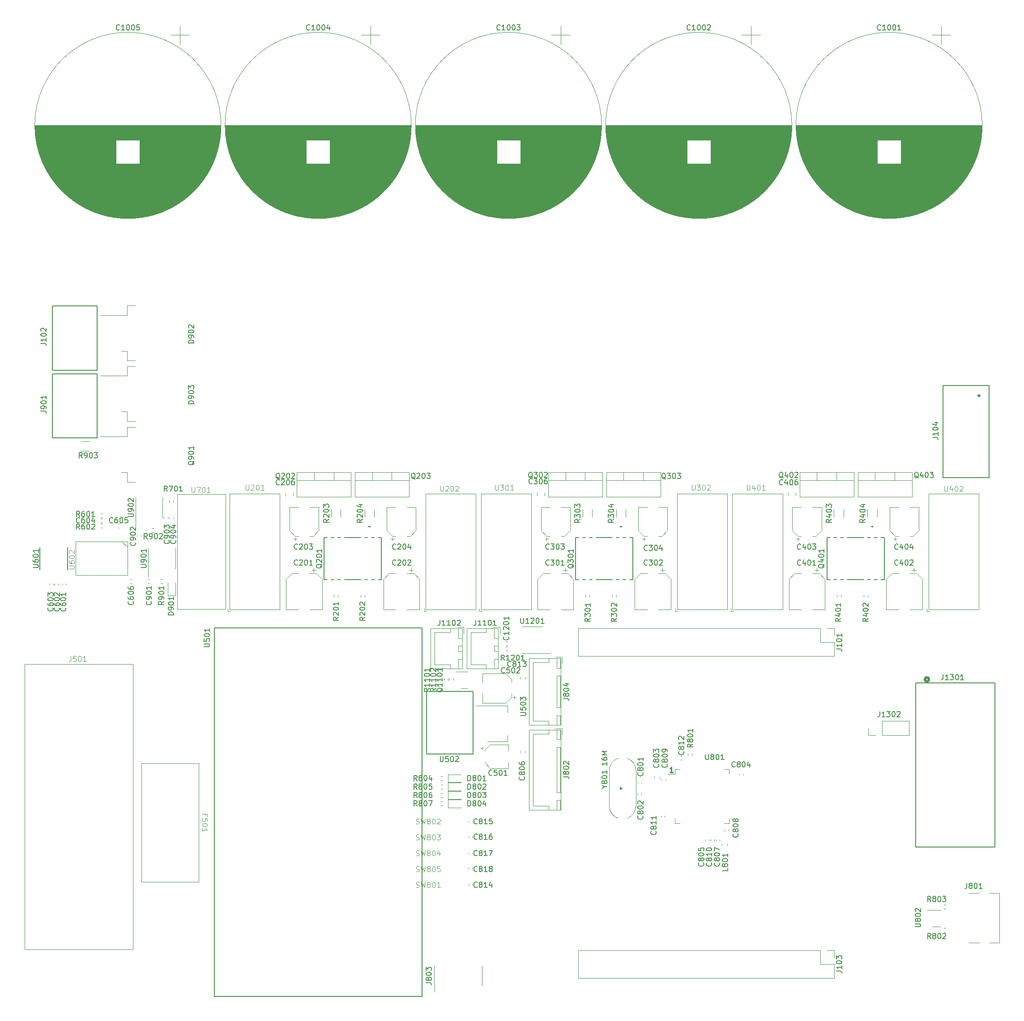
<source format=gbr>
%TF.GenerationSoftware,KiCad,Pcbnew,7.0.5-7.0.5~ubuntu22.04.1*%
%TF.CreationDate,2023-07-11T09:47:34+02:00*%
%TF.ProjectId,Inverter_KiCAD,496e7665-7274-4657-925f-4b694341442e,rev?*%
%TF.SameCoordinates,Original*%
%TF.FileFunction,Legend,Top*%
%TF.FilePolarity,Positive*%
%FSLAX46Y46*%
G04 Gerber Fmt 4.6, Leading zero omitted, Abs format (unit mm)*
G04 Created by KiCad (PCBNEW 7.0.5-7.0.5~ubuntu22.04.1) date 2023-07-11 09:47:34*
%MOMM*%
%LPD*%
G01*
G04 APERTURE LIST*
%ADD10C,0.250000*%
%ADD11C,0.100000*%
%ADD12C,0.150000*%
%ADD13C,0.120000*%
%ADD14C,0.200000*%
%ADD15C,0.400000*%
%ADD16C,0.152400*%
%ADD17C,0.127000*%
%ADD18C,0.508000*%
G04 APERTURE END LIST*
D10*
X156126377Y-156464619D02*
X155554949Y-156464619D01*
X155840663Y-156464619D02*
X155840663Y-155464619D01*
X155840663Y-155464619D02*
X155745425Y-155607476D01*
X155745425Y-155607476D02*
X155650187Y-155702714D01*
X155650187Y-155702714D02*
X155554949Y-155750333D01*
D11*
X75285714Y-102057419D02*
X75285714Y-102866942D01*
X75285714Y-102866942D02*
X75333333Y-102962180D01*
X75333333Y-102962180D02*
X75380952Y-103009800D01*
X75380952Y-103009800D02*
X75476190Y-103057419D01*
X75476190Y-103057419D02*
X75666666Y-103057419D01*
X75666666Y-103057419D02*
X75761904Y-103009800D01*
X75761904Y-103009800D02*
X75809523Y-102962180D01*
X75809523Y-102962180D02*
X75857142Y-102866942D01*
X75857142Y-102866942D02*
X75857142Y-102057419D01*
X76285714Y-102152657D02*
X76333333Y-102105038D01*
X76333333Y-102105038D02*
X76428571Y-102057419D01*
X76428571Y-102057419D02*
X76666666Y-102057419D01*
X76666666Y-102057419D02*
X76761904Y-102105038D01*
X76761904Y-102105038D02*
X76809523Y-102152657D01*
X76809523Y-102152657D02*
X76857142Y-102247895D01*
X76857142Y-102247895D02*
X76857142Y-102343133D01*
X76857142Y-102343133D02*
X76809523Y-102485990D01*
X76809523Y-102485990D02*
X76238095Y-103057419D01*
X76238095Y-103057419D02*
X76857142Y-103057419D01*
X77476190Y-102057419D02*
X77571428Y-102057419D01*
X77571428Y-102057419D02*
X77666666Y-102105038D01*
X77666666Y-102105038D02*
X77714285Y-102152657D01*
X77714285Y-102152657D02*
X77761904Y-102247895D01*
X77761904Y-102247895D02*
X77809523Y-102438371D01*
X77809523Y-102438371D02*
X77809523Y-102676466D01*
X77809523Y-102676466D02*
X77761904Y-102866942D01*
X77761904Y-102866942D02*
X77714285Y-102962180D01*
X77714285Y-102962180D02*
X77666666Y-103009800D01*
X77666666Y-103009800D02*
X77571428Y-103057419D01*
X77571428Y-103057419D02*
X77476190Y-103057419D01*
X77476190Y-103057419D02*
X77380952Y-103009800D01*
X77380952Y-103009800D02*
X77333333Y-102962180D01*
X77333333Y-102962180D02*
X77285714Y-102866942D01*
X77285714Y-102866942D02*
X77238095Y-102676466D01*
X77238095Y-102676466D02*
X77238095Y-102438371D01*
X77238095Y-102438371D02*
X77285714Y-102247895D01*
X77285714Y-102247895D02*
X77333333Y-102152657D01*
X77333333Y-102152657D02*
X77380952Y-102105038D01*
X77380952Y-102105038D02*
X77476190Y-102057419D01*
X78761904Y-103057419D02*
X78190476Y-103057419D01*
X78476190Y-103057419D02*
X78476190Y-102057419D01*
X78476190Y-102057419D02*
X78380952Y-102200276D01*
X78380952Y-102200276D02*
X78285714Y-102295514D01*
X78285714Y-102295514D02*
X78190476Y-102343133D01*
D12*
%TO.C,D802*%
X117309524Y-159654819D02*
X117309524Y-158654819D01*
X117309524Y-158654819D02*
X117547619Y-158654819D01*
X117547619Y-158654819D02*
X117690476Y-158702438D01*
X117690476Y-158702438D02*
X117785714Y-158797676D01*
X117785714Y-158797676D02*
X117833333Y-158892914D01*
X117833333Y-158892914D02*
X117880952Y-159083390D01*
X117880952Y-159083390D02*
X117880952Y-159226247D01*
X117880952Y-159226247D02*
X117833333Y-159416723D01*
X117833333Y-159416723D02*
X117785714Y-159511961D01*
X117785714Y-159511961D02*
X117690476Y-159607200D01*
X117690476Y-159607200D02*
X117547619Y-159654819D01*
X117547619Y-159654819D02*
X117309524Y-159654819D01*
X118452381Y-159083390D02*
X118357143Y-159035771D01*
X118357143Y-159035771D02*
X118309524Y-158988152D01*
X118309524Y-158988152D02*
X118261905Y-158892914D01*
X118261905Y-158892914D02*
X118261905Y-158845295D01*
X118261905Y-158845295D02*
X118309524Y-158750057D01*
X118309524Y-158750057D02*
X118357143Y-158702438D01*
X118357143Y-158702438D02*
X118452381Y-158654819D01*
X118452381Y-158654819D02*
X118642857Y-158654819D01*
X118642857Y-158654819D02*
X118738095Y-158702438D01*
X118738095Y-158702438D02*
X118785714Y-158750057D01*
X118785714Y-158750057D02*
X118833333Y-158845295D01*
X118833333Y-158845295D02*
X118833333Y-158892914D01*
X118833333Y-158892914D02*
X118785714Y-158988152D01*
X118785714Y-158988152D02*
X118738095Y-159035771D01*
X118738095Y-159035771D02*
X118642857Y-159083390D01*
X118642857Y-159083390D02*
X118452381Y-159083390D01*
X118452381Y-159083390D02*
X118357143Y-159131009D01*
X118357143Y-159131009D02*
X118309524Y-159178628D01*
X118309524Y-159178628D02*
X118261905Y-159273866D01*
X118261905Y-159273866D02*
X118261905Y-159464342D01*
X118261905Y-159464342D02*
X118309524Y-159559580D01*
X118309524Y-159559580D02*
X118357143Y-159607200D01*
X118357143Y-159607200D02*
X118452381Y-159654819D01*
X118452381Y-159654819D02*
X118642857Y-159654819D01*
X118642857Y-159654819D02*
X118738095Y-159607200D01*
X118738095Y-159607200D02*
X118785714Y-159559580D01*
X118785714Y-159559580D02*
X118833333Y-159464342D01*
X118833333Y-159464342D02*
X118833333Y-159273866D01*
X118833333Y-159273866D02*
X118785714Y-159178628D01*
X118785714Y-159178628D02*
X118738095Y-159131009D01*
X118738095Y-159131009D02*
X118642857Y-159083390D01*
X119452381Y-158654819D02*
X119547619Y-158654819D01*
X119547619Y-158654819D02*
X119642857Y-158702438D01*
X119642857Y-158702438D02*
X119690476Y-158750057D01*
X119690476Y-158750057D02*
X119738095Y-158845295D01*
X119738095Y-158845295D02*
X119785714Y-159035771D01*
X119785714Y-159035771D02*
X119785714Y-159273866D01*
X119785714Y-159273866D02*
X119738095Y-159464342D01*
X119738095Y-159464342D02*
X119690476Y-159559580D01*
X119690476Y-159559580D02*
X119642857Y-159607200D01*
X119642857Y-159607200D02*
X119547619Y-159654819D01*
X119547619Y-159654819D02*
X119452381Y-159654819D01*
X119452381Y-159654819D02*
X119357143Y-159607200D01*
X119357143Y-159607200D02*
X119309524Y-159559580D01*
X119309524Y-159559580D02*
X119261905Y-159464342D01*
X119261905Y-159464342D02*
X119214286Y-159273866D01*
X119214286Y-159273866D02*
X119214286Y-159035771D01*
X119214286Y-159035771D02*
X119261905Y-158845295D01*
X119261905Y-158845295D02*
X119309524Y-158750057D01*
X119309524Y-158750057D02*
X119357143Y-158702438D01*
X119357143Y-158702438D02*
X119452381Y-158654819D01*
X120166667Y-158750057D02*
X120214286Y-158702438D01*
X120214286Y-158702438D02*
X120309524Y-158654819D01*
X120309524Y-158654819D02*
X120547619Y-158654819D01*
X120547619Y-158654819D02*
X120642857Y-158702438D01*
X120642857Y-158702438D02*
X120690476Y-158750057D01*
X120690476Y-158750057D02*
X120738095Y-158845295D01*
X120738095Y-158845295D02*
X120738095Y-158940533D01*
X120738095Y-158940533D02*
X120690476Y-159083390D01*
X120690476Y-159083390D02*
X120119048Y-159654819D01*
X120119048Y-159654819D02*
X120738095Y-159654819D01*
%TO.C,C812*%
X158077080Y-152519047D02*
X158124700Y-152566666D01*
X158124700Y-152566666D02*
X158172319Y-152709523D01*
X158172319Y-152709523D02*
X158172319Y-152804761D01*
X158172319Y-152804761D02*
X158124700Y-152947618D01*
X158124700Y-152947618D02*
X158029461Y-153042856D01*
X158029461Y-153042856D02*
X157934223Y-153090475D01*
X157934223Y-153090475D02*
X157743747Y-153138094D01*
X157743747Y-153138094D02*
X157600890Y-153138094D01*
X157600890Y-153138094D02*
X157410414Y-153090475D01*
X157410414Y-153090475D02*
X157315176Y-153042856D01*
X157315176Y-153042856D02*
X157219938Y-152947618D01*
X157219938Y-152947618D02*
X157172319Y-152804761D01*
X157172319Y-152804761D02*
X157172319Y-152709523D01*
X157172319Y-152709523D02*
X157219938Y-152566666D01*
X157219938Y-152566666D02*
X157267557Y-152519047D01*
X157600890Y-151947618D02*
X157553271Y-152042856D01*
X157553271Y-152042856D02*
X157505652Y-152090475D01*
X157505652Y-152090475D02*
X157410414Y-152138094D01*
X157410414Y-152138094D02*
X157362795Y-152138094D01*
X157362795Y-152138094D02*
X157267557Y-152090475D01*
X157267557Y-152090475D02*
X157219938Y-152042856D01*
X157219938Y-152042856D02*
X157172319Y-151947618D01*
X157172319Y-151947618D02*
X157172319Y-151757142D01*
X157172319Y-151757142D02*
X157219938Y-151661904D01*
X157219938Y-151661904D02*
X157267557Y-151614285D01*
X157267557Y-151614285D02*
X157362795Y-151566666D01*
X157362795Y-151566666D02*
X157410414Y-151566666D01*
X157410414Y-151566666D02*
X157505652Y-151614285D01*
X157505652Y-151614285D02*
X157553271Y-151661904D01*
X157553271Y-151661904D02*
X157600890Y-151757142D01*
X157600890Y-151757142D02*
X157600890Y-151947618D01*
X157600890Y-151947618D02*
X157648509Y-152042856D01*
X157648509Y-152042856D02*
X157696128Y-152090475D01*
X157696128Y-152090475D02*
X157791366Y-152138094D01*
X157791366Y-152138094D02*
X157981842Y-152138094D01*
X157981842Y-152138094D02*
X158077080Y-152090475D01*
X158077080Y-152090475D02*
X158124700Y-152042856D01*
X158124700Y-152042856D02*
X158172319Y-151947618D01*
X158172319Y-151947618D02*
X158172319Y-151757142D01*
X158172319Y-151757142D02*
X158124700Y-151661904D01*
X158124700Y-151661904D02*
X158077080Y-151614285D01*
X158077080Y-151614285D02*
X157981842Y-151566666D01*
X157981842Y-151566666D02*
X157791366Y-151566666D01*
X157791366Y-151566666D02*
X157696128Y-151614285D01*
X157696128Y-151614285D02*
X157648509Y-151661904D01*
X157648509Y-151661904D02*
X157600890Y-151757142D01*
X158172319Y-150614285D02*
X158172319Y-151185713D01*
X158172319Y-150899999D02*
X157172319Y-150899999D01*
X157172319Y-150899999D02*
X157315176Y-150995237D01*
X157315176Y-150995237D02*
X157410414Y-151090475D01*
X157410414Y-151090475D02*
X157458033Y-151185713D01*
X157267557Y-150233332D02*
X157219938Y-150185713D01*
X157219938Y-150185713D02*
X157172319Y-150090475D01*
X157172319Y-150090475D02*
X157172319Y-149852380D01*
X157172319Y-149852380D02*
X157219938Y-149757142D01*
X157219938Y-149757142D02*
X157267557Y-149709523D01*
X157267557Y-149709523D02*
X157362795Y-149661904D01*
X157362795Y-149661904D02*
X157458033Y-149661904D01*
X157458033Y-149661904D02*
X157600890Y-149709523D01*
X157600890Y-149709523D02*
X158172319Y-150280951D01*
X158172319Y-150280951D02*
X158172319Y-149661904D01*
%TO.C,C203*%
X85080952Y-114159580D02*
X85033333Y-114207200D01*
X85033333Y-114207200D02*
X84890476Y-114254819D01*
X84890476Y-114254819D02*
X84795238Y-114254819D01*
X84795238Y-114254819D02*
X84652381Y-114207200D01*
X84652381Y-114207200D02*
X84557143Y-114111961D01*
X84557143Y-114111961D02*
X84509524Y-114016723D01*
X84509524Y-114016723D02*
X84461905Y-113826247D01*
X84461905Y-113826247D02*
X84461905Y-113683390D01*
X84461905Y-113683390D02*
X84509524Y-113492914D01*
X84509524Y-113492914D02*
X84557143Y-113397676D01*
X84557143Y-113397676D02*
X84652381Y-113302438D01*
X84652381Y-113302438D02*
X84795238Y-113254819D01*
X84795238Y-113254819D02*
X84890476Y-113254819D01*
X84890476Y-113254819D02*
X85033333Y-113302438D01*
X85033333Y-113302438D02*
X85080952Y-113350057D01*
X85461905Y-113350057D02*
X85509524Y-113302438D01*
X85509524Y-113302438D02*
X85604762Y-113254819D01*
X85604762Y-113254819D02*
X85842857Y-113254819D01*
X85842857Y-113254819D02*
X85938095Y-113302438D01*
X85938095Y-113302438D02*
X85985714Y-113350057D01*
X85985714Y-113350057D02*
X86033333Y-113445295D01*
X86033333Y-113445295D02*
X86033333Y-113540533D01*
X86033333Y-113540533D02*
X85985714Y-113683390D01*
X85985714Y-113683390D02*
X85414286Y-114254819D01*
X85414286Y-114254819D02*
X86033333Y-114254819D01*
X86652381Y-113254819D02*
X86747619Y-113254819D01*
X86747619Y-113254819D02*
X86842857Y-113302438D01*
X86842857Y-113302438D02*
X86890476Y-113350057D01*
X86890476Y-113350057D02*
X86938095Y-113445295D01*
X86938095Y-113445295D02*
X86985714Y-113635771D01*
X86985714Y-113635771D02*
X86985714Y-113873866D01*
X86985714Y-113873866D02*
X86938095Y-114064342D01*
X86938095Y-114064342D02*
X86890476Y-114159580D01*
X86890476Y-114159580D02*
X86842857Y-114207200D01*
X86842857Y-114207200D02*
X86747619Y-114254819D01*
X86747619Y-114254819D02*
X86652381Y-114254819D01*
X86652381Y-114254819D02*
X86557143Y-114207200D01*
X86557143Y-114207200D02*
X86509524Y-114159580D01*
X86509524Y-114159580D02*
X86461905Y-114064342D01*
X86461905Y-114064342D02*
X86414286Y-113873866D01*
X86414286Y-113873866D02*
X86414286Y-113635771D01*
X86414286Y-113635771D02*
X86461905Y-113445295D01*
X86461905Y-113445295D02*
X86509524Y-113350057D01*
X86509524Y-113350057D02*
X86557143Y-113302438D01*
X86557143Y-113302438D02*
X86652381Y-113254819D01*
X87319048Y-113254819D02*
X87938095Y-113254819D01*
X87938095Y-113254819D02*
X87604762Y-113635771D01*
X87604762Y-113635771D02*
X87747619Y-113635771D01*
X87747619Y-113635771D02*
X87842857Y-113683390D01*
X87842857Y-113683390D02*
X87890476Y-113731009D01*
X87890476Y-113731009D02*
X87938095Y-113826247D01*
X87938095Y-113826247D02*
X87938095Y-114064342D01*
X87938095Y-114064342D02*
X87890476Y-114159580D01*
X87890476Y-114159580D02*
X87842857Y-114207200D01*
X87842857Y-114207200D02*
X87747619Y-114254819D01*
X87747619Y-114254819D02*
X87461905Y-114254819D01*
X87461905Y-114254819D02*
X87366667Y-114207200D01*
X87366667Y-114207200D02*
X87319048Y-114159580D01*
%TO.C,R404*%
X192469819Y-108559047D02*
X191993628Y-108892380D01*
X192469819Y-109130475D02*
X191469819Y-109130475D01*
X191469819Y-109130475D02*
X191469819Y-108749523D01*
X191469819Y-108749523D02*
X191517438Y-108654285D01*
X191517438Y-108654285D02*
X191565057Y-108606666D01*
X191565057Y-108606666D02*
X191660295Y-108559047D01*
X191660295Y-108559047D02*
X191803152Y-108559047D01*
X191803152Y-108559047D02*
X191898390Y-108606666D01*
X191898390Y-108606666D02*
X191946009Y-108654285D01*
X191946009Y-108654285D02*
X191993628Y-108749523D01*
X191993628Y-108749523D02*
X191993628Y-109130475D01*
X191803152Y-107701904D02*
X192469819Y-107701904D01*
X191422200Y-107939999D02*
X192136485Y-108178094D01*
X192136485Y-108178094D02*
X192136485Y-107559047D01*
X191469819Y-106987618D02*
X191469819Y-106892380D01*
X191469819Y-106892380D02*
X191517438Y-106797142D01*
X191517438Y-106797142D02*
X191565057Y-106749523D01*
X191565057Y-106749523D02*
X191660295Y-106701904D01*
X191660295Y-106701904D02*
X191850771Y-106654285D01*
X191850771Y-106654285D02*
X192088866Y-106654285D01*
X192088866Y-106654285D02*
X192279342Y-106701904D01*
X192279342Y-106701904D02*
X192374580Y-106749523D01*
X192374580Y-106749523D02*
X192422200Y-106797142D01*
X192422200Y-106797142D02*
X192469819Y-106892380D01*
X192469819Y-106892380D02*
X192469819Y-106987618D01*
X192469819Y-106987618D02*
X192422200Y-107082856D01*
X192422200Y-107082856D02*
X192374580Y-107130475D01*
X192374580Y-107130475D02*
X192279342Y-107178094D01*
X192279342Y-107178094D02*
X192088866Y-107225713D01*
X192088866Y-107225713D02*
X191850771Y-107225713D01*
X191850771Y-107225713D02*
X191660295Y-107178094D01*
X191660295Y-107178094D02*
X191565057Y-107130475D01*
X191565057Y-107130475D02*
X191517438Y-107082856D01*
X191517438Y-107082856D02*
X191469819Y-106987618D01*
X191803152Y-105797142D02*
X192469819Y-105797142D01*
X191422200Y-106035237D02*
X192136485Y-106273332D01*
X192136485Y-106273332D02*
X192136485Y-105654285D01*
D11*
%TO.C,U301*%
X122485714Y-102057419D02*
X122485714Y-102866942D01*
X122485714Y-102866942D02*
X122533333Y-102962180D01*
X122533333Y-102962180D02*
X122580952Y-103009800D01*
X122580952Y-103009800D02*
X122676190Y-103057419D01*
X122676190Y-103057419D02*
X122866666Y-103057419D01*
X122866666Y-103057419D02*
X122961904Y-103009800D01*
X122961904Y-103009800D02*
X123009523Y-102962180D01*
X123009523Y-102962180D02*
X123057142Y-102866942D01*
X123057142Y-102866942D02*
X123057142Y-102057419D01*
X123438095Y-102057419D02*
X124057142Y-102057419D01*
X124057142Y-102057419D02*
X123723809Y-102438371D01*
X123723809Y-102438371D02*
X123866666Y-102438371D01*
X123866666Y-102438371D02*
X123961904Y-102485990D01*
X123961904Y-102485990D02*
X124009523Y-102533609D01*
X124009523Y-102533609D02*
X124057142Y-102628847D01*
X124057142Y-102628847D02*
X124057142Y-102866942D01*
X124057142Y-102866942D02*
X124009523Y-102962180D01*
X124009523Y-102962180D02*
X123961904Y-103009800D01*
X123961904Y-103009800D02*
X123866666Y-103057419D01*
X123866666Y-103057419D02*
X123580952Y-103057419D01*
X123580952Y-103057419D02*
X123485714Y-103009800D01*
X123485714Y-103009800D02*
X123438095Y-102962180D01*
X124676190Y-102057419D02*
X124771428Y-102057419D01*
X124771428Y-102057419D02*
X124866666Y-102105038D01*
X124866666Y-102105038D02*
X124914285Y-102152657D01*
X124914285Y-102152657D02*
X124961904Y-102247895D01*
X124961904Y-102247895D02*
X125009523Y-102438371D01*
X125009523Y-102438371D02*
X125009523Y-102676466D01*
X125009523Y-102676466D02*
X124961904Y-102866942D01*
X124961904Y-102866942D02*
X124914285Y-102962180D01*
X124914285Y-102962180D02*
X124866666Y-103009800D01*
X124866666Y-103009800D02*
X124771428Y-103057419D01*
X124771428Y-103057419D02*
X124676190Y-103057419D01*
X124676190Y-103057419D02*
X124580952Y-103009800D01*
X124580952Y-103009800D02*
X124533333Y-102962180D01*
X124533333Y-102962180D02*
X124485714Y-102866942D01*
X124485714Y-102866942D02*
X124438095Y-102676466D01*
X124438095Y-102676466D02*
X124438095Y-102438371D01*
X124438095Y-102438371D02*
X124485714Y-102247895D01*
X124485714Y-102247895D02*
X124533333Y-102152657D01*
X124533333Y-102152657D02*
X124580952Y-102105038D01*
X124580952Y-102105038D02*
X124676190Y-102057419D01*
X125961904Y-103057419D02*
X125390476Y-103057419D01*
X125676190Y-103057419D02*
X125676190Y-102057419D01*
X125676190Y-102057419D02*
X125580952Y-102200276D01*
X125580952Y-102200276D02*
X125485714Y-102295514D01*
X125485714Y-102295514D02*
X125390476Y-102343133D01*
D12*
%TO.C,C1004*%
X87404761Y-15859580D02*
X87357142Y-15907200D01*
X87357142Y-15907200D02*
X87214285Y-15954819D01*
X87214285Y-15954819D02*
X87119047Y-15954819D01*
X87119047Y-15954819D02*
X86976190Y-15907200D01*
X86976190Y-15907200D02*
X86880952Y-15811961D01*
X86880952Y-15811961D02*
X86833333Y-15716723D01*
X86833333Y-15716723D02*
X86785714Y-15526247D01*
X86785714Y-15526247D02*
X86785714Y-15383390D01*
X86785714Y-15383390D02*
X86833333Y-15192914D01*
X86833333Y-15192914D02*
X86880952Y-15097676D01*
X86880952Y-15097676D02*
X86976190Y-15002438D01*
X86976190Y-15002438D02*
X87119047Y-14954819D01*
X87119047Y-14954819D02*
X87214285Y-14954819D01*
X87214285Y-14954819D02*
X87357142Y-15002438D01*
X87357142Y-15002438D02*
X87404761Y-15050057D01*
X88357142Y-15954819D02*
X87785714Y-15954819D01*
X88071428Y-15954819D02*
X88071428Y-14954819D01*
X88071428Y-14954819D02*
X87976190Y-15097676D01*
X87976190Y-15097676D02*
X87880952Y-15192914D01*
X87880952Y-15192914D02*
X87785714Y-15240533D01*
X88976190Y-14954819D02*
X89071428Y-14954819D01*
X89071428Y-14954819D02*
X89166666Y-15002438D01*
X89166666Y-15002438D02*
X89214285Y-15050057D01*
X89214285Y-15050057D02*
X89261904Y-15145295D01*
X89261904Y-15145295D02*
X89309523Y-15335771D01*
X89309523Y-15335771D02*
X89309523Y-15573866D01*
X89309523Y-15573866D02*
X89261904Y-15764342D01*
X89261904Y-15764342D02*
X89214285Y-15859580D01*
X89214285Y-15859580D02*
X89166666Y-15907200D01*
X89166666Y-15907200D02*
X89071428Y-15954819D01*
X89071428Y-15954819D02*
X88976190Y-15954819D01*
X88976190Y-15954819D02*
X88880952Y-15907200D01*
X88880952Y-15907200D02*
X88833333Y-15859580D01*
X88833333Y-15859580D02*
X88785714Y-15764342D01*
X88785714Y-15764342D02*
X88738095Y-15573866D01*
X88738095Y-15573866D02*
X88738095Y-15335771D01*
X88738095Y-15335771D02*
X88785714Y-15145295D01*
X88785714Y-15145295D02*
X88833333Y-15050057D01*
X88833333Y-15050057D02*
X88880952Y-15002438D01*
X88880952Y-15002438D02*
X88976190Y-14954819D01*
X89928571Y-14954819D02*
X90023809Y-14954819D01*
X90023809Y-14954819D02*
X90119047Y-15002438D01*
X90119047Y-15002438D02*
X90166666Y-15050057D01*
X90166666Y-15050057D02*
X90214285Y-15145295D01*
X90214285Y-15145295D02*
X90261904Y-15335771D01*
X90261904Y-15335771D02*
X90261904Y-15573866D01*
X90261904Y-15573866D02*
X90214285Y-15764342D01*
X90214285Y-15764342D02*
X90166666Y-15859580D01*
X90166666Y-15859580D02*
X90119047Y-15907200D01*
X90119047Y-15907200D02*
X90023809Y-15954819D01*
X90023809Y-15954819D02*
X89928571Y-15954819D01*
X89928571Y-15954819D02*
X89833333Y-15907200D01*
X89833333Y-15907200D02*
X89785714Y-15859580D01*
X89785714Y-15859580D02*
X89738095Y-15764342D01*
X89738095Y-15764342D02*
X89690476Y-15573866D01*
X89690476Y-15573866D02*
X89690476Y-15335771D01*
X89690476Y-15335771D02*
X89738095Y-15145295D01*
X89738095Y-15145295D02*
X89785714Y-15050057D01*
X89785714Y-15050057D02*
X89833333Y-15002438D01*
X89833333Y-15002438D02*
X89928571Y-14954819D01*
X91119047Y-15288152D02*
X91119047Y-15954819D01*
X90880952Y-14907200D02*
X90642857Y-15621485D01*
X90642857Y-15621485D02*
X91261904Y-15621485D01*
%TO.C,C901*%
X57359580Y-124119047D02*
X57407200Y-124166666D01*
X57407200Y-124166666D02*
X57454819Y-124309523D01*
X57454819Y-124309523D02*
X57454819Y-124404761D01*
X57454819Y-124404761D02*
X57407200Y-124547618D01*
X57407200Y-124547618D02*
X57311961Y-124642856D01*
X57311961Y-124642856D02*
X57216723Y-124690475D01*
X57216723Y-124690475D02*
X57026247Y-124738094D01*
X57026247Y-124738094D02*
X56883390Y-124738094D01*
X56883390Y-124738094D02*
X56692914Y-124690475D01*
X56692914Y-124690475D02*
X56597676Y-124642856D01*
X56597676Y-124642856D02*
X56502438Y-124547618D01*
X56502438Y-124547618D02*
X56454819Y-124404761D01*
X56454819Y-124404761D02*
X56454819Y-124309523D01*
X56454819Y-124309523D02*
X56502438Y-124166666D01*
X56502438Y-124166666D02*
X56550057Y-124119047D01*
X57454819Y-123642856D02*
X57454819Y-123452380D01*
X57454819Y-123452380D02*
X57407200Y-123357142D01*
X57407200Y-123357142D02*
X57359580Y-123309523D01*
X57359580Y-123309523D02*
X57216723Y-123214285D01*
X57216723Y-123214285D02*
X57026247Y-123166666D01*
X57026247Y-123166666D02*
X56645295Y-123166666D01*
X56645295Y-123166666D02*
X56550057Y-123214285D01*
X56550057Y-123214285D02*
X56502438Y-123261904D01*
X56502438Y-123261904D02*
X56454819Y-123357142D01*
X56454819Y-123357142D02*
X56454819Y-123547618D01*
X56454819Y-123547618D02*
X56502438Y-123642856D01*
X56502438Y-123642856D02*
X56550057Y-123690475D01*
X56550057Y-123690475D02*
X56645295Y-123738094D01*
X56645295Y-123738094D02*
X56883390Y-123738094D01*
X56883390Y-123738094D02*
X56978628Y-123690475D01*
X56978628Y-123690475D02*
X57026247Y-123642856D01*
X57026247Y-123642856D02*
X57073866Y-123547618D01*
X57073866Y-123547618D02*
X57073866Y-123357142D01*
X57073866Y-123357142D02*
X57026247Y-123261904D01*
X57026247Y-123261904D02*
X56978628Y-123214285D01*
X56978628Y-123214285D02*
X56883390Y-123166666D01*
X56454819Y-122547618D02*
X56454819Y-122452380D01*
X56454819Y-122452380D02*
X56502438Y-122357142D01*
X56502438Y-122357142D02*
X56550057Y-122309523D01*
X56550057Y-122309523D02*
X56645295Y-122261904D01*
X56645295Y-122261904D02*
X56835771Y-122214285D01*
X56835771Y-122214285D02*
X57073866Y-122214285D01*
X57073866Y-122214285D02*
X57264342Y-122261904D01*
X57264342Y-122261904D02*
X57359580Y-122309523D01*
X57359580Y-122309523D02*
X57407200Y-122357142D01*
X57407200Y-122357142D02*
X57454819Y-122452380D01*
X57454819Y-122452380D02*
X57454819Y-122547618D01*
X57454819Y-122547618D02*
X57407200Y-122642856D01*
X57407200Y-122642856D02*
X57359580Y-122690475D01*
X57359580Y-122690475D02*
X57264342Y-122738094D01*
X57264342Y-122738094D02*
X57073866Y-122785713D01*
X57073866Y-122785713D02*
X56835771Y-122785713D01*
X56835771Y-122785713D02*
X56645295Y-122738094D01*
X56645295Y-122738094D02*
X56550057Y-122690475D01*
X56550057Y-122690475D02*
X56502438Y-122642856D01*
X56502438Y-122642856D02*
X56454819Y-122547618D01*
X57454819Y-121261904D02*
X57454819Y-121833332D01*
X57454819Y-121547618D02*
X56454819Y-121547618D01*
X56454819Y-121547618D02*
X56597676Y-121642856D01*
X56597676Y-121642856D02*
X56692914Y-121738094D01*
X56692914Y-121738094D02*
X56740533Y-121833332D01*
D11*
%TO.C,U701*%
X65085714Y-102457419D02*
X65085714Y-103266942D01*
X65085714Y-103266942D02*
X65133333Y-103362180D01*
X65133333Y-103362180D02*
X65180952Y-103409800D01*
X65180952Y-103409800D02*
X65276190Y-103457419D01*
X65276190Y-103457419D02*
X65466666Y-103457419D01*
X65466666Y-103457419D02*
X65561904Y-103409800D01*
X65561904Y-103409800D02*
X65609523Y-103362180D01*
X65609523Y-103362180D02*
X65657142Y-103266942D01*
X65657142Y-103266942D02*
X65657142Y-102457419D01*
X66038095Y-102457419D02*
X66704761Y-102457419D01*
X66704761Y-102457419D02*
X66276190Y-103457419D01*
X67276190Y-102457419D02*
X67371428Y-102457419D01*
X67371428Y-102457419D02*
X67466666Y-102505038D01*
X67466666Y-102505038D02*
X67514285Y-102552657D01*
X67514285Y-102552657D02*
X67561904Y-102647895D01*
X67561904Y-102647895D02*
X67609523Y-102838371D01*
X67609523Y-102838371D02*
X67609523Y-103076466D01*
X67609523Y-103076466D02*
X67561904Y-103266942D01*
X67561904Y-103266942D02*
X67514285Y-103362180D01*
X67514285Y-103362180D02*
X67466666Y-103409800D01*
X67466666Y-103409800D02*
X67371428Y-103457419D01*
X67371428Y-103457419D02*
X67276190Y-103457419D01*
X67276190Y-103457419D02*
X67180952Y-103409800D01*
X67180952Y-103409800D02*
X67133333Y-103362180D01*
X67133333Y-103362180D02*
X67085714Y-103266942D01*
X67085714Y-103266942D02*
X67038095Y-103076466D01*
X67038095Y-103076466D02*
X67038095Y-102838371D01*
X67038095Y-102838371D02*
X67085714Y-102647895D01*
X67085714Y-102647895D02*
X67133333Y-102552657D01*
X67133333Y-102552657D02*
X67180952Y-102505038D01*
X67180952Y-102505038D02*
X67276190Y-102457419D01*
X68561904Y-103457419D02*
X67990476Y-103457419D01*
X68276190Y-103457419D02*
X68276190Y-102457419D01*
X68276190Y-102457419D02*
X68180952Y-102600276D01*
X68180952Y-102600276D02*
X68085714Y-102695514D01*
X68085714Y-102695514D02*
X67990476Y-102743133D01*
D12*
%TO.C,Q202*%
X81752380Y-100950057D02*
X81657142Y-100902438D01*
X81657142Y-100902438D02*
X81561904Y-100807200D01*
X81561904Y-100807200D02*
X81419047Y-100664342D01*
X81419047Y-100664342D02*
X81323809Y-100616723D01*
X81323809Y-100616723D02*
X81228571Y-100616723D01*
X81276190Y-100854819D02*
X81180952Y-100807200D01*
X81180952Y-100807200D02*
X81085714Y-100711961D01*
X81085714Y-100711961D02*
X81038095Y-100521485D01*
X81038095Y-100521485D02*
X81038095Y-100188152D01*
X81038095Y-100188152D02*
X81085714Y-99997676D01*
X81085714Y-99997676D02*
X81180952Y-99902438D01*
X81180952Y-99902438D02*
X81276190Y-99854819D01*
X81276190Y-99854819D02*
X81466666Y-99854819D01*
X81466666Y-99854819D02*
X81561904Y-99902438D01*
X81561904Y-99902438D02*
X81657142Y-99997676D01*
X81657142Y-99997676D02*
X81704761Y-100188152D01*
X81704761Y-100188152D02*
X81704761Y-100521485D01*
X81704761Y-100521485D02*
X81657142Y-100711961D01*
X81657142Y-100711961D02*
X81561904Y-100807200D01*
X81561904Y-100807200D02*
X81466666Y-100854819D01*
X81466666Y-100854819D02*
X81276190Y-100854819D01*
X82085714Y-99950057D02*
X82133333Y-99902438D01*
X82133333Y-99902438D02*
X82228571Y-99854819D01*
X82228571Y-99854819D02*
X82466666Y-99854819D01*
X82466666Y-99854819D02*
X82561904Y-99902438D01*
X82561904Y-99902438D02*
X82609523Y-99950057D01*
X82609523Y-99950057D02*
X82657142Y-100045295D01*
X82657142Y-100045295D02*
X82657142Y-100140533D01*
X82657142Y-100140533D02*
X82609523Y-100283390D01*
X82609523Y-100283390D02*
X82038095Y-100854819D01*
X82038095Y-100854819D02*
X82657142Y-100854819D01*
X83276190Y-99854819D02*
X83371428Y-99854819D01*
X83371428Y-99854819D02*
X83466666Y-99902438D01*
X83466666Y-99902438D02*
X83514285Y-99950057D01*
X83514285Y-99950057D02*
X83561904Y-100045295D01*
X83561904Y-100045295D02*
X83609523Y-100235771D01*
X83609523Y-100235771D02*
X83609523Y-100473866D01*
X83609523Y-100473866D02*
X83561904Y-100664342D01*
X83561904Y-100664342D02*
X83514285Y-100759580D01*
X83514285Y-100759580D02*
X83466666Y-100807200D01*
X83466666Y-100807200D02*
X83371428Y-100854819D01*
X83371428Y-100854819D02*
X83276190Y-100854819D01*
X83276190Y-100854819D02*
X83180952Y-100807200D01*
X83180952Y-100807200D02*
X83133333Y-100759580D01*
X83133333Y-100759580D02*
X83085714Y-100664342D01*
X83085714Y-100664342D02*
X83038095Y-100473866D01*
X83038095Y-100473866D02*
X83038095Y-100235771D01*
X83038095Y-100235771D02*
X83085714Y-100045295D01*
X83085714Y-100045295D02*
X83133333Y-99950057D01*
X83133333Y-99950057D02*
X83180952Y-99902438D01*
X83180952Y-99902438D02*
X83276190Y-99854819D01*
X83990476Y-99950057D02*
X84038095Y-99902438D01*
X84038095Y-99902438D02*
X84133333Y-99854819D01*
X84133333Y-99854819D02*
X84371428Y-99854819D01*
X84371428Y-99854819D02*
X84466666Y-99902438D01*
X84466666Y-99902438D02*
X84514285Y-99950057D01*
X84514285Y-99950057D02*
X84561904Y-100045295D01*
X84561904Y-100045295D02*
X84561904Y-100140533D01*
X84561904Y-100140533D02*
X84514285Y-100283390D01*
X84514285Y-100283390D02*
X83942857Y-100854819D01*
X83942857Y-100854819D02*
X84561904Y-100854819D01*
%TO.C,J104*%
X205254819Y-93085714D02*
X205969104Y-93085714D01*
X205969104Y-93085714D02*
X206111961Y-93133333D01*
X206111961Y-93133333D02*
X206207200Y-93228571D01*
X206207200Y-93228571D02*
X206254819Y-93371428D01*
X206254819Y-93371428D02*
X206254819Y-93466666D01*
X206254819Y-92085714D02*
X206254819Y-92657142D01*
X206254819Y-92371428D02*
X205254819Y-92371428D01*
X205254819Y-92371428D02*
X205397676Y-92466666D01*
X205397676Y-92466666D02*
X205492914Y-92561904D01*
X205492914Y-92561904D02*
X205540533Y-92657142D01*
X205254819Y-91466666D02*
X205254819Y-91371428D01*
X205254819Y-91371428D02*
X205302438Y-91276190D01*
X205302438Y-91276190D02*
X205350057Y-91228571D01*
X205350057Y-91228571D02*
X205445295Y-91180952D01*
X205445295Y-91180952D02*
X205635771Y-91133333D01*
X205635771Y-91133333D02*
X205873866Y-91133333D01*
X205873866Y-91133333D02*
X206064342Y-91180952D01*
X206064342Y-91180952D02*
X206159580Y-91228571D01*
X206159580Y-91228571D02*
X206207200Y-91276190D01*
X206207200Y-91276190D02*
X206254819Y-91371428D01*
X206254819Y-91371428D02*
X206254819Y-91466666D01*
X206254819Y-91466666D02*
X206207200Y-91561904D01*
X206207200Y-91561904D02*
X206159580Y-91609523D01*
X206159580Y-91609523D02*
X206064342Y-91657142D01*
X206064342Y-91657142D02*
X205873866Y-91704761D01*
X205873866Y-91704761D02*
X205635771Y-91704761D01*
X205635771Y-91704761D02*
X205445295Y-91657142D01*
X205445295Y-91657142D02*
X205350057Y-91609523D01*
X205350057Y-91609523D02*
X205302438Y-91561904D01*
X205302438Y-91561904D02*
X205254819Y-91466666D01*
X205588152Y-90276190D02*
X206254819Y-90276190D01*
X205207200Y-90514285D02*
X205921485Y-90752380D01*
X205921485Y-90752380D02*
X205921485Y-90133333D01*
%TO.C,R302*%
X145454819Y-127319047D02*
X144978628Y-127652380D01*
X145454819Y-127890475D02*
X144454819Y-127890475D01*
X144454819Y-127890475D02*
X144454819Y-127509523D01*
X144454819Y-127509523D02*
X144502438Y-127414285D01*
X144502438Y-127414285D02*
X144550057Y-127366666D01*
X144550057Y-127366666D02*
X144645295Y-127319047D01*
X144645295Y-127319047D02*
X144788152Y-127319047D01*
X144788152Y-127319047D02*
X144883390Y-127366666D01*
X144883390Y-127366666D02*
X144931009Y-127414285D01*
X144931009Y-127414285D02*
X144978628Y-127509523D01*
X144978628Y-127509523D02*
X144978628Y-127890475D01*
X144454819Y-126985713D02*
X144454819Y-126366666D01*
X144454819Y-126366666D02*
X144835771Y-126699999D01*
X144835771Y-126699999D02*
X144835771Y-126557142D01*
X144835771Y-126557142D02*
X144883390Y-126461904D01*
X144883390Y-126461904D02*
X144931009Y-126414285D01*
X144931009Y-126414285D02*
X145026247Y-126366666D01*
X145026247Y-126366666D02*
X145264342Y-126366666D01*
X145264342Y-126366666D02*
X145359580Y-126414285D01*
X145359580Y-126414285D02*
X145407200Y-126461904D01*
X145407200Y-126461904D02*
X145454819Y-126557142D01*
X145454819Y-126557142D02*
X145454819Y-126842856D01*
X145454819Y-126842856D02*
X145407200Y-126938094D01*
X145407200Y-126938094D02*
X145359580Y-126985713D01*
X144454819Y-125747618D02*
X144454819Y-125652380D01*
X144454819Y-125652380D02*
X144502438Y-125557142D01*
X144502438Y-125557142D02*
X144550057Y-125509523D01*
X144550057Y-125509523D02*
X144645295Y-125461904D01*
X144645295Y-125461904D02*
X144835771Y-125414285D01*
X144835771Y-125414285D02*
X145073866Y-125414285D01*
X145073866Y-125414285D02*
X145264342Y-125461904D01*
X145264342Y-125461904D02*
X145359580Y-125509523D01*
X145359580Y-125509523D02*
X145407200Y-125557142D01*
X145407200Y-125557142D02*
X145454819Y-125652380D01*
X145454819Y-125652380D02*
X145454819Y-125747618D01*
X145454819Y-125747618D02*
X145407200Y-125842856D01*
X145407200Y-125842856D02*
X145359580Y-125890475D01*
X145359580Y-125890475D02*
X145264342Y-125938094D01*
X145264342Y-125938094D02*
X145073866Y-125985713D01*
X145073866Y-125985713D02*
X144835771Y-125985713D01*
X144835771Y-125985713D02*
X144645295Y-125938094D01*
X144645295Y-125938094D02*
X144550057Y-125890475D01*
X144550057Y-125890475D02*
X144502438Y-125842856D01*
X144502438Y-125842856D02*
X144454819Y-125747618D01*
X144550057Y-125033332D02*
X144502438Y-124985713D01*
X144502438Y-124985713D02*
X144454819Y-124890475D01*
X144454819Y-124890475D02*
X144454819Y-124652380D01*
X144454819Y-124652380D02*
X144502438Y-124557142D01*
X144502438Y-124557142D02*
X144550057Y-124509523D01*
X144550057Y-124509523D02*
X144645295Y-124461904D01*
X144645295Y-124461904D02*
X144740533Y-124461904D01*
X144740533Y-124461904D02*
X144883390Y-124509523D01*
X144883390Y-124509523D02*
X145454819Y-125080951D01*
X145454819Y-125080951D02*
X145454819Y-124461904D01*
%TO.C,D801*%
X117309524Y-158054819D02*
X117309524Y-157054819D01*
X117309524Y-157054819D02*
X117547619Y-157054819D01*
X117547619Y-157054819D02*
X117690476Y-157102438D01*
X117690476Y-157102438D02*
X117785714Y-157197676D01*
X117785714Y-157197676D02*
X117833333Y-157292914D01*
X117833333Y-157292914D02*
X117880952Y-157483390D01*
X117880952Y-157483390D02*
X117880952Y-157626247D01*
X117880952Y-157626247D02*
X117833333Y-157816723D01*
X117833333Y-157816723D02*
X117785714Y-157911961D01*
X117785714Y-157911961D02*
X117690476Y-158007200D01*
X117690476Y-158007200D02*
X117547619Y-158054819D01*
X117547619Y-158054819D02*
X117309524Y-158054819D01*
X118452381Y-157483390D02*
X118357143Y-157435771D01*
X118357143Y-157435771D02*
X118309524Y-157388152D01*
X118309524Y-157388152D02*
X118261905Y-157292914D01*
X118261905Y-157292914D02*
X118261905Y-157245295D01*
X118261905Y-157245295D02*
X118309524Y-157150057D01*
X118309524Y-157150057D02*
X118357143Y-157102438D01*
X118357143Y-157102438D02*
X118452381Y-157054819D01*
X118452381Y-157054819D02*
X118642857Y-157054819D01*
X118642857Y-157054819D02*
X118738095Y-157102438D01*
X118738095Y-157102438D02*
X118785714Y-157150057D01*
X118785714Y-157150057D02*
X118833333Y-157245295D01*
X118833333Y-157245295D02*
X118833333Y-157292914D01*
X118833333Y-157292914D02*
X118785714Y-157388152D01*
X118785714Y-157388152D02*
X118738095Y-157435771D01*
X118738095Y-157435771D02*
X118642857Y-157483390D01*
X118642857Y-157483390D02*
X118452381Y-157483390D01*
X118452381Y-157483390D02*
X118357143Y-157531009D01*
X118357143Y-157531009D02*
X118309524Y-157578628D01*
X118309524Y-157578628D02*
X118261905Y-157673866D01*
X118261905Y-157673866D02*
X118261905Y-157864342D01*
X118261905Y-157864342D02*
X118309524Y-157959580D01*
X118309524Y-157959580D02*
X118357143Y-158007200D01*
X118357143Y-158007200D02*
X118452381Y-158054819D01*
X118452381Y-158054819D02*
X118642857Y-158054819D01*
X118642857Y-158054819D02*
X118738095Y-158007200D01*
X118738095Y-158007200D02*
X118785714Y-157959580D01*
X118785714Y-157959580D02*
X118833333Y-157864342D01*
X118833333Y-157864342D02*
X118833333Y-157673866D01*
X118833333Y-157673866D02*
X118785714Y-157578628D01*
X118785714Y-157578628D02*
X118738095Y-157531009D01*
X118738095Y-157531009D02*
X118642857Y-157483390D01*
X119452381Y-157054819D02*
X119547619Y-157054819D01*
X119547619Y-157054819D02*
X119642857Y-157102438D01*
X119642857Y-157102438D02*
X119690476Y-157150057D01*
X119690476Y-157150057D02*
X119738095Y-157245295D01*
X119738095Y-157245295D02*
X119785714Y-157435771D01*
X119785714Y-157435771D02*
X119785714Y-157673866D01*
X119785714Y-157673866D02*
X119738095Y-157864342D01*
X119738095Y-157864342D02*
X119690476Y-157959580D01*
X119690476Y-157959580D02*
X119642857Y-158007200D01*
X119642857Y-158007200D02*
X119547619Y-158054819D01*
X119547619Y-158054819D02*
X119452381Y-158054819D01*
X119452381Y-158054819D02*
X119357143Y-158007200D01*
X119357143Y-158007200D02*
X119309524Y-157959580D01*
X119309524Y-157959580D02*
X119261905Y-157864342D01*
X119261905Y-157864342D02*
X119214286Y-157673866D01*
X119214286Y-157673866D02*
X119214286Y-157435771D01*
X119214286Y-157435771D02*
X119261905Y-157245295D01*
X119261905Y-157245295D02*
X119309524Y-157150057D01*
X119309524Y-157150057D02*
X119357143Y-157102438D01*
X119357143Y-157102438D02*
X119452381Y-157054819D01*
X120738095Y-158054819D02*
X120166667Y-158054819D01*
X120452381Y-158054819D02*
X120452381Y-157054819D01*
X120452381Y-157054819D02*
X120357143Y-157197676D01*
X120357143Y-157197676D02*
X120261905Y-157292914D01*
X120261905Y-157292914D02*
X120166667Y-157340533D01*
%TO.C,Q403*%
X202552380Y-100750057D02*
X202457142Y-100702438D01*
X202457142Y-100702438D02*
X202361904Y-100607200D01*
X202361904Y-100607200D02*
X202219047Y-100464342D01*
X202219047Y-100464342D02*
X202123809Y-100416723D01*
X202123809Y-100416723D02*
X202028571Y-100416723D01*
X202076190Y-100654819D02*
X201980952Y-100607200D01*
X201980952Y-100607200D02*
X201885714Y-100511961D01*
X201885714Y-100511961D02*
X201838095Y-100321485D01*
X201838095Y-100321485D02*
X201838095Y-99988152D01*
X201838095Y-99988152D02*
X201885714Y-99797676D01*
X201885714Y-99797676D02*
X201980952Y-99702438D01*
X201980952Y-99702438D02*
X202076190Y-99654819D01*
X202076190Y-99654819D02*
X202266666Y-99654819D01*
X202266666Y-99654819D02*
X202361904Y-99702438D01*
X202361904Y-99702438D02*
X202457142Y-99797676D01*
X202457142Y-99797676D02*
X202504761Y-99988152D01*
X202504761Y-99988152D02*
X202504761Y-100321485D01*
X202504761Y-100321485D02*
X202457142Y-100511961D01*
X202457142Y-100511961D02*
X202361904Y-100607200D01*
X202361904Y-100607200D02*
X202266666Y-100654819D01*
X202266666Y-100654819D02*
X202076190Y-100654819D01*
X203361904Y-99988152D02*
X203361904Y-100654819D01*
X203123809Y-99607200D02*
X202885714Y-100321485D01*
X202885714Y-100321485D02*
X203504761Y-100321485D01*
X204076190Y-99654819D02*
X204171428Y-99654819D01*
X204171428Y-99654819D02*
X204266666Y-99702438D01*
X204266666Y-99702438D02*
X204314285Y-99750057D01*
X204314285Y-99750057D02*
X204361904Y-99845295D01*
X204361904Y-99845295D02*
X204409523Y-100035771D01*
X204409523Y-100035771D02*
X204409523Y-100273866D01*
X204409523Y-100273866D02*
X204361904Y-100464342D01*
X204361904Y-100464342D02*
X204314285Y-100559580D01*
X204314285Y-100559580D02*
X204266666Y-100607200D01*
X204266666Y-100607200D02*
X204171428Y-100654819D01*
X204171428Y-100654819D02*
X204076190Y-100654819D01*
X204076190Y-100654819D02*
X203980952Y-100607200D01*
X203980952Y-100607200D02*
X203933333Y-100559580D01*
X203933333Y-100559580D02*
X203885714Y-100464342D01*
X203885714Y-100464342D02*
X203838095Y-100273866D01*
X203838095Y-100273866D02*
X203838095Y-100035771D01*
X203838095Y-100035771D02*
X203885714Y-99845295D01*
X203885714Y-99845295D02*
X203933333Y-99750057D01*
X203933333Y-99750057D02*
X203980952Y-99702438D01*
X203980952Y-99702438D02*
X204076190Y-99654819D01*
X204742857Y-99654819D02*
X205361904Y-99654819D01*
X205361904Y-99654819D02*
X205028571Y-100035771D01*
X205028571Y-100035771D02*
X205171428Y-100035771D01*
X205171428Y-100035771D02*
X205266666Y-100083390D01*
X205266666Y-100083390D02*
X205314285Y-100131009D01*
X205314285Y-100131009D02*
X205361904Y-100226247D01*
X205361904Y-100226247D02*
X205361904Y-100464342D01*
X205361904Y-100464342D02*
X205314285Y-100559580D01*
X205314285Y-100559580D02*
X205266666Y-100607200D01*
X205266666Y-100607200D02*
X205171428Y-100654819D01*
X205171428Y-100654819D02*
X204885714Y-100654819D01*
X204885714Y-100654819D02*
X204790476Y-100607200D01*
X204790476Y-100607200D02*
X204742857Y-100559580D01*
%TO.C,C204*%
X103680952Y-114159580D02*
X103633333Y-114207200D01*
X103633333Y-114207200D02*
X103490476Y-114254819D01*
X103490476Y-114254819D02*
X103395238Y-114254819D01*
X103395238Y-114254819D02*
X103252381Y-114207200D01*
X103252381Y-114207200D02*
X103157143Y-114111961D01*
X103157143Y-114111961D02*
X103109524Y-114016723D01*
X103109524Y-114016723D02*
X103061905Y-113826247D01*
X103061905Y-113826247D02*
X103061905Y-113683390D01*
X103061905Y-113683390D02*
X103109524Y-113492914D01*
X103109524Y-113492914D02*
X103157143Y-113397676D01*
X103157143Y-113397676D02*
X103252381Y-113302438D01*
X103252381Y-113302438D02*
X103395238Y-113254819D01*
X103395238Y-113254819D02*
X103490476Y-113254819D01*
X103490476Y-113254819D02*
X103633333Y-113302438D01*
X103633333Y-113302438D02*
X103680952Y-113350057D01*
X104061905Y-113350057D02*
X104109524Y-113302438D01*
X104109524Y-113302438D02*
X104204762Y-113254819D01*
X104204762Y-113254819D02*
X104442857Y-113254819D01*
X104442857Y-113254819D02*
X104538095Y-113302438D01*
X104538095Y-113302438D02*
X104585714Y-113350057D01*
X104585714Y-113350057D02*
X104633333Y-113445295D01*
X104633333Y-113445295D02*
X104633333Y-113540533D01*
X104633333Y-113540533D02*
X104585714Y-113683390D01*
X104585714Y-113683390D02*
X104014286Y-114254819D01*
X104014286Y-114254819D02*
X104633333Y-114254819D01*
X105252381Y-113254819D02*
X105347619Y-113254819D01*
X105347619Y-113254819D02*
X105442857Y-113302438D01*
X105442857Y-113302438D02*
X105490476Y-113350057D01*
X105490476Y-113350057D02*
X105538095Y-113445295D01*
X105538095Y-113445295D02*
X105585714Y-113635771D01*
X105585714Y-113635771D02*
X105585714Y-113873866D01*
X105585714Y-113873866D02*
X105538095Y-114064342D01*
X105538095Y-114064342D02*
X105490476Y-114159580D01*
X105490476Y-114159580D02*
X105442857Y-114207200D01*
X105442857Y-114207200D02*
X105347619Y-114254819D01*
X105347619Y-114254819D02*
X105252381Y-114254819D01*
X105252381Y-114254819D02*
X105157143Y-114207200D01*
X105157143Y-114207200D02*
X105109524Y-114159580D01*
X105109524Y-114159580D02*
X105061905Y-114064342D01*
X105061905Y-114064342D02*
X105014286Y-113873866D01*
X105014286Y-113873866D02*
X105014286Y-113635771D01*
X105014286Y-113635771D02*
X105061905Y-113445295D01*
X105061905Y-113445295D02*
X105109524Y-113350057D01*
X105109524Y-113350057D02*
X105157143Y-113302438D01*
X105157143Y-113302438D02*
X105252381Y-113254819D01*
X106442857Y-113588152D02*
X106442857Y-114254819D01*
X106204762Y-113207200D02*
X105966667Y-113921485D01*
X105966667Y-113921485D02*
X106585714Y-113921485D01*
%TO.C,R204*%
X97349819Y-108559047D02*
X96873628Y-108892380D01*
X97349819Y-109130475D02*
X96349819Y-109130475D01*
X96349819Y-109130475D02*
X96349819Y-108749523D01*
X96349819Y-108749523D02*
X96397438Y-108654285D01*
X96397438Y-108654285D02*
X96445057Y-108606666D01*
X96445057Y-108606666D02*
X96540295Y-108559047D01*
X96540295Y-108559047D02*
X96683152Y-108559047D01*
X96683152Y-108559047D02*
X96778390Y-108606666D01*
X96778390Y-108606666D02*
X96826009Y-108654285D01*
X96826009Y-108654285D02*
X96873628Y-108749523D01*
X96873628Y-108749523D02*
X96873628Y-109130475D01*
X96445057Y-108178094D02*
X96397438Y-108130475D01*
X96397438Y-108130475D02*
X96349819Y-108035237D01*
X96349819Y-108035237D02*
X96349819Y-107797142D01*
X96349819Y-107797142D02*
X96397438Y-107701904D01*
X96397438Y-107701904D02*
X96445057Y-107654285D01*
X96445057Y-107654285D02*
X96540295Y-107606666D01*
X96540295Y-107606666D02*
X96635533Y-107606666D01*
X96635533Y-107606666D02*
X96778390Y-107654285D01*
X96778390Y-107654285D02*
X97349819Y-108225713D01*
X97349819Y-108225713D02*
X97349819Y-107606666D01*
X96349819Y-106987618D02*
X96349819Y-106892380D01*
X96349819Y-106892380D02*
X96397438Y-106797142D01*
X96397438Y-106797142D02*
X96445057Y-106749523D01*
X96445057Y-106749523D02*
X96540295Y-106701904D01*
X96540295Y-106701904D02*
X96730771Y-106654285D01*
X96730771Y-106654285D02*
X96968866Y-106654285D01*
X96968866Y-106654285D02*
X97159342Y-106701904D01*
X97159342Y-106701904D02*
X97254580Y-106749523D01*
X97254580Y-106749523D02*
X97302200Y-106797142D01*
X97302200Y-106797142D02*
X97349819Y-106892380D01*
X97349819Y-106892380D02*
X97349819Y-106987618D01*
X97349819Y-106987618D02*
X97302200Y-107082856D01*
X97302200Y-107082856D02*
X97254580Y-107130475D01*
X97254580Y-107130475D02*
X97159342Y-107178094D01*
X97159342Y-107178094D02*
X96968866Y-107225713D01*
X96968866Y-107225713D02*
X96730771Y-107225713D01*
X96730771Y-107225713D02*
X96540295Y-107178094D01*
X96540295Y-107178094D02*
X96445057Y-107130475D01*
X96445057Y-107130475D02*
X96397438Y-107082856D01*
X96397438Y-107082856D02*
X96349819Y-106987618D01*
X96683152Y-105797142D02*
X97349819Y-105797142D01*
X96302200Y-106035237D02*
X97016485Y-106273332D01*
X97016485Y-106273332D02*
X97016485Y-105654285D01*
%TO.C,C306*%
X129480952Y-101759580D02*
X129433333Y-101807200D01*
X129433333Y-101807200D02*
X129290476Y-101854819D01*
X129290476Y-101854819D02*
X129195238Y-101854819D01*
X129195238Y-101854819D02*
X129052381Y-101807200D01*
X129052381Y-101807200D02*
X128957143Y-101711961D01*
X128957143Y-101711961D02*
X128909524Y-101616723D01*
X128909524Y-101616723D02*
X128861905Y-101426247D01*
X128861905Y-101426247D02*
X128861905Y-101283390D01*
X128861905Y-101283390D02*
X128909524Y-101092914D01*
X128909524Y-101092914D02*
X128957143Y-100997676D01*
X128957143Y-100997676D02*
X129052381Y-100902438D01*
X129052381Y-100902438D02*
X129195238Y-100854819D01*
X129195238Y-100854819D02*
X129290476Y-100854819D01*
X129290476Y-100854819D02*
X129433333Y-100902438D01*
X129433333Y-100902438D02*
X129480952Y-100950057D01*
X129814286Y-100854819D02*
X130433333Y-100854819D01*
X130433333Y-100854819D02*
X130100000Y-101235771D01*
X130100000Y-101235771D02*
X130242857Y-101235771D01*
X130242857Y-101235771D02*
X130338095Y-101283390D01*
X130338095Y-101283390D02*
X130385714Y-101331009D01*
X130385714Y-101331009D02*
X130433333Y-101426247D01*
X130433333Y-101426247D02*
X130433333Y-101664342D01*
X130433333Y-101664342D02*
X130385714Y-101759580D01*
X130385714Y-101759580D02*
X130338095Y-101807200D01*
X130338095Y-101807200D02*
X130242857Y-101854819D01*
X130242857Y-101854819D02*
X129957143Y-101854819D01*
X129957143Y-101854819D02*
X129861905Y-101807200D01*
X129861905Y-101807200D02*
X129814286Y-101759580D01*
X131052381Y-100854819D02*
X131147619Y-100854819D01*
X131147619Y-100854819D02*
X131242857Y-100902438D01*
X131242857Y-100902438D02*
X131290476Y-100950057D01*
X131290476Y-100950057D02*
X131338095Y-101045295D01*
X131338095Y-101045295D02*
X131385714Y-101235771D01*
X131385714Y-101235771D02*
X131385714Y-101473866D01*
X131385714Y-101473866D02*
X131338095Y-101664342D01*
X131338095Y-101664342D02*
X131290476Y-101759580D01*
X131290476Y-101759580D02*
X131242857Y-101807200D01*
X131242857Y-101807200D02*
X131147619Y-101854819D01*
X131147619Y-101854819D02*
X131052381Y-101854819D01*
X131052381Y-101854819D02*
X130957143Y-101807200D01*
X130957143Y-101807200D02*
X130909524Y-101759580D01*
X130909524Y-101759580D02*
X130861905Y-101664342D01*
X130861905Y-101664342D02*
X130814286Y-101473866D01*
X130814286Y-101473866D02*
X130814286Y-101235771D01*
X130814286Y-101235771D02*
X130861905Y-101045295D01*
X130861905Y-101045295D02*
X130909524Y-100950057D01*
X130909524Y-100950057D02*
X130957143Y-100902438D01*
X130957143Y-100902438D02*
X131052381Y-100854819D01*
X132242857Y-100854819D02*
X132052381Y-100854819D01*
X132052381Y-100854819D02*
X131957143Y-100902438D01*
X131957143Y-100902438D02*
X131909524Y-100950057D01*
X131909524Y-100950057D02*
X131814286Y-101092914D01*
X131814286Y-101092914D02*
X131766667Y-101283390D01*
X131766667Y-101283390D02*
X131766667Y-101664342D01*
X131766667Y-101664342D02*
X131814286Y-101759580D01*
X131814286Y-101759580D02*
X131861905Y-101807200D01*
X131861905Y-101807200D02*
X131957143Y-101854819D01*
X131957143Y-101854819D02*
X132147619Y-101854819D01*
X132147619Y-101854819D02*
X132242857Y-101807200D01*
X132242857Y-101807200D02*
X132290476Y-101759580D01*
X132290476Y-101759580D02*
X132338095Y-101664342D01*
X132338095Y-101664342D02*
X132338095Y-101426247D01*
X132338095Y-101426247D02*
X132290476Y-101331009D01*
X132290476Y-101331009D02*
X132242857Y-101283390D01*
X132242857Y-101283390D02*
X132147619Y-101235771D01*
X132147619Y-101235771D02*
X131957143Y-101235771D01*
X131957143Y-101235771D02*
X131861905Y-101283390D01*
X131861905Y-101283390D02*
X131814286Y-101331009D01*
X131814286Y-101331009D02*
X131766667Y-101426247D01*
%TO.C,C404*%
X198680952Y-114159580D02*
X198633333Y-114207200D01*
X198633333Y-114207200D02*
X198490476Y-114254819D01*
X198490476Y-114254819D02*
X198395238Y-114254819D01*
X198395238Y-114254819D02*
X198252381Y-114207200D01*
X198252381Y-114207200D02*
X198157143Y-114111961D01*
X198157143Y-114111961D02*
X198109524Y-114016723D01*
X198109524Y-114016723D02*
X198061905Y-113826247D01*
X198061905Y-113826247D02*
X198061905Y-113683390D01*
X198061905Y-113683390D02*
X198109524Y-113492914D01*
X198109524Y-113492914D02*
X198157143Y-113397676D01*
X198157143Y-113397676D02*
X198252381Y-113302438D01*
X198252381Y-113302438D02*
X198395238Y-113254819D01*
X198395238Y-113254819D02*
X198490476Y-113254819D01*
X198490476Y-113254819D02*
X198633333Y-113302438D01*
X198633333Y-113302438D02*
X198680952Y-113350057D01*
X199538095Y-113588152D02*
X199538095Y-114254819D01*
X199300000Y-113207200D02*
X199061905Y-113921485D01*
X199061905Y-113921485D02*
X199680952Y-113921485D01*
X200252381Y-113254819D02*
X200347619Y-113254819D01*
X200347619Y-113254819D02*
X200442857Y-113302438D01*
X200442857Y-113302438D02*
X200490476Y-113350057D01*
X200490476Y-113350057D02*
X200538095Y-113445295D01*
X200538095Y-113445295D02*
X200585714Y-113635771D01*
X200585714Y-113635771D02*
X200585714Y-113873866D01*
X200585714Y-113873866D02*
X200538095Y-114064342D01*
X200538095Y-114064342D02*
X200490476Y-114159580D01*
X200490476Y-114159580D02*
X200442857Y-114207200D01*
X200442857Y-114207200D02*
X200347619Y-114254819D01*
X200347619Y-114254819D02*
X200252381Y-114254819D01*
X200252381Y-114254819D02*
X200157143Y-114207200D01*
X200157143Y-114207200D02*
X200109524Y-114159580D01*
X200109524Y-114159580D02*
X200061905Y-114064342D01*
X200061905Y-114064342D02*
X200014286Y-113873866D01*
X200014286Y-113873866D02*
X200014286Y-113635771D01*
X200014286Y-113635771D02*
X200061905Y-113445295D01*
X200061905Y-113445295D02*
X200109524Y-113350057D01*
X200109524Y-113350057D02*
X200157143Y-113302438D01*
X200157143Y-113302438D02*
X200252381Y-113254819D01*
X201442857Y-113588152D02*
X201442857Y-114254819D01*
X201204762Y-113207200D02*
X200966667Y-113921485D01*
X200966667Y-113921485D02*
X201585714Y-113921485D01*
%TO.C,D902*%
X65454819Y-75190475D02*
X64454819Y-75190475D01*
X64454819Y-75190475D02*
X64454819Y-74952380D01*
X64454819Y-74952380D02*
X64502438Y-74809523D01*
X64502438Y-74809523D02*
X64597676Y-74714285D01*
X64597676Y-74714285D02*
X64692914Y-74666666D01*
X64692914Y-74666666D02*
X64883390Y-74619047D01*
X64883390Y-74619047D02*
X65026247Y-74619047D01*
X65026247Y-74619047D02*
X65216723Y-74666666D01*
X65216723Y-74666666D02*
X65311961Y-74714285D01*
X65311961Y-74714285D02*
X65407200Y-74809523D01*
X65407200Y-74809523D02*
X65454819Y-74952380D01*
X65454819Y-74952380D02*
X65454819Y-75190475D01*
X65454819Y-74142856D02*
X65454819Y-73952380D01*
X65454819Y-73952380D02*
X65407200Y-73857142D01*
X65407200Y-73857142D02*
X65359580Y-73809523D01*
X65359580Y-73809523D02*
X65216723Y-73714285D01*
X65216723Y-73714285D02*
X65026247Y-73666666D01*
X65026247Y-73666666D02*
X64645295Y-73666666D01*
X64645295Y-73666666D02*
X64550057Y-73714285D01*
X64550057Y-73714285D02*
X64502438Y-73761904D01*
X64502438Y-73761904D02*
X64454819Y-73857142D01*
X64454819Y-73857142D02*
X64454819Y-74047618D01*
X64454819Y-74047618D02*
X64502438Y-74142856D01*
X64502438Y-74142856D02*
X64550057Y-74190475D01*
X64550057Y-74190475D02*
X64645295Y-74238094D01*
X64645295Y-74238094D02*
X64883390Y-74238094D01*
X64883390Y-74238094D02*
X64978628Y-74190475D01*
X64978628Y-74190475D02*
X65026247Y-74142856D01*
X65026247Y-74142856D02*
X65073866Y-74047618D01*
X65073866Y-74047618D02*
X65073866Y-73857142D01*
X65073866Y-73857142D02*
X65026247Y-73761904D01*
X65026247Y-73761904D02*
X64978628Y-73714285D01*
X64978628Y-73714285D02*
X64883390Y-73666666D01*
X64454819Y-73047618D02*
X64454819Y-72952380D01*
X64454819Y-72952380D02*
X64502438Y-72857142D01*
X64502438Y-72857142D02*
X64550057Y-72809523D01*
X64550057Y-72809523D02*
X64645295Y-72761904D01*
X64645295Y-72761904D02*
X64835771Y-72714285D01*
X64835771Y-72714285D02*
X65073866Y-72714285D01*
X65073866Y-72714285D02*
X65264342Y-72761904D01*
X65264342Y-72761904D02*
X65359580Y-72809523D01*
X65359580Y-72809523D02*
X65407200Y-72857142D01*
X65407200Y-72857142D02*
X65454819Y-72952380D01*
X65454819Y-72952380D02*
X65454819Y-73047618D01*
X65454819Y-73047618D02*
X65407200Y-73142856D01*
X65407200Y-73142856D02*
X65359580Y-73190475D01*
X65359580Y-73190475D02*
X65264342Y-73238094D01*
X65264342Y-73238094D02*
X65073866Y-73285713D01*
X65073866Y-73285713D02*
X64835771Y-73285713D01*
X64835771Y-73285713D02*
X64645295Y-73238094D01*
X64645295Y-73238094D02*
X64550057Y-73190475D01*
X64550057Y-73190475D02*
X64502438Y-73142856D01*
X64502438Y-73142856D02*
X64454819Y-73047618D01*
X64550057Y-72333332D02*
X64502438Y-72285713D01*
X64502438Y-72285713D02*
X64454819Y-72190475D01*
X64454819Y-72190475D02*
X64454819Y-71952380D01*
X64454819Y-71952380D02*
X64502438Y-71857142D01*
X64502438Y-71857142D02*
X64550057Y-71809523D01*
X64550057Y-71809523D02*
X64645295Y-71761904D01*
X64645295Y-71761904D02*
X64740533Y-71761904D01*
X64740533Y-71761904D02*
X64883390Y-71809523D01*
X64883390Y-71809523D02*
X65454819Y-72380951D01*
X65454819Y-72380951D02*
X65454819Y-71761904D01*
%TO.C,C808*%
X168359580Y-168119047D02*
X168407200Y-168166666D01*
X168407200Y-168166666D02*
X168454819Y-168309523D01*
X168454819Y-168309523D02*
X168454819Y-168404761D01*
X168454819Y-168404761D02*
X168407200Y-168547618D01*
X168407200Y-168547618D02*
X168311961Y-168642856D01*
X168311961Y-168642856D02*
X168216723Y-168690475D01*
X168216723Y-168690475D02*
X168026247Y-168738094D01*
X168026247Y-168738094D02*
X167883390Y-168738094D01*
X167883390Y-168738094D02*
X167692914Y-168690475D01*
X167692914Y-168690475D02*
X167597676Y-168642856D01*
X167597676Y-168642856D02*
X167502438Y-168547618D01*
X167502438Y-168547618D02*
X167454819Y-168404761D01*
X167454819Y-168404761D02*
X167454819Y-168309523D01*
X167454819Y-168309523D02*
X167502438Y-168166666D01*
X167502438Y-168166666D02*
X167550057Y-168119047D01*
X167883390Y-167547618D02*
X167835771Y-167642856D01*
X167835771Y-167642856D02*
X167788152Y-167690475D01*
X167788152Y-167690475D02*
X167692914Y-167738094D01*
X167692914Y-167738094D02*
X167645295Y-167738094D01*
X167645295Y-167738094D02*
X167550057Y-167690475D01*
X167550057Y-167690475D02*
X167502438Y-167642856D01*
X167502438Y-167642856D02*
X167454819Y-167547618D01*
X167454819Y-167547618D02*
X167454819Y-167357142D01*
X167454819Y-167357142D02*
X167502438Y-167261904D01*
X167502438Y-167261904D02*
X167550057Y-167214285D01*
X167550057Y-167214285D02*
X167645295Y-167166666D01*
X167645295Y-167166666D02*
X167692914Y-167166666D01*
X167692914Y-167166666D02*
X167788152Y-167214285D01*
X167788152Y-167214285D02*
X167835771Y-167261904D01*
X167835771Y-167261904D02*
X167883390Y-167357142D01*
X167883390Y-167357142D02*
X167883390Y-167547618D01*
X167883390Y-167547618D02*
X167931009Y-167642856D01*
X167931009Y-167642856D02*
X167978628Y-167690475D01*
X167978628Y-167690475D02*
X168073866Y-167738094D01*
X168073866Y-167738094D02*
X168264342Y-167738094D01*
X168264342Y-167738094D02*
X168359580Y-167690475D01*
X168359580Y-167690475D02*
X168407200Y-167642856D01*
X168407200Y-167642856D02*
X168454819Y-167547618D01*
X168454819Y-167547618D02*
X168454819Y-167357142D01*
X168454819Y-167357142D02*
X168407200Y-167261904D01*
X168407200Y-167261904D02*
X168359580Y-167214285D01*
X168359580Y-167214285D02*
X168264342Y-167166666D01*
X168264342Y-167166666D02*
X168073866Y-167166666D01*
X168073866Y-167166666D02*
X167978628Y-167214285D01*
X167978628Y-167214285D02*
X167931009Y-167261904D01*
X167931009Y-167261904D02*
X167883390Y-167357142D01*
X167454819Y-166547618D02*
X167454819Y-166452380D01*
X167454819Y-166452380D02*
X167502438Y-166357142D01*
X167502438Y-166357142D02*
X167550057Y-166309523D01*
X167550057Y-166309523D02*
X167645295Y-166261904D01*
X167645295Y-166261904D02*
X167835771Y-166214285D01*
X167835771Y-166214285D02*
X168073866Y-166214285D01*
X168073866Y-166214285D02*
X168264342Y-166261904D01*
X168264342Y-166261904D02*
X168359580Y-166309523D01*
X168359580Y-166309523D02*
X168407200Y-166357142D01*
X168407200Y-166357142D02*
X168454819Y-166452380D01*
X168454819Y-166452380D02*
X168454819Y-166547618D01*
X168454819Y-166547618D02*
X168407200Y-166642856D01*
X168407200Y-166642856D02*
X168359580Y-166690475D01*
X168359580Y-166690475D02*
X168264342Y-166738094D01*
X168264342Y-166738094D02*
X168073866Y-166785713D01*
X168073866Y-166785713D02*
X167835771Y-166785713D01*
X167835771Y-166785713D02*
X167645295Y-166738094D01*
X167645295Y-166738094D02*
X167550057Y-166690475D01*
X167550057Y-166690475D02*
X167502438Y-166642856D01*
X167502438Y-166642856D02*
X167454819Y-166547618D01*
X167883390Y-165642856D02*
X167835771Y-165738094D01*
X167835771Y-165738094D02*
X167788152Y-165785713D01*
X167788152Y-165785713D02*
X167692914Y-165833332D01*
X167692914Y-165833332D02*
X167645295Y-165833332D01*
X167645295Y-165833332D02*
X167550057Y-165785713D01*
X167550057Y-165785713D02*
X167502438Y-165738094D01*
X167502438Y-165738094D02*
X167454819Y-165642856D01*
X167454819Y-165642856D02*
X167454819Y-165452380D01*
X167454819Y-165452380D02*
X167502438Y-165357142D01*
X167502438Y-165357142D02*
X167550057Y-165309523D01*
X167550057Y-165309523D02*
X167645295Y-165261904D01*
X167645295Y-165261904D02*
X167692914Y-165261904D01*
X167692914Y-165261904D02*
X167788152Y-165309523D01*
X167788152Y-165309523D02*
X167835771Y-165357142D01*
X167835771Y-165357142D02*
X167883390Y-165452380D01*
X167883390Y-165452380D02*
X167883390Y-165642856D01*
X167883390Y-165642856D02*
X167931009Y-165738094D01*
X167931009Y-165738094D02*
X167978628Y-165785713D01*
X167978628Y-165785713D02*
X168073866Y-165833332D01*
X168073866Y-165833332D02*
X168264342Y-165833332D01*
X168264342Y-165833332D02*
X168359580Y-165785713D01*
X168359580Y-165785713D02*
X168407200Y-165738094D01*
X168407200Y-165738094D02*
X168454819Y-165642856D01*
X168454819Y-165642856D02*
X168454819Y-165452380D01*
X168454819Y-165452380D02*
X168407200Y-165357142D01*
X168407200Y-165357142D02*
X168359580Y-165309523D01*
X168359580Y-165309523D02*
X168264342Y-165261904D01*
X168264342Y-165261904D02*
X168073866Y-165261904D01*
X168073866Y-165261904D02*
X167978628Y-165309523D01*
X167978628Y-165309523D02*
X167931009Y-165357142D01*
X167931009Y-165357142D02*
X167883390Y-165452380D01*
%TO.C,J801*%
X211714285Y-177454819D02*
X211714285Y-178169104D01*
X211714285Y-178169104D02*
X211666666Y-178311961D01*
X211666666Y-178311961D02*
X211571428Y-178407200D01*
X211571428Y-178407200D02*
X211428571Y-178454819D01*
X211428571Y-178454819D02*
X211333333Y-178454819D01*
X212333333Y-177883390D02*
X212238095Y-177835771D01*
X212238095Y-177835771D02*
X212190476Y-177788152D01*
X212190476Y-177788152D02*
X212142857Y-177692914D01*
X212142857Y-177692914D02*
X212142857Y-177645295D01*
X212142857Y-177645295D02*
X212190476Y-177550057D01*
X212190476Y-177550057D02*
X212238095Y-177502438D01*
X212238095Y-177502438D02*
X212333333Y-177454819D01*
X212333333Y-177454819D02*
X212523809Y-177454819D01*
X212523809Y-177454819D02*
X212619047Y-177502438D01*
X212619047Y-177502438D02*
X212666666Y-177550057D01*
X212666666Y-177550057D02*
X212714285Y-177645295D01*
X212714285Y-177645295D02*
X212714285Y-177692914D01*
X212714285Y-177692914D02*
X212666666Y-177788152D01*
X212666666Y-177788152D02*
X212619047Y-177835771D01*
X212619047Y-177835771D02*
X212523809Y-177883390D01*
X212523809Y-177883390D02*
X212333333Y-177883390D01*
X212333333Y-177883390D02*
X212238095Y-177931009D01*
X212238095Y-177931009D02*
X212190476Y-177978628D01*
X212190476Y-177978628D02*
X212142857Y-178073866D01*
X212142857Y-178073866D02*
X212142857Y-178264342D01*
X212142857Y-178264342D02*
X212190476Y-178359580D01*
X212190476Y-178359580D02*
X212238095Y-178407200D01*
X212238095Y-178407200D02*
X212333333Y-178454819D01*
X212333333Y-178454819D02*
X212523809Y-178454819D01*
X212523809Y-178454819D02*
X212619047Y-178407200D01*
X212619047Y-178407200D02*
X212666666Y-178359580D01*
X212666666Y-178359580D02*
X212714285Y-178264342D01*
X212714285Y-178264342D02*
X212714285Y-178073866D01*
X212714285Y-178073866D02*
X212666666Y-177978628D01*
X212666666Y-177978628D02*
X212619047Y-177931009D01*
X212619047Y-177931009D02*
X212523809Y-177883390D01*
X213333333Y-177454819D02*
X213428571Y-177454819D01*
X213428571Y-177454819D02*
X213523809Y-177502438D01*
X213523809Y-177502438D02*
X213571428Y-177550057D01*
X213571428Y-177550057D02*
X213619047Y-177645295D01*
X213619047Y-177645295D02*
X213666666Y-177835771D01*
X213666666Y-177835771D02*
X213666666Y-178073866D01*
X213666666Y-178073866D02*
X213619047Y-178264342D01*
X213619047Y-178264342D02*
X213571428Y-178359580D01*
X213571428Y-178359580D02*
X213523809Y-178407200D01*
X213523809Y-178407200D02*
X213428571Y-178454819D01*
X213428571Y-178454819D02*
X213333333Y-178454819D01*
X213333333Y-178454819D02*
X213238095Y-178407200D01*
X213238095Y-178407200D02*
X213190476Y-178359580D01*
X213190476Y-178359580D02*
X213142857Y-178264342D01*
X213142857Y-178264342D02*
X213095238Y-178073866D01*
X213095238Y-178073866D02*
X213095238Y-177835771D01*
X213095238Y-177835771D02*
X213142857Y-177645295D01*
X213142857Y-177645295D02*
X213190476Y-177550057D01*
X213190476Y-177550057D02*
X213238095Y-177502438D01*
X213238095Y-177502438D02*
X213333333Y-177454819D01*
X214619047Y-178454819D02*
X214047619Y-178454819D01*
X214333333Y-178454819D02*
X214333333Y-177454819D01*
X214333333Y-177454819D02*
X214238095Y-177597676D01*
X214238095Y-177597676D02*
X214142857Y-177692914D01*
X214142857Y-177692914D02*
X214047619Y-177740533D01*
%TO.C,C304*%
X151280952Y-114359580D02*
X151233333Y-114407200D01*
X151233333Y-114407200D02*
X151090476Y-114454819D01*
X151090476Y-114454819D02*
X150995238Y-114454819D01*
X150995238Y-114454819D02*
X150852381Y-114407200D01*
X150852381Y-114407200D02*
X150757143Y-114311961D01*
X150757143Y-114311961D02*
X150709524Y-114216723D01*
X150709524Y-114216723D02*
X150661905Y-114026247D01*
X150661905Y-114026247D02*
X150661905Y-113883390D01*
X150661905Y-113883390D02*
X150709524Y-113692914D01*
X150709524Y-113692914D02*
X150757143Y-113597676D01*
X150757143Y-113597676D02*
X150852381Y-113502438D01*
X150852381Y-113502438D02*
X150995238Y-113454819D01*
X150995238Y-113454819D02*
X151090476Y-113454819D01*
X151090476Y-113454819D02*
X151233333Y-113502438D01*
X151233333Y-113502438D02*
X151280952Y-113550057D01*
X151614286Y-113454819D02*
X152233333Y-113454819D01*
X152233333Y-113454819D02*
X151900000Y-113835771D01*
X151900000Y-113835771D02*
X152042857Y-113835771D01*
X152042857Y-113835771D02*
X152138095Y-113883390D01*
X152138095Y-113883390D02*
X152185714Y-113931009D01*
X152185714Y-113931009D02*
X152233333Y-114026247D01*
X152233333Y-114026247D02*
X152233333Y-114264342D01*
X152233333Y-114264342D02*
X152185714Y-114359580D01*
X152185714Y-114359580D02*
X152138095Y-114407200D01*
X152138095Y-114407200D02*
X152042857Y-114454819D01*
X152042857Y-114454819D02*
X151757143Y-114454819D01*
X151757143Y-114454819D02*
X151661905Y-114407200D01*
X151661905Y-114407200D02*
X151614286Y-114359580D01*
X152852381Y-113454819D02*
X152947619Y-113454819D01*
X152947619Y-113454819D02*
X153042857Y-113502438D01*
X153042857Y-113502438D02*
X153090476Y-113550057D01*
X153090476Y-113550057D02*
X153138095Y-113645295D01*
X153138095Y-113645295D02*
X153185714Y-113835771D01*
X153185714Y-113835771D02*
X153185714Y-114073866D01*
X153185714Y-114073866D02*
X153138095Y-114264342D01*
X153138095Y-114264342D02*
X153090476Y-114359580D01*
X153090476Y-114359580D02*
X153042857Y-114407200D01*
X153042857Y-114407200D02*
X152947619Y-114454819D01*
X152947619Y-114454819D02*
X152852381Y-114454819D01*
X152852381Y-114454819D02*
X152757143Y-114407200D01*
X152757143Y-114407200D02*
X152709524Y-114359580D01*
X152709524Y-114359580D02*
X152661905Y-114264342D01*
X152661905Y-114264342D02*
X152614286Y-114073866D01*
X152614286Y-114073866D02*
X152614286Y-113835771D01*
X152614286Y-113835771D02*
X152661905Y-113645295D01*
X152661905Y-113645295D02*
X152709524Y-113550057D01*
X152709524Y-113550057D02*
X152757143Y-113502438D01*
X152757143Y-113502438D02*
X152852381Y-113454819D01*
X154042857Y-113788152D02*
X154042857Y-114454819D01*
X153804762Y-113407200D02*
X153566667Y-114121485D01*
X153566667Y-114121485D02*
X154185714Y-114121485D01*
%TO.C,J802*%
X135404819Y-157285714D02*
X136119104Y-157285714D01*
X136119104Y-157285714D02*
X136261961Y-157333333D01*
X136261961Y-157333333D02*
X136357200Y-157428571D01*
X136357200Y-157428571D02*
X136404819Y-157571428D01*
X136404819Y-157571428D02*
X136404819Y-157666666D01*
X135833390Y-156666666D02*
X135785771Y-156761904D01*
X135785771Y-156761904D02*
X135738152Y-156809523D01*
X135738152Y-156809523D02*
X135642914Y-156857142D01*
X135642914Y-156857142D02*
X135595295Y-156857142D01*
X135595295Y-156857142D02*
X135500057Y-156809523D01*
X135500057Y-156809523D02*
X135452438Y-156761904D01*
X135452438Y-156761904D02*
X135404819Y-156666666D01*
X135404819Y-156666666D02*
X135404819Y-156476190D01*
X135404819Y-156476190D02*
X135452438Y-156380952D01*
X135452438Y-156380952D02*
X135500057Y-156333333D01*
X135500057Y-156333333D02*
X135595295Y-156285714D01*
X135595295Y-156285714D02*
X135642914Y-156285714D01*
X135642914Y-156285714D02*
X135738152Y-156333333D01*
X135738152Y-156333333D02*
X135785771Y-156380952D01*
X135785771Y-156380952D02*
X135833390Y-156476190D01*
X135833390Y-156476190D02*
X135833390Y-156666666D01*
X135833390Y-156666666D02*
X135881009Y-156761904D01*
X135881009Y-156761904D02*
X135928628Y-156809523D01*
X135928628Y-156809523D02*
X136023866Y-156857142D01*
X136023866Y-156857142D02*
X136214342Y-156857142D01*
X136214342Y-156857142D02*
X136309580Y-156809523D01*
X136309580Y-156809523D02*
X136357200Y-156761904D01*
X136357200Y-156761904D02*
X136404819Y-156666666D01*
X136404819Y-156666666D02*
X136404819Y-156476190D01*
X136404819Y-156476190D02*
X136357200Y-156380952D01*
X136357200Y-156380952D02*
X136309580Y-156333333D01*
X136309580Y-156333333D02*
X136214342Y-156285714D01*
X136214342Y-156285714D02*
X136023866Y-156285714D01*
X136023866Y-156285714D02*
X135928628Y-156333333D01*
X135928628Y-156333333D02*
X135881009Y-156380952D01*
X135881009Y-156380952D02*
X135833390Y-156476190D01*
X135404819Y-155666666D02*
X135404819Y-155571428D01*
X135404819Y-155571428D02*
X135452438Y-155476190D01*
X135452438Y-155476190D02*
X135500057Y-155428571D01*
X135500057Y-155428571D02*
X135595295Y-155380952D01*
X135595295Y-155380952D02*
X135785771Y-155333333D01*
X135785771Y-155333333D02*
X136023866Y-155333333D01*
X136023866Y-155333333D02*
X136214342Y-155380952D01*
X136214342Y-155380952D02*
X136309580Y-155428571D01*
X136309580Y-155428571D02*
X136357200Y-155476190D01*
X136357200Y-155476190D02*
X136404819Y-155571428D01*
X136404819Y-155571428D02*
X136404819Y-155666666D01*
X136404819Y-155666666D02*
X136357200Y-155761904D01*
X136357200Y-155761904D02*
X136309580Y-155809523D01*
X136309580Y-155809523D02*
X136214342Y-155857142D01*
X136214342Y-155857142D02*
X136023866Y-155904761D01*
X136023866Y-155904761D02*
X135785771Y-155904761D01*
X135785771Y-155904761D02*
X135595295Y-155857142D01*
X135595295Y-155857142D02*
X135500057Y-155809523D01*
X135500057Y-155809523D02*
X135452438Y-155761904D01*
X135452438Y-155761904D02*
X135404819Y-155666666D01*
X135500057Y-154952380D02*
X135452438Y-154904761D01*
X135452438Y-154904761D02*
X135404819Y-154809523D01*
X135404819Y-154809523D02*
X135404819Y-154571428D01*
X135404819Y-154571428D02*
X135452438Y-154476190D01*
X135452438Y-154476190D02*
X135500057Y-154428571D01*
X135500057Y-154428571D02*
X135595295Y-154380952D01*
X135595295Y-154380952D02*
X135690533Y-154380952D01*
X135690533Y-154380952D02*
X135833390Y-154428571D01*
X135833390Y-154428571D02*
X136404819Y-154999999D01*
X136404819Y-154999999D02*
X136404819Y-154380952D01*
%TO.C,Q303*%
X154752380Y-100950057D02*
X154657142Y-100902438D01*
X154657142Y-100902438D02*
X154561904Y-100807200D01*
X154561904Y-100807200D02*
X154419047Y-100664342D01*
X154419047Y-100664342D02*
X154323809Y-100616723D01*
X154323809Y-100616723D02*
X154228571Y-100616723D01*
X154276190Y-100854819D02*
X154180952Y-100807200D01*
X154180952Y-100807200D02*
X154085714Y-100711961D01*
X154085714Y-100711961D02*
X154038095Y-100521485D01*
X154038095Y-100521485D02*
X154038095Y-100188152D01*
X154038095Y-100188152D02*
X154085714Y-99997676D01*
X154085714Y-99997676D02*
X154180952Y-99902438D01*
X154180952Y-99902438D02*
X154276190Y-99854819D01*
X154276190Y-99854819D02*
X154466666Y-99854819D01*
X154466666Y-99854819D02*
X154561904Y-99902438D01*
X154561904Y-99902438D02*
X154657142Y-99997676D01*
X154657142Y-99997676D02*
X154704761Y-100188152D01*
X154704761Y-100188152D02*
X154704761Y-100521485D01*
X154704761Y-100521485D02*
X154657142Y-100711961D01*
X154657142Y-100711961D02*
X154561904Y-100807200D01*
X154561904Y-100807200D02*
X154466666Y-100854819D01*
X154466666Y-100854819D02*
X154276190Y-100854819D01*
X155038095Y-99854819D02*
X155657142Y-99854819D01*
X155657142Y-99854819D02*
X155323809Y-100235771D01*
X155323809Y-100235771D02*
X155466666Y-100235771D01*
X155466666Y-100235771D02*
X155561904Y-100283390D01*
X155561904Y-100283390D02*
X155609523Y-100331009D01*
X155609523Y-100331009D02*
X155657142Y-100426247D01*
X155657142Y-100426247D02*
X155657142Y-100664342D01*
X155657142Y-100664342D02*
X155609523Y-100759580D01*
X155609523Y-100759580D02*
X155561904Y-100807200D01*
X155561904Y-100807200D02*
X155466666Y-100854819D01*
X155466666Y-100854819D02*
X155180952Y-100854819D01*
X155180952Y-100854819D02*
X155085714Y-100807200D01*
X155085714Y-100807200D02*
X155038095Y-100759580D01*
X156276190Y-99854819D02*
X156371428Y-99854819D01*
X156371428Y-99854819D02*
X156466666Y-99902438D01*
X156466666Y-99902438D02*
X156514285Y-99950057D01*
X156514285Y-99950057D02*
X156561904Y-100045295D01*
X156561904Y-100045295D02*
X156609523Y-100235771D01*
X156609523Y-100235771D02*
X156609523Y-100473866D01*
X156609523Y-100473866D02*
X156561904Y-100664342D01*
X156561904Y-100664342D02*
X156514285Y-100759580D01*
X156514285Y-100759580D02*
X156466666Y-100807200D01*
X156466666Y-100807200D02*
X156371428Y-100854819D01*
X156371428Y-100854819D02*
X156276190Y-100854819D01*
X156276190Y-100854819D02*
X156180952Y-100807200D01*
X156180952Y-100807200D02*
X156133333Y-100759580D01*
X156133333Y-100759580D02*
X156085714Y-100664342D01*
X156085714Y-100664342D02*
X156038095Y-100473866D01*
X156038095Y-100473866D02*
X156038095Y-100235771D01*
X156038095Y-100235771D02*
X156085714Y-100045295D01*
X156085714Y-100045295D02*
X156133333Y-99950057D01*
X156133333Y-99950057D02*
X156180952Y-99902438D01*
X156180952Y-99902438D02*
X156276190Y-99854819D01*
X156942857Y-99854819D02*
X157561904Y-99854819D01*
X157561904Y-99854819D02*
X157228571Y-100235771D01*
X157228571Y-100235771D02*
X157371428Y-100235771D01*
X157371428Y-100235771D02*
X157466666Y-100283390D01*
X157466666Y-100283390D02*
X157514285Y-100331009D01*
X157514285Y-100331009D02*
X157561904Y-100426247D01*
X157561904Y-100426247D02*
X157561904Y-100664342D01*
X157561904Y-100664342D02*
X157514285Y-100759580D01*
X157514285Y-100759580D02*
X157466666Y-100807200D01*
X157466666Y-100807200D02*
X157371428Y-100854819D01*
X157371428Y-100854819D02*
X157085714Y-100854819D01*
X157085714Y-100854819D02*
X156990476Y-100807200D01*
X156990476Y-100807200D02*
X156942857Y-100759580D01*
%TO.C,C1003*%
X123404761Y-15859580D02*
X123357142Y-15907200D01*
X123357142Y-15907200D02*
X123214285Y-15954819D01*
X123214285Y-15954819D02*
X123119047Y-15954819D01*
X123119047Y-15954819D02*
X122976190Y-15907200D01*
X122976190Y-15907200D02*
X122880952Y-15811961D01*
X122880952Y-15811961D02*
X122833333Y-15716723D01*
X122833333Y-15716723D02*
X122785714Y-15526247D01*
X122785714Y-15526247D02*
X122785714Y-15383390D01*
X122785714Y-15383390D02*
X122833333Y-15192914D01*
X122833333Y-15192914D02*
X122880952Y-15097676D01*
X122880952Y-15097676D02*
X122976190Y-15002438D01*
X122976190Y-15002438D02*
X123119047Y-14954819D01*
X123119047Y-14954819D02*
X123214285Y-14954819D01*
X123214285Y-14954819D02*
X123357142Y-15002438D01*
X123357142Y-15002438D02*
X123404761Y-15050057D01*
X124357142Y-15954819D02*
X123785714Y-15954819D01*
X124071428Y-15954819D02*
X124071428Y-14954819D01*
X124071428Y-14954819D02*
X123976190Y-15097676D01*
X123976190Y-15097676D02*
X123880952Y-15192914D01*
X123880952Y-15192914D02*
X123785714Y-15240533D01*
X124976190Y-14954819D02*
X125071428Y-14954819D01*
X125071428Y-14954819D02*
X125166666Y-15002438D01*
X125166666Y-15002438D02*
X125214285Y-15050057D01*
X125214285Y-15050057D02*
X125261904Y-15145295D01*
X125261904Y-15145295D02*
X125309523Y-15335771D01*
X125309523Y-15335771D02*
X125309523Y-15573866D01*
X125309523Y-15573866D02*
X125261904Y-15764342D01*
X125261904Y-15764342D02*
X125214285Y-15859580D01*
X125214285Y-15859580D02*
X125166666Y-15907200D01*
X125166666Y-15907200D02*
X125071428Y-15954819D01*
X125071428Y-15954819D02*
X124976190Y-15954819D01*
X124976190Y-15954819D02*
X124880952Y-15907200D01*
X124880952Y-15907200D02*
X124833333Y-15859580D01*
X124833333Y-15859580D02*
X124785714Y-15764342D01*
X124785714Y-15764342D02*
X124738095Y-15573866D01*
X124738095Y-15573866D02*
X124738095Y-15335771D01*
X124738095Y-15335771D02*
X124785714Y-15145295D01*
X124785714Y-15145295D02*
X124833333Y-15050057D01*
X124833333Y-15050057D02*
X124880952Y-15002438D01*
X124880952Y-15002438D02*
X124976190Y-14954819D01*
X125928571Y-14954819D02*
X126023809Y-14954819D01*
X126023809Y-14954819D02*
X126119047Y-15002438D01*
X126119047Y-15002438D02*
X126166666Y-15050057D01*
X126166666Y-15050057D02*
X126214285Y-15145295D01*
X126214285Y-15145295D02*
X126261904Y-15335771D01*
X126261904Y-15335771D02*
X126261904Y-15573866D01*
X126261904Y-15573866D02*
X126214285Y-15764342D01*
X126214285Y-15764342D02*
X126166666Y-15859580D01*
X126166666Y-15859580D02*
X126119047Y-15907200D01*
X126119047Y-15907200D02*
X126023809Y-15954819D01*
X126023809Y-15954819D02*
X125928571Y-15954819D01*
X125928571Y-15954819D02*
X125833333Y-15907200D01*
X125833333Y-15907200D02*
X125785714Y-15859580D01*
X125785714Y-15859580D02*
X125738095Y-15764342D01*
X125738095Y-15764342D02*
X125690476Y-15573866D01*
X125690476Y-15573866D02*
X125690476Y-15335771D01*
X125690476Y-15335771D02*
X125738095Y-15145295D01*
X125738095Y-15145295D02*
X125785714Y-15050057D01*
X125785714Y-15050057D02*
X125833333Y-15002438D01*
X125833333Y-15002438D02*
X125928571Y-14954819D01*
X126595238Y-14954819D02*
X127214285Y-14954819D01*
X127214285Y-14954819D02*
X126880952Y-15335771D01*
X126880952Y-15335771D02*
X127023809Y-15335771D01*
X127023809Y-15335771D02*
X127119047Y-15383390D01*
X127119047Y-15383390D02*
X127166666Y-15431009D01*
X127166666Y-15431009D02*
X127214285Y-15526247D01*
X127214285Y-15526247D02*
X127214285Y-15764342D01*
X127214285Y-15764342D02*
X127166666Y-15859580D01*
X127166666Y-15859580D02*
X127119047Y-15907200D01*
X127119047Y-15907200D02*
X127023809Y-15954819D01*
X127023809Y-15954819D02*
X126738095Y-15954819D01*
X126738095Y-15954819D02*
X126642857Y-15907200D01*
X126642857Y-15907200D02*
X126595238Y-15859580D01*
%TO.C,C902*%
X54359580Y-112919047D02*
X54407200Y-112966666D01*
X54407200Y-112966666D02*
X54454819Y-113109523D01*
X54454819Y-113109523D02*
X54454819Y-113204761D01*
X54454819Y-113204761D02*
X54407200Y-113347618D01*
X54407200Y-113347618D02*
X54311961Y-113442856D01*
X54311961Y-113442856D02*
X54216723Y-113490475D01*
X54216723Y-113490475D02*
X54026247Y-113538094D01*
X54026247Y-113538094D02*
X53883390Y-113538094D01*
X53883390Y-113538094D02*
X53692914Y-113490475D01*
X53692914Y-113490475D02*
X53597676Y-113442856D01*
X53597676Y-113442856D02*
X53502438Y-113347618D01*
X53502438Y-113347618D02*
X53454819Y-113204761D01*
X53454819Y-113204761D02*
X53454819Y-113109523D01*
X53454819Y-113109523D02*
X53502438Y-112966666D01*
X53502438Y-112966666D02*
X53550057Y-112919047D01*
X54454819Y-112442856D02*
X54454819Y-112252380D01*
X54454819Y-112252380D02*
X54407200Y-112157142D01*
X54407200Y-112157142D02*
X54359580Y-112109523D01*
X54359580Y-112109523D02*
X54216723Y-112014285D01*
X54216723Y-112014285D02*
X54026247Y-111966666D01*
X54026247Y-111966666D02*
X53645295Y-111966666D01*
X53645295Y-111966666D02*
X53550057Y-112014285D01*
X53550057Y-112014285D02*
X53502438Y-112061904D01*
X53502438Y-112061904D02*
X53454819Y-112157142D01*
X53454819Y-112157142D02*
X53454819Y-112347618D01*
X53454819Y-112347618D02*
X53502438Y-112442856D01*
X53502438Y-112442856D02*
X53550057Y-112490475D01*
X53550057Y-112490475D02*
X53645295Y-112538094D01*
X53645295Y-112538094D02*
X53883390Y-112538094D01*
X53883390Y-112538094D02*
X53978628Y-112490475D01*
X53978628Y-112490475D02*
X54026247Y-112442856D01*
X54026247Y-112442856D02*
X54073866Y-112347618D01*
X54073866Y-112347618D02*
X54073866Y-112157142D01*
X54073866Y-112157142D02*
X54026247Y-112061904D01*
X54026247Y-112061904D02*
X53978628Y-112014285D01*
X53978628Y-112014285D02*
X53883390Y-111966666D01*
X53454819Y-111347618D02*
X53454819Y-111252380D01*
X53454819Y-111252380D02*
X53502438Y-111157142D01*
X53502438Y-111157142D02*
X53550057Y-111109523D01*
X53550057Y-111109523D02*
X53645295Y-111061904D01*
X53645295Y-111061904D02*
X53835771Y-111014285D01*
X53835771Y-111014285D02*
X54073866Y-111014285D01*
X54073866Y-111014285D02*
X54264342Y-111061904D01*
X54264342Y-111061904D02*
X54359580Y-111109523D01*
X54359580Y-111109523D02*
X54407200Y-111157142D01*
X54407200Y-111157142D02*
X54454819Y-111252380D01*
X54454819Y-111252380D02*
X54454819Y-111347618D01*
X54454819Y-111347618D02*
X54407200Y-111442856D01*
X54407200Y-111442856D02*
X54359580Y-111490475D01*
X54359580Y-111490475D02*
X54264342Y-111538094D01*
X54264342Y-111538094D02*
X54073866Y-111585713D01*
X54073866Y-111585713D02*
X53835771Y-111585713D01*
X53835771Y-111585713D02*
X53645295Y-111538094D01*
X53645295Y-111538094D02*
X53550057Y-111490475D01*
X53550057Y-111490475D02*
X53502438Y-111442856D01*
X53502438Y-111442856D02*
X53454819Y-111347618D01*
X53550057Y-110633332D02*
X53502438Y-110585713D01*
X53502438Y-110585713D02*
X53454819Y-110490475D01*
X53454819Y-110490475D02*
X53454819Y-110252380D01*
X53454819Y-110252380D02*
X53502438Y-110157142D01*
X53502438Y-110157142D02*
X53550057Y-110109523D01*
X53550057Y-110109523D02*
X53645295Y-110061904D01*
X53645295Y-110061904D02*
X53740533Y-110061904D01*
X53740533Y-110061904D02*
X53883390Y-110109523D01*
X53883390Y-110109523D02*
X54454819Y-110680951D01*
X54454819Y-110680951D02*
X54454819Y-110061904D01*
%TO.C,R805*%
X107680952Y-159654819D02*
X107347619Y-159178628D01*
X107109524Y-159654819D02*
X107109524Y-158654819D01*
X107109524Y-158654819D02*
X107490476Y-158654819D01*
X107490476Y-158654819D02*
X107585714Y-158702438D01*
X107585714Y-158702438D02*
X107633333Y-158750057D01*
X107633333Y-158750057D02*
X107680952Y-158845295D01*
X107680952Y-158845295D02*
X107680952Y-158988152D01*
X107680952Y-158988152D02*
X107633333Y-159083390D01*
X107633333Y-159083390D02*
X107585714Y-159131009D01*
X107585714Y-159131009D02*
X107490476Y-159178628D01*
X107490476Y-159178628D02*
X107109524Y-159178628D01*
X108252381Y-159083390D02*
X108157143Y-159035771D01*
X108157143Y-159035771D02*
X108109524Y-158988152D01*
X108109524Y-158988152D02*
X108061905Y-158892914D01*
X108061905Y-158892914D02*
X108061905Y-158845295D01*
X108061905Y-158845295D02*
X108109524Y-158750057D01*
X108109524Y-158750057D02*
X108157143Y-158702438D01*
X108157143Y-158702438D02*
X108252381Y-158654819D01*
X108252381Y-158654819D02*
X108442857Y-158654819D01*
X108442857Y-158654819D02*
X108538095Y-158702438D01*
X108538095Y-158702438D02*
X108585714Y-158750057D01*
X108585714Y-158750057D02*
X108633333Y-158845295D01*
X108633333Y-158845295D02*
X108633333Y-158892914D01*
X108633333Y-158892914D02*
X108585714Y-158988152D01*
X108585714Y-158988152D02*
X108538095Y-159035771D01*
X108538095Y-159035771D02*
X108442857Y-159083390D01*
X108442857Y-159083390D02*
X108252381Y-159083390D01*
X108252381Y-159083390D02*
X108157143Y-159131009D01*
X108157143Y-159131009D02*
X108109524Y-159178628D01*
X108109524Y-159178628D02*
X108061905Y-159273866D01*
X108061905Y-159273866D02*
X108061905Y-159464342D01*
X108061905Y-159464342D02*
X108109524Y-159559580D01*
X108109524Y-159559580D02*
X108157143Y-159607200D01*
X108157143Y-159607200D02*
X108252381Y-159654819D01*
X108252381Y-159654819D02*
X108442857Y-159654819D01*
X108442857Y-159654819D02*
X108538095Y-159607200D01*
X108538095Y-159607200D02*
X108585714Y-159559580D01*
X108585714Y-159559580D02*
X108633333Y-159464342D01*
X108633333Y-159464342D02*
X108633333Y-159273866D01*
X108633333Y-159273866D02*
X108585714Y-159178628D01*
X108585714Y-159178628D02*
X108538095Y-159131009D01*
X108538095Y-159131009D02*
X108442857Y-159083390D01*
X109252381Y-158654819D02*
X109347619Y-158654819D01*
X109347619Y-158654819D02*
X109442857Y-158702438D01*
X109442857Y-158702438D02*
X109490476Y-158750057D01*
X109490476Y-158750057D02*
X109538095Y-158845295D01*
X109538095Y-158845295D02*
X109585714Y-159035771D01*
X109585714Y-159035771D02*
X109585714Y-159273866D01*
X109585714Y-159273866D02*
X109538095Y-159464342D01*
X109538095Y-159464342D02*
X109490476Y-159559580D01*
X109490476Y-159559580D02*
X109442857Y-159607200D01*
X109442857Y-159607200D02*
X109347619Y-159654819D01*
X109347619Y-159654819D02*
X109252381Y-159654819D01*
X109252381Y-159654819D02*
X109157143Y-159607200D01*
X109157143Y-159607200D02*
X109109524Y-159559580D01*
X109109524Y-159559580D02*
X109061905Y-159464342D01*
X109061905Y-159464342D02*
X109014286Y-159273866D01*
X109014286Y-159273866D02*
X109014286Y-159035771D01*
X109014286Y-159035771D02*
X109061905Y-158845295D01*
X109061905Y-158845295D02*
X109109524Y-158750057D01*
X109109524Y-158750057D02*
X109157143Y-158702438D01*
X109157143Y-158702438D02*
X109252381Y-158654819D01*
X110490476Y-158654819D02*
X110014286Y-158654819D01*
X110014286Y-158654819D02*
X109966667Y-159131009D01*
X109966667Y-159131009D02*
X110014286Y-159083390D01*
X110014286Y-159083390D02*
X110109524Y-159035771D01*
X110109524Y-159035771D02*
X110347619Y-159035771D01*
X110347619Y-159035771D02*
X110442857Y-159083390D01*
X110442857Y-159083390D02*
X110490476Y-159131009D01*
X110490476Y-159131009D02*
X110538095Y-159226247D01*
X110538095Y-159226247D02*
X110538095Y-159464342D01*
X110538095Y-159464342D02*
X110490476Y-159559580D01*
X110490476Y-159559580D02*
X110442857Y-159607200D01*
X110442857Y-159607200D02*
X110347619Y-159654819D01*
X110347619Y-159654819D02*
X110109524Y-159654819D01*
X110109524Y-159654819D02*
X110014286Y-159607200D01*
X110014286Y-159607200D02*
X109966667Y-159559580D01*
%TO.C,C602*%
X39959580Y-125319047D02*
X40007200Y-125366666D01*
X40007200Y-125366666D02*
X40054819Y-125509523D01*
X40054819Y-125509523D02*
X40054819Y-125604761D01*
X40054819Y-125604761D02*
X40007200Y-125747618D01*
X40007200Y-125747618D02*
X39911961Y-125842856D01*
X39911961Y-125842856D02*
X39816723Y-125890475D01*
X39816723Y-125890475D02*
X39626247Y-125938094D01*
X39626247Y-125938094D02*
X39483390Y-125938094D01*
X39483390Y-125938094D02*
X39292914Y-125890475D01*
X39292914Y-125890475D02*
X39197676Y-125842856D01*
X39197676Y-125842856D02*
X39102438Y-125747618D01*
X39102438Y-125747618D02*
X39054819Y-125604761D01*
X39054819Y-125604761D02*
X39054819Y-125509523D01*
X39054819Y-125509523D02*
X39102438Y-125366666D01*
X39102438Y-125366666D02*
X39150057Y-125319047D01*
X39054819Y-124461904D02*
X39054819Y-124652380D01*
X39054819Y-124652380D02*
X39102438Y-124747618D01*
X39102438Y-124747618D02*
X39150057Y-124795237D01*
X39150057Y-124795237D02*
X39292914Y-124890475D01*
X39292914Y-124890475D02*
X39483390Y-124938094D01*
X39483390Y-124938094D02*
X39864342Y-124938094D01*
X39864342Y-124938094D02*
X39959580Y-124890475D01*
X39959580Y-124890475D02*
X40007200Y-124842856D01*
X40007200Y-124842856D02*
X40054819Y-124747618D01*
X40054819Y-124747618D02*
X40054819Y-124557142D01*
X40054819Y-124557142D02*
X40007200Y-124461904D01*
X40007200Y-124461904D02*
X39959580Y-124414285D01*
X39959580Y-124414285D02*
X39864342Y-124366666D01*
X39864342Y-124366666D02*
X39626247Y-124366666D01*
X39626247Y-124366666D02*
X39531009Y-124414285D01*
X39531009Y-124414285D02*
X39483390Y-124461904D01*
X39483390Y-124461904D02*
X39435771Y-124557142D01*
X39435771Y-124557142D02*
X39435771Y-124747618D01*
X39435771Y-124747618D02*
X39483390Y-124842856D01*
X39483390Y-124842856D02*
X39531009Y-124890475D01*
X39531009Y-124890475D02*
X39626247Y-124938094D01*
X39054819Y-123747618D02*
X39054819Y-123652380D01*
X39054819Y-123652380D02*
X39102438Y-123557142D01*
X39102438Y-123557142D02*
X39150057Y-123509523D01*
X39150057Y-123509523D02*
X39245295Y-123461904D01*
X39245295Y-123461904D02*
X39435771Y-123414285D01*
X39435771Y-123414285D02*
X39673866Y-123414285D01*
X39673866Y-123414285D02*
X39864342Y-123461904D01*
X39864342Y-123461904D02*
X39959580Y-123509523D01*
X39959580Y-123509523D02*
X40007200Y-123557142D01*
X40007200Y-123557142D02*
X40054819Y-123652380D01*
X40054819Y-123652380D02*
X40054819Y-123747618D01*
X40054819Y-123747618D02*
X40007200Y-123842856D01*
X40007200Y-123842856D02*
X39959580Y-123890475D01*
X39959580Y-123890475D02*
X39864342Y-123938094D01*
X39864342Y-123938094D02*
X39673866Y-123985713D01*
X39673866Y-123985713D02*
X39435771Y-123985713D01*
X39435771Y-123985713D02*
X39245295Y-123938094D01*
X39245295Y-123938094D02*
X39150057Y-123890475D01*
X39150057Y-123890475D02*
X39102438Y-123842856D01*
X39102438Y-123842856D02*
X39054819Y-123747618D01*
X39150057Y-123033332D02*
X39102438Y-122985713D01*
X39102438Y-122985713D02*
X39054819Y-122890475D01*
X39054819Y-122890475D02*
X39054819Y-122652380D01*
X39054819Y-122652380D02*
X39102438Y-122557142D01*
X39102438Y-122557142D02*
X39150057Y-122509523D01*
X39150057Y-122509523D02*
X39245295Y-122461904D01*
X39245295Y-122461904D02*
X39340533Y-122461904D01*
X39340533Y-122461904D02*
X39483390Y-122509523D01*
X39483390Y-122509523D02*
X40054819Y-123080951D01*
X40054819Y-123080951D02*
X40054819Y-122461904D01*
%TO.C,R201*%
X92854819Y-127119047D02*
X92378628Y-127452380D01*
X92854819Y-127690475D02*
X91854819Y-127690475D01*
X91854819Y-127690475D02*
X91854819Y-127309523D01*
X91854819Y-127309523D02*
X91902438Y-127214285D01*
X91902438Y-127214285D02*
X91950057Y-127166666D01*
X91950057Y-127166666D02*
X92045295Y-127119047D01*
X92045295Y-127119047D02*
X92188152Y-127119047D01*
X92188152Y-127119047D02*
X92283390Y-127166666D01*
X92283390Y-127166666D02*
X92331009Y-127214285D01*
X92331009Y-127214285D02*
X92378628Y-127309523D01*
X92378628Y-127309523D02*
X92378628Y-127690475D01*
X91950057Y-126738094D02*
X91902438Y-126690475D01*
X91902438Y-126690475D02*
X91854819Y-126595237D01*
X91854819Y-126595237D02*
X91854819Y-126357142D01*
X91854819Y-126357142D02*
X91902438Y-126261904D01*
X91902438Y-126261904D02*
X91950057Y-126214285D01*
X91950057Y-126214285D02*
X92045295Y-126166666D01*
X92045295Y-126166666D02*
X92140533Y-126166666D01*
X92140533Y-126166666D02*
X92283390Y-126214285D01*
X92283390Y-126214285D02*
X92854819Y-126785713D01*
X92854819Y-126785713D02*
X92854819Y-126166666D01*
X91854819Y-125547618D02*
X91854819Y-125452380D01*
X91854819Y-125452380D02*
X91902438Y-125357142D01*
X91902438Y-125357142D02*
X91950057Y-125309523D01*
X91950057Y-125309523D02*
X92045295Y-125261904D01*
X92045295Y-125261904D02*
X92235771Y-125214285D01*
X92235771Y-125214285D02*
X92473866Y-125214285D01*
X92473866Y-125214285D02*
X92664342Y-125261904D01*
X92664342Y-125261904D02*
X92759580Y-125309523D01*
X92759580Y-125309523D02*
X92807200Y-125357142D01*
X92807200Y-125357142D02*
X92854819Y-125452380D01*
X92854819Y-125452380D02*
X92854819Y-125547618D01*
X92854819Y-125547618D02*
X92807200Y-125642856D01*
X92807200Y-125642856D02*
X92759580Y-125690475D01*
X92759580Y-125690475D02*
X92664342Y-125738094D01*
X92664342Y-125738094D02*
X92473866Y-125785713D01*
X92473866Y-125785713D02*
X92235771Y-125785713D01*
X92235771Y-125785713D02*
X92045295Y-125738094D01*
X92045295Y-125738094D02*
X91950057Y-125690475D01*
X91950057Y-125690475D02*
X91902438Y-125642856D01*
X91902438Y-125642856D02*
X91854819Y-125547618D01*
X92854819Y-124261904D02*
X92854819Y-124833332D01*
X92854819Y-124547618D02*
X91854819Y-124547618D01*
X91854819Y-124547618D02*
X91997676Y-124642856D01*
X91997676Y-124642856D02*
X92092914Y-124738094D01*
X92092914Y-124738094D02*
X92140533Y-124833332D01*
%TO.C,U802*%
X201954819Y-185714285D02*
X202764342Y-185714285D01*
X202764342Y-185714285D02*
X202859580Y-185666666D01*
X202859580Y-185666666D02*
X202907200Y-185619047D01*
X202907200Y-185619047D02*
X202954819Y-185523809D01*
X202954819Y-185523809D02*
X202954819Y-185333333D01*
X202954819Y-185333333D02*
X202907200Y-185238095D01*
X202907200Y-185238095D02*
X202859580Y-185190476D01*
X202859580Y-185190476D02*
X202764342Y-185142857D01*
X202764342Y-185142857D02*
X201954819Y-185142857D01*
X202383390Y-184523809D02*
X202335771Y-184619047D01*
X202335771Y-184619047D02*
X202288152Y-184666666D01*
X202288152Y-184666666D02*
X202192914Y-184714285D01*
X202192914Y-184714285D02*
X202145295Y-184714285D01*
X202145295Y-184714285D02*
X202050057Y-184666666D01*
X202050057Y-184666666D02*
X202002438Y-184619047D01*
X202002438Y-184619047D02*
X201954819Y-184523809D01*
X201954819Y-184523809D02*
X201954819Y-184333333D01*
X201954819Y-184333333D02*
X202002438Y-184238095D01*
X202002438Y-184238095D02*
X202050057Y-184190476D01*
X202050057Y-184190476D02*
X202145295Y-184142857D01*
X202145295Y-184142857D02*
X202192914Y-184142857D01*
X202192914Y-184142857D02*
X202288152Y-184190476D01*
X202288152Y-184190476D02*
X202335771Y-184238095D01*
X202335771Y-184238095D02*
X202383390Y-184333333D01*
X202383390Y-184333333D02*
X202383390Y-184523809D01*
X202383390Y-184523809D02*
X202431009Y-184619047D01*
X202431009Y-184619047D02*
X202478628Y-184666666D01*
X202478628Y-184666666D02*
X202573866Y-184714285D01*
X202573866Y-184714285D02*
X202764342Y-184714285D01*
X202764342Y-184714285D02*
X202859580Y-184666666D01*
X202859580Y-184666666D02*
X202907200Y-184619047D01*
X202907200Y-184619047D02*
X202954819Y-184523809D01*
X202954819Y-184523809D02*
X202954819Y-184333333D01*
X202954819Y-184333333D02*
X202907200Y-184238095D01*
X202907200Y-184238095D02*
X202859580Y-184190476D01*
X202859580Y-184190476D02*
X202764342Y-184142857D01*
X202764342Y-184142857D02*
X202573866Y-184142857D01*
X202573866Y-184142857D02*
X202478628Y-184190476D01*
X202478628Y-184190476D02*
X202431009Y-184238095D01*
X202431009Y-184238095D02*
X202383390Y-184333333D01*
X201954819Y-183523809D02*
X201954819Y-183428571D01*
X201954819Y-183428571D02*
X202002438Y-183333333D01*
X202002438Y-183333333D02*
X202050057Y-183285714D01*
X202050057Y-183285714D02*
X202145295Y-183238095D01*
X202145295Y-183238095D02*
X202335771Y-183190476D01*
X202335771Y-183190476D02*
X202573866Y-183190476D01*
X202573866Y-183190476D02*
X202764342Y-183238095D01*
X202764342Y-183238095D02*
X202859580Y-183285714D01*
X202859580Y-183285714D02*
X202907200Y-183333333D01*
X202907200Y-183333333D02*
X202954819Y-183428571D01*
X202954819Y-183428571D02*
X202954819Y-183523809D01*
X202954819Y-183523809D02*
X202907200Y-183619047D01*
X202907200Y-183619047D02*
X202859580Y-183666666D01*
X202859580Y-183666666D02*
X202764342Y-183714285D01*
X202764342Y-183714285D02*
X202573866Y-183761904D01*
X202573866Y-183761904D02*
X202335771Y-183761904D01*
X202335771Y-183761904D02*
X202145295Y-183714285D01*
X202145295Y-183714285D02*
X202050057Y-183666666D01*
X202050057Y-183666666D02*
X202002438Y-183619047D01*
X202002438Y-183619047D02*
X201954819Y-183523809D01*
X202050057Y-182809523D02*
X202002438Y-182761904D01*
X202002438Y-182761904D02*
X201954819Y-182666666D01*
X201954819Y-182666666D02*
X201954819Y-182428571D01*
X201954819Y-182428571D02*
X202002438Y-182333333D01*
X202002438Y-182333333D02*
X202050057Y-182285714D01*
X202050057Y-182285714D02*
X202145295Y-182238095D01*
X202145295Y-182238095D02*
X202240533Y-182238095D01*
X202240533Y-182238095D02*
X202383390Y-182285714D01*
X202383390Y-182285714D02*
X202954819Y-182857142D01*
X202954819Y-182857142D02*
X202954819Y-182238095D01*
%TO.C,U601*%
X35054819Y-117714285D02*
X35864342Y-117714285D01*
X35864342Y-117714285D02*
X35959580Y-117666666D01*
X35959580Y-117666666D02*
X36007200Y-117619047D01*
X36007200Y-117619047D02*
X36054819Y-117523809D01*
X36054819Y-117523809D02*
X36054819Y-117333333D01*
X36054819Y-117333333D02*
X36007200Y-117238095D01*
X36007200Y-117238095D02*
X35959580Y-117190476D01*
X35959580Y-117190476D02*
X35864342Y-117142857D01*
X35864342Y-117142857D02*
X35054819Y-117142857D01*
X35054819Y-116238095D02*
X35054819Y-116428571D01*
X35054819Y-116428571D02*
X35102438Y-116523809D01*
X35102438Y-116523809D02*
X35150057Y-116571428D01*
X35150057Y-116571428D02*
X35292914Y-116666666D01*
X35292914Y-116666666D02*
X35483390Y-116714285D01*
X35483390Y-116714285D02*
X35864342Y-116714285D01*
X35864342Y-116714285D02*
X35959580Y-116666666D01*
X35959580Y-116666666D02*
X36007200Y-116619047D01*
X36007200Y-116619047D02*
X36054819Y-116523809D01*
X36054819Y-116523809D02*
X36054819Y-116333333D01*
X36054819Y-116333333D02*
X36007200Y-116238095D01*
X36007200Y-116238095D02*
X35959580Y-116190476D01*
X35959580Y-116190476D02*
X35864342Y-116142857D01*
X35864342Y-116142857D02*
X35626247Y-116142857D01*
X35626247Y-116142857D02*
X35531009Y-116190476D01*
X35531009Y-116190476D02*
X35483390Y-116238095D01*
X35483390Y-116238095D02*
X35435771Y-116333333D01*
X35435771Y-116333333D02*
X35435771Y-116523809D01*
X35435771Y-116523809D02*
X35483390Y-116619047D01*
X35483390Y-116619047D02*
X35531009Y-116666666D01*
X35531009Y-116666666D02*
X35626247Y-116714285D01*
X35054819Y-115523809D02*
X35054819Y-115428571D01*
X35054819Y-115428571D02*
X35102438Y-115333333D01*
X35102438Y-115333333D02*
X35150057Y-115285714D01*
X35150057Y-115285714D02*
X35245295Y-115238095D01*
X35245295Y-115238095D02*
X35435771Y-115190476D01*
X35435771Y-115190476D02*
X35673866Y-115190476D01*
X35673866Y-115190476D02*
X35864342Y-115238095D01*
X35864342Y-115238095D02*
X35959580Y-115285714D01*
X35959580Y-115285714D02*
X36007200Y-115333333D01*
X36007200Y-115333333D02*
X36054819Y-115428571D01*
X36054819Y-115428571D02*
X36054819Y-115523809D01*
X36054819Y-115523809D02*
X36007200Y-115619047D01*
X36007200Y-115619047D02*
X35959580Y-115666666D01*
X35959580Y-115666666D02*
X35864342Y-115714285D01*
X35864342Y-115714285D02*
X35673866Y-115761904D01*
X35673866Y-115761904D02*
X35435771Y-115761904D01*
X35435771Y-115761904D02*
X35245295Y-115714285D01*
X35245295Y-115714285D02*
X35150057Y-115666666D01*
X35150057Y-115666666D02*
X35102438Y-115619047D01*
X35102438Y-115619047D02*
X35054819Y-115523809D01*
X36054819Y-114238095D02*
X36054819Y-114809523D01*
X36054819Y-114523809D02*
X35054819Y-114523809D01*
X35054819Y-114523809D02*
X35197676Y-114619047D01*
X35197676Y-114619047D02*
X35292914Y-114714285D01*
X35292914Y-114714285D02*
X35340533Y-114809523D01*
D11*
%TO.C,U602*%
X41857419Y-117914285D02*
X42666942Y-117914285D01*
X42666942Y-117914285D02*
X42762180Y-117866666D01*
X42762180Y-117866666D02*
X42809800Y-117819047D01*
X42809800Y-117819047D02*
X42857419Y-117723809D01*
X42857419Y-117723809D02*
X42857419Y-117533333D01*
X42857419Y-117533333D02*
X42809800Y-117438095D01*
X42809800Y-117438095D02*
X42762180Y-117390476D01*
X42762180Y-117390476D02*
X42666942Y-117342857D01*
X42666942Y-117342857D02*
X41857419Y-117342857D01*
X41857419Y-116438095D02*
X41857419Y-116628571D01*
X41857419Y-116628571D02*
X41905038Y-116723809D01*
X41905038Y-116723809D02*
X41952657Y-116771428D01*
X41952657Y-116771428D02*
X42095514Y-116866666D01*
X42095514Y-116866666D02*
X42285990Y-116914285D01*
X42285990Y-116914285D02*
X42666942Y-116914285D01*
X42666942Y-116914285D02*
X42762180Y-116866666D01*
X42762180Y-116866666D02*
X42809800Y-116819047D01*
X42809800Y-116819047D02*
X42857419Y-116723809D01*
X42857419Y-116723809D02*
X42857419Y-116533333D01*
X42857419Y-116533333D02*
X42809800Y-116438095D01*
X42809800Y-116438095D02*
X42762180Y-116390476D01*
X42762180Y-116390476D02*
X42666942Y-116342857D01*
X42666942Y-116342857D02*
X42428847Y-116342857D01*
X42428847Y-116342857D02*
X42333609Y-116390476D01*
X42333609Y-116390476D02*
X42285990Y-116438095D01*
X42285990Y-116438095D02*
X42238371Y-116533333D01*
X42238371Y-116533333D02*
X42238371Y-116723809D01*
X42238371Y-116723809D02*
X42285990Y-116819047D01*
X42285990Y-116819047D02*
X42333609Y-116866666D01*
X42333609Y-116866666D02*
X42428847Y-116914285D01*
X41857419Y-115723809D02*
X41857419Y-115628571D01*
X41857419Y-115628571D02*
X41905038Y-115533333D01*
X41905038Y-115533333D02*
X41952657Y-115485714D01*
X41952657Y-115485714D02*
X42047895Y-115438095D01*
X42047895Y-115438095D02*
X42238371Y-115390476D01*
X42238371Y-115390476D02*
X42476466Y-115390476D01*
X42476466Y-115390476D02*
X42666942Y-115438095D01*
X42666942Y-115438095D02*
X42762180Y-115485714D01*
X42762180Y-115485714D02*
X42809800Y-115533333D01*
X42809800Y-115533333D02*
X42857419Y-115628571D01*
X42857419Y-115628571D02*
X42857419Y-115723809D01*
X42857419Y-115723809D02*
X42809800Y-115819047D01*
X42809800Y-115819047D02*
X42762180Y-115866666D01*
X42762180Y-115866666D02*
X42666942Y-115914285D01*
X42666942Y-115914285D02*
X42476466Y-115961904D01*
X42476466Y-115961904D02*
X42238371Y-115961904D01*
X42238371Y-115961904D02*
X42047895Y-115914285D01*
X42047895Y-115914285D02*
X41952657Y-115866666D01*
X41952657Y-115866666D02*
X41905038Y-115819047D01*
X41905038Y-115819047D02*
X41857419Y-115723809D01*
X41952657Y-115009523D02*
X41905038Y-114961904D01*
X41905038Y-114961904D02*
X41857419Y-114866666D01*
X41857419Y-114866666D02*
X41857419Y-114628571D01*
X41857419Y-114628571D02*
X41905038Y-114533333D01*
X41905038Y-114533333D02*
X41952657Y-114485714D01*
X41952657Y-114485714D02*
X42047895Y-114438095D01*
X42047895Y-114438095D02*
X42143133Y-114438095D01*
X42143133Y-114438095D02*
X42285990Y-114485714D01*
X42285990Y-114485714D02*
X42857419Y-115057142D01*
X42857419Y-115057142D02*
X42857419Y-114438095D01*
D12*
%TO.C,J101*%
X187044819Y-133125714D02*
X187759104Y-133125714D01*
X187759104Y-133125714D02*
X187901961Y-133173333D01*
X187901961Y-133173333D02*
X187997200Y-133268571D01*
X187997200Y-133268571D02*
X188044819Y-133411428D01*
X188044819Y-133411428D02*
X188044819Y-133506666D01*
X188044819Y-132125714D02*
X188044819Y-132697142D01*
X188044819Y-132411428D02*
X187044819Y-132411428D01*
X187044819Y-132411428D02*
X187187676Y-132506666D01*
X187187676Y-132506666D02*
X187282914Y-132601904D01*
X187282914Y-132601904D02*
X187330533Y-132697142D01*
X187044819Y-131506666D02*
X187044819Y-131411428D01*
X187044819Y-131411428D02*
X187092438Y-131316190D01*
X187092438Y-131316190D02*
X187140057Y-131268571D01*
X187140057Y-131268571D02*
X187235295Y-131220952D01*
X187235295Y-131220952D02*
X187425771Y-131173333D01*
X187425771Y-131173333D02*
X187663866Y-131173333D01*
X187663866Y-131173333D02*
X187854342Y-131220952D01*
X187854342Y-131220952D02*
X187949580Y-131268571D01*
X187949580Y-131268571D02*
X187997200Y-131316190D01*
X187997200Y-131316190D02*
X188044819Y-131411428D01*
X188044819Y-131411428D02*
X188044819Y-131506666D01*
X188044819Y-131506666D02*
X187997200Y-131601904D01*
X187997200Y-131601904D02*
X187949580Y-131649523D01*
X187949580Y-131649523D02*
X187854342Y-131697142D01*
X187854342Y-131697142D02*
X187663866Y-131744761D01*
X187663866Y-131744761D02*
X187425771Y-131744761D01*
X187425771Y-131744761D02*
X187235295Y-131697142D01*
X187235295Y-131697142D02*
X187140057Y-131649523D01*
X187140057Y-131649523D02*
X187092438Y-131601904D01*
X187092438Y-131601904D02*
X187044819Y-131506666D01*
X188044819Y-130220952D02*
X188044819Y-130792380D01*
X188044819Y-130506666D02*
X187044819Y-130506666D01*
X187044819Y-130506666D02*
X187187676Y-130601904D01*
X187187676Y-130601904D02*
X187282914Y-130697142D01*
X187282914Y-130697142D02*
X187330533Y-130792380D01*
%TO.C,C606*%
X53959580Y-124119047D02*
X54007200Y-124166666D01*
X54007200Y-124166666D02*
X54054819Y-124309523D01*
X54054819Y-124309523D02*
X54054819Y-124404761D01*
X54054819Y-124404761D02*
X54007200Y-124547618D01*
X54007200Y-124547618D02*
X53911961Y-124642856D01*
X53911961Y-124642856D02*
X53816723Y-124690475D01*
X53816723Y-124690475D02*
X53626247Y-124738094D01*
X53626247Y-124738094D02*
X53483390Y-124738094D01*
X53483390Y-124738094D02*
X53292914Y-124690475D01*
X53292914Y-124690475D02*
X53197676Y-124642856D01*
X53197676Y-124642856D02*
X53102438Y-124547618D01*
X53102438Y-124547618D02*
X53054819Y-124404761D01*
X53054819Y-124404761D02*
X53054819Y-124309523D01*
X53054819Y-124309523D02*
X53102438Y-124166666D01*
X53102438Y-124166666D02*
X53150057Y-124119047D01*
X53054819Y-123261904D02*
X53054819Y-123452380D01*
X53054819Y-123452380D02*
X53102438Y-123547618D01*
X53102438Y-123547618D02*
X53150057Y-123595237D01*
X53150057Y-123595237D02*
X53292914Y-123690475D01*
X53292914Y-123690475D02*
X53483390Y-123738094D01*
X53483390Y-123738094D02*
X53864342Y-123738094D01*
X53864342Y-123738094D02*
X53959580Y-123690475D01*
X53959580Y-123690475D02*
X54007200Y-123642856D01*
X54007200Y-123642856D02*
X54054819Y-123547618D01*
X54054819Y-123547618D02*
X54054819Y-123357142D01*
X54054819Y-123357142D02*
X54007200Y-123261904D01*
X54007200Y-123261904D02*
X53959580Y-123214285D01*
X53959580Y-123214285D02*
X53864342Y-123166666D01*
X53864342Y-123166666D02*
X53626247Y-123166666D01*
X53626247Y-123166666D02*
X53531009Y-123214285D01*
X53531009Y-123214285D02*
X53483390Y-123261904D01*
X53483390Y-123261904D02*
X53435771Y-123357142D01*
X53435771Y-123357142D02*
X53435771Y-123547618D01*
X53435771Y-123547618D02*
X53483390Y-123642856D01*
X53483390Y-123642856D02*
X53531009Y-123690475D01*
X53531009Y-123690475D02*
X53626247Y-123738094D01*
X53054819Y-122547618D02*
X53054819Y-122452380D01*
X53054819Y-122452380D02*
X53102438Y-122357142D01*
X53102438Y-122357142D02*
X53150057Y-122309523D01*
X53150057Y-122309523D02*
X53245295Y-122261904D01*
X53245295Y-122261904D02*
X53435771Y-122214285D01*
X53435771Y-122214285D02*
X53673866Y-122214285D01*
X53673866Y-122214285D02*
X53864342Y-122261904D01*
X53864342Y-122261904D02*
X53959580Y-122309523D01*
X53959580Y-122309523D02*
X54007200Y-122357142D01*
X54007200Y-122357142D02*
X54054819Y-122452380D01*
X54054819Y-122452380D02*
X54054819Y-122547618D01*
X54054819Y-122547618D02*
X54007200Y-122642856D01*
X54007200Y-122642856D02*
X53959580Y-122690475D01*
X53959580Y-122690475D02*
X53864342Y-122738094D01*
X53864342Y-122738094D02*
X53673866Y-122785713D01*
X53673866Y-122785713D02*
X53435771Y-122785713D01*
X53435771Y-122785713D02*
X53245295Y-122738094D01*
X53245295Y-122738094D02*
X53150057Y-122690475D01*
X53150057Y-122690475D02*
X53102438Y-122642856D01*
X53102438Y-122642856D02*
X53054819Y-122547618D01*
X53054819Y-121357142D02*
X53054819Y-121547618D01*
X53054819Y-121547618D02*
X53102438Y-121642856D01*
X53102438Y-121642856D02*
X53150057Y-121690475D01*
X53150057Y-121690475D02*
X53292914Y-121785713D01*
X53292914Y-121785713D02*
X53483390Y-121833332D01*
X53483390Y-121833332D02*
X53864342Y-121833332D01*
X53864342Y-121833332D02*
X53959580Y-121785713D01*
X53959580Y-121785713D02*
X54007200Y-121738094D01*
X54007200Y-121738094D02*
X54054819Y-121642856D01*
X54054819Y-121642856D02*
X54054819Y-121452380D01*
X54054819Y-121452380D02*
X54007200Y-121357142D01*
X54007200Y-121357142D02*
X53959580Y-121309523D01*
X53959580Y-121309523D02*
X53864342Y-121261904D01*
X53864342Y-121261904D02*
X53626247Y-121261904D01*
X53626247Y-121261904D02*
X53531009Y-121309523D01*
X53531009Y-121309523D02*
X53483390Y-121357142D01*
X53483390Y-121357142D02*
X53435771Y-121452380D01*
X53435771Y-121452380D02*
X53435771Y-121642856D01*
X53435771Y-121642856D02*
X53483390Y-121738094D01*
X53483390Y-121738094D02*
X53531009Y-121785713D01*
X53531009Y-121785713D02*
X53626247Y-121833332D01*
%TO.C,D804*%
X117309524Y-162854819D02*
X117309524Y-161854819D01*
X117309524Y-161854819D02*
X117547619Y-161854819D01*
X117547619Y-161854819D02*
X117690476Y-161902438D01*
X117690476Y-161902438D02*
X117785714Y-161997676D01*
X117785714Y-161997676D02*
X117833333Y-162092914D01*
X117833333Y-162092914D02*
X117880952Y-162283390D01*
X117880952Y-162283390D02*
X117880952Y-162426247D01*
X117880952Y-162426247D02*
X117833333Y-162616723D01*
X117833333Y-162616723D02*
X117785714Y-162711961D01*
X117785714Y-162711961D02*
X117690476Y-162807200D01*
X117690476Y-162807200D02*
X117547619Y-162854819D01*
X117547619Y-162854819D02*
X117309524Y-162854819D01*
X118452381Y-162283390D02*
X118357143Y-162235771D01*
X118357143Y-162235771D02*
X118309524Y-162188152D01*
X118309524Y-162188152D02*
X118261905Y-162092914D01*
X118261905Y-162092914D02*
X118261905Y-162045295D01*
X118261905Y-162045295D02*
X118309524Y-161950057D01*
X118309524Y-161950057D02*
X118357143Y-161902438D01*
X118357143Y-161902438D02*
X118452381Y-161854819D01*
X118452381Y-161854819D02*
X118642857Y-161854819D01*
X118642857Y-161854819D02*
X118738095Y-161902438D01*
X118738095Y-161902438D02*
X118785714Y-161950057D01*
X118785714Y-161950057D02*
X118833333Y-162045295D01*
X118833333Y-162045295D02*
X118833333Y-162092914D01*
X118833333Y-162092914D02*
X118785714Y-162188152D01*
X118785714Y-162188152D02*
X118738095Y-162235771D01*
X118738095Y-162235771D02*
X118642857Y-162283390D01*
X118642857Y-162283390D02*
X118452381Y-162283390D01*
X118452381Y-162283390D02*
X118357143Y-162331009D01*
X118357143Y-162331009D02*
X118309524Y-162378628D01*
X118309524Y-162378628D02*
X118261905Y-162473866D01*
X118261905Y-162473866D02*
X118261905Y-162664342D01*
X118261905Y-162664342D02*
X118309524Y-162759580D01*
X118309524Y-162759580D02*
X118357143Y-162807200D01*
X118357143Y-162807200D02*
X118452381Y-162854819D01*
X118452381Y-162854819D02*
X118642857Y-162854819D01*
X118642857Y-162854819D02*
X118738095Y-162807200D01*
X118738095Y-162807200D02*
X118785714Y-162759580D01*
X118785714Y-162759580D02*
X118833333Y-162664342D01*
X118833333Y-162664342D02*
X118833333Y-162473866D01*
X118833333Y-162473866D02*
X118785714Y-162378628D01*
X118785714Y-162378628D02*
X118738095Y-162331009D01*
X118738095Y-162331009D02*
X118642857Y-162283390D01*
X119452381Y-161854819D02*
X119547619Y-161854819D01*
X119547619Y-161854819D02*
X119642857Y-161902438D01*
X119642857Y-161902438D02*
X119690476Y-161950057D01*
X119690476Y-161950057D02*
X119738095Y-162045295D01*
X119738095Y-162045295D02*
X119785714Y-162235771D01*
X119785714Y-162235771D02*
X119785714Y-162473866D01*
X119785714Y-162473866D02*
X119738095Y-162664342D01*
X119738095Y-162664342D02*
X119690476Y-162759580D01*
X119690476Y-162759580D02*
X119642857Y-162807200D01*
X119642857Y-162807200D02*
X119547619Y-162854819D01*
X119547619Y-162854819D02*
X119452381Y-162854819D01*
X119452381Y-162854819D02*
X119357143Y-162807200D01*
X119357143Y-162807200D02*
X119309524Y-162759580D01*
X119309524Y-162759580D02*
X119261905Y-162664342D01*
X119261905Y-162664342D02*
X119214286Y-162473866D01*
X119214286Y-162473866D02*
X119214286Y-162235771D01*
X119214286Y-162235771D02*
X119261905Y-162045295D01*
X119261905Y-162045295D02*
X119309524Y-161950057D01*
X119309524Y-161950057D02*
X119357143Y-161902438D01*
X119357143Y-161902438D02*
X119452381Y-161854819D01*
X120642857Y-162188152D02*
X120642857Y-162854819D01*
X120404762Y-161807200D02*
X120166667Y-162521485D01*
X120166667Y-162521485D02*
X120785714Y-162521485D01*
%TO.C,U501*%
X67454819Y-132714285D02*
X68264342Y-132714285D01*
X68264342Y-132714285D02*
X68359580Y-132666666D01*
X68359580Y-132666666D02*
X68407200Y-132619047D01*
X68407200Y-132619047D02*
X68454819Y-132523809D01*
X68454819Y-132523809D02*
X68454819Y-132333333D01*
X68454819Y-132333333D02*
X68407200Y-132238095D01*
X68407200Y-132238095D02*
X68359580Y-132190476D01*
X68359580Y-132190476D02*
X68264342Y-132142857D01*
X68264342Y-132142857D02*
X67454819Y-132142857D01*
X67454819Y-131190476D02*
X67454819Y-131666666D01*
X67454819Y-131666666D02*
X67931009Y-131714285D01*
X67931009Y-131714285D02*
X67883390Y-131666666D01*
X67883390Y-131666666D02*
X67835771Y-131571428D01*
X67835771Y-131571428D02*
X67835771Y-131333333D01*
X67835771Y-131333333D02*
X67883390Y-131238095D01*
X67883390Y-131238095D02*
X67931009Y-131190476D01*
X67931009Y-131190476D02*
X68026247Y-131142857D01*
X68026247Y-131142857D02*
X68264342Y-131142857D01*
X68264342Y-131142857D02*
X68359580Y-131190476D01*
X68359580Y-131190476D02*
X68407200Y-131238095D01*
X68407200Y-131238095D02*
X68454819Y-131333333D01*
X68454819Y-131333333D02*
X68454819Y-131571428D01*
X68454819Y-131571428D02*
X68407200Y-131666666D01*
X68407200Y-131666666D02*
X68359580Y-131714285D01*
X67454819Y-130523809D02*
X67454819Y-130428571D01*
X67454819Y-130428571D02*
X67502438Y-130333333D01*
X67502438Y-130333333D02*
X67550057Y-130285714D01*
X67550057Y-130285714D02*
X67645295Y-130238095D01*
X67645295Y-130238095D02*
X67835771Y-130190476D01*
X67835771Y-130190476D02*
X68073866Y-130190476D01*
X68073866Y-130190476D02*
X68264342Y-130238095D01*
X68264342Y-130238095D02*
X68359580Y-130285714D01*
X68359580Y-130285714D02*
X68407200Y-130333333D01*
X68407200Y-130333333D02*
X68454819Y-130428571D01*
X68454819Y-130428571D02*
X68454819Y-130523809D01*
X68454819Y-130523809D02*
X68407200Y-130619047D01*
X68407200Y-130619047D02*
X68359580Y-130666666D01*
X68359580Y-130666666D02*
X68264342Y-130714285D01*
X68264342Y-130714285D02*
X68073866Y-130761904D01*
X68073866Y-130761904D02*
X67835771Y-130761904D01*
X67835771Y-130761904D02*
X67645295Y-130714285D01*
X67645295Y-130714285D02*
X67550057Y-130666666D01*
X67550057Y-130666666D02*
X67502438Y-130619047D01*
X67502438Y-130619047D02*
X67454819Y-130523809D01*
X68454819Y-129238095D02*
X68454819Y-129809523D01*
X68454819Y-129523809D02*
X67454819Y-129523809D01*
X67454819Y-129523809D02*
X67597676Y-129619047D01*
X67597676Y-129619047D02*
X67692914Y-129714285D01*
X67692914Y-129714285D02*
X67740533Y-129809523D01*
%TO.C,Q203*%
X107352380Y-100950057D02*
X107257142Y-100902438D01*
X107257142Y-100902438D02*
X107161904Y-100807200D01*
X107161904Y-100807200D02*
X107019047Y-100664342D01*
X107019047Y-100664342D02*
X106923809Y-100616723D01*
X106923809Y-100616723D02*
X106828571Y-100616723D01*
X106876190Y-100854819D02*
X106780952Y-100807200D01*
X106780952Y-100807200D02*
X106685714Y-100711961D01*
X106685714Y-100711961D02*
X106638095Y-100521485D01*
X106638095Y-100521485D02*
X106638095Y-100188152D01*
X106638095Y-100188152D02*
X106685714Y-99997676D01*
X106685714Y-99997676D02*
X106780952Y-99902438D01*
X106780952Y-99902438D02*
X106876190Y-99854819D01*
X106876190Y-99854819D02*
X107066666Y-99854819D01*
X107066666Y-99854819D02*
X107161904Y-99902438D01*
X107161904Y-99902438D02*
X107257142Y-99997676D01*
X107257142Y-99997676D02*
X107304761Y-100188152D01*
X107304761Y-100188152D02*
X107304761Y-100521485D01*
X107304761Y-100521485D02*
X107257142Y-100711961D01*
X107257142Y-100711961D02*
X107161904Y-100807200D01*
X107161904Y-100807200D02*
X107066666Y-100854819D01*
X107066666Y-100854819D02*
X106876190Y-100854819D01*
X107685714Y-99950057D02*
X107733333Y-99902438D01*
X107733333Y-99902438D02*
X107828571Y-99854819D01*
X107828571Y-99854819D02*
X108066666Y-99854819D01*
X108066666Y-99854819D02*
X108161904Y-99902438D01*
X108161904Y-99902438D02*
X108209523Y-99950057D01*
X108209523Y-99950057D02*
X108257142Y-100045295D01*
X108257142Y-100045295D02*
X108257142Y-100140533D01*
X108257142Y-100140533D02*
X108209523Y-100283390D01*
X108209523Y-100283390D02*
X107638095Y-100854819D01*
X107638095Y-100854819D02*
X108257142Y-100854819D01*
X108876190Y-99854819D02*
X108971428Y-99854819D01*
X108971428Y-99854819D02*
X109066666Y-99902438D01*
X109066666Y-99902438D02*
X109114285Y-99950057D01*
X109114285Y-99950057D02*
X109161904Y-100045295D01*
X109161904Y-100045295D02*
X109209523Y-100235771D01*
X109209523Y-100235771D02*
X109209523Y-100473866D01*
X109209523Y-100473866D02*
X109161904Y-100664342D01*
X109161904Y-100664342D02*
X109114285Y-100759580D01*
X109114285Y-100759580D02*
X109066666Y-100807200D01*
X109066666Y-100807200D02*
X108971428Y-100854819D01*
X108971428Y-100854819D02*
X108876190Y-100854819D01*
X108876190Y-100854819D02*
X108780952Y-100807200D01*
X108780952Y-100807200D02*
X108733333Y-100759580D01*
X108733333Y-100759580D02*
X108685714Y-100664342D01*
X108685714Y-100664342D02*
X108638095Y-100473866D01*
X108638095Y-100473866D02*
X108638095Y-100235771D01*
X108638095Y-100235771D02*
X108685714Y-100045295D01*
X108685714Y-100045295D02*
X108733333Y-99950057D01*
X108733333Y-99950057D02*
X108780952Y-99902438D01*
X108780952Y-99902438D02*
X108876190Y-99854819D01*
X109542857Y-99854819D02*
X110161904Y-99854819D01*
X110161904Y-99854819D02*
X109828571Y-100235771D01*
X109828571Y-100235771D02*
X109971428Y-100235771D01*
X109971428Y-100235771D02*
X110066666Y-100283390D01*
X110066666Y-100283390D02*
X110114285Y-100331009D01*
X110114285Y-100331009D02*
X110161904Y-100426247D01*
X110161904Y-100426247D02*
X110161904Y-100664342D01*
X110161904Y-100664342D02*
X110114285Y-100759580D01*
X110114285Y-100759580D02*
X110066666Y-100807200D01*
X110066666Y-100807200D02*
X109971428Y-100854819D01*
X109971428Y-100854819D02*
X109685714Y-100854819D01*
X109685714Y-100854819D02*
X109590476Y-100807200D01*
X109590476Y-100807200D02*
X109542857Y-100759580D01*
%TO.C,Q402*%
X176952380Y-100750057D02*
X176857142Y-100702438D01*
X176857142Y-100702438D02*
X176761904Y-100607200D01*
X176761904Y-100607200D02*
X176619047Y-100464342D01*
X176619047Y-100464342D02*
X176523809Y-100416723D01*
X176523809Y-100416723D02*
X176428571Y-100416723D01*
X176476190Y-100654819D02*
X176380952Y-100607200D01*
X176380952Y-100607200D02*
X176285714Y-100511961D01*
X176285714Y-100511961D02*
X176238095Y-100321485D01*
X176238095Y-100321485D02*
X176238095Y-99988152D01*
X176238095Y-99988152D02*
X176285714Y-99797676D01*
X176285714Y-99797676D02*
X176380952Y-99702438D01*
X176380952Y-99702438D02*
X176476190Y-99654819D01*
X176476190Y-99654819D02*
X176666666Y-99654819D01*
X176666666Y-99654819D02*
X176761904Y-99702438D01*
X176761904Y-99702438D02*
X176857142Y-99797676D01*
X176857142Y-99797676D02*
X176904761Y-99988152D01*
X176904761Y-99988152D02*
X176904761Y-100321485D01*
X176904761Y-100321485D02*
X176857142Y-100511961D01*
X176857142Y-100511961D02*
X176761904Y-100607200D01*
X176761904Y-100607200D02*
X176666666Y-100654819D01*
X176666666Y-100654819D02*
X176476190Y-100654819D01*
X177761904Y-99988152D02*
X177761904Y-100654819D01*
X177523809Y-99607200D02*
X177285714Y-100321485D01*
X177285714Y-100321485D02*
X177904761Y-100321485D01*
X178476190Y-99654819D02*
X178571428Y-99654819D01*
X178571428Y-99654819D02*
X178666666Y-99702438D01*
X178666666Y-99702438D02*
X178714285Y-99750057D01*
X178714285Y-99750057D02*
X178761904Y-99845295D01*
X178761904Y-99845295D02*
X178809523Y-100035771D01*
X178809523Y-100035771D02*
X178809523Y-100273866D01*
X178809523Y-100273866D02*
X178761904Y-100464342D01*
X178761904Y-100464342D02*
X178714285Y-100559580D01*
X178714285Y-100559580D02*
X178666666Y-100607200D01*
X178666666Y-100607200D02*
X178571428Y-100654819D01*
X178571428Y-100654819D02*
X178476190Y-100654819D01*
X178476190Y-100654819D02*
X178380952Y-100607200D01*
X178380952Y-100607200D02*
X178333333Y-100559580D01*
X178333333Y-100559580D02*
X178285714Y-100464342D01*
X178285714Y-100464342D02*
X178238095Y-100273866D01*
X178238095Y-100273866D02*
X178238095Y-100035771D01*
X178238095Y-100035771D02*
X178285714Y-99845295D01*
X178285714Y-99845295D02*
X178333333Y-99750057D01*
X178333333Y-99750057D02*
X178380952Y-99702438D01*
X178380952Y-99702438D02*
X178476190Y-99654819D01*
X179190476Y-99750057D02*
X179238095Y-99702438D01*
X179238095Y-99702438D02*
X179333333Y-99654819D01*
X179333333Y-99654819D02*
X179571428Y-99654819D01*
X179571428Y-99654819D02*
X179666666Y-99702438D01*
X179666666Y-99702438D02*
X179714285Y-99750057D01*
X179714285Y-99750057D02*
X179761904Y-99845295D01*
X179761904Y-99845295D02*
X179761904Y-99940533D01*
X179761904Y-99940533D02*
X179714285Y-100083390D01*
X179714285Y-100083390D02*
X179142857Y-100654819D01*
X179142857Y-100654819D02*
X179761904Y-100654819D01*
%TO.C,R1201*%
X124204761Y-135254819D02*
X123871428Y-134778628D01*
X123633333Y-135254819D02*
X123633333Y-134254819D01*
X123633333Y-134254819D02*
X124014285Y-134254819D01*
X124014285Y-134254819D02*
X124109523Y-134302438D01*
X124109523Y-134302438D02*
X124157142Y-134350057D01*
X124157142Y-134350057D02*
X124204761Y-134445295D01*
X124204761Y-134445295D02*
X124204761Y-134588152D01*
X124204761Y-134588152D02*
X124157142Y-134683390D01*
X124157142Y-134683390D02*
X124109523Y-134731009D01*
X124109523Y-134731009D02*
X124014285Y-134778628D01*
X124014285Y-134778628D02*
X123633333Y-134778628D01*
X125157142Y-135254819D02*
X124585714Y-135254819D01*
X124871428Y-135254819D02*
X124871428Y-134254819D01*
X124871428Y-134254819D02*
X124776190Y-134397676D01*
X124776190Y-134397676D02*
X124680952Y-134492914D01*
X124680952Y-134492914D02*
X124585714Y-134540533D01*
X125538095Y-134350057D02*
X125585714Y-134302438D01*
X125585714Y-134302438D02*
X125680952Y-134254819D01*
X125680952Y-134254819D02*
X125919047Y-134254819D01*
X125919047Y-134254819D02*
X126014285Y-134302438D01*
X126014285Y-134302438D02*
X126061904Y-134350057D01*
X126061904Y-134350057D02*
X126109523Y-134445295D01*
X126109523Y-134445295D02*
X126109523Y-134540533D01*
X126109523Y-134540533D02*
X126061904Y-134683390D01*
X126061904Y-134683390D02*
X125490476Y-135254819D01*
X125490476Y-135254819D02*
X126109523Y-135254819D01*
X126728571Y-134254819D02*
X126823809Y-134254819D01*
X126823809Y-134254819D02*
X126919047Y-134302438D01*
X126919047Y-134302438D02*
X126966666Y-134350057D01*
X126966666Y-134350057D02*
X127014285Y-134445295D01*
X127014285Y-134445295D02*
X127061904Y-134635771D01*
X127061904Y-134635771D02*
X127061904Y-134873866D01*
X127061904Y-134873866D02*
X127014285Y-135064342D01*
X127014285Y-135064342D02*
X126966666Y-135159580D01*
X126966666Y-135159580D02*
X126919047Y-135207200D01*
X126919047Y-135207200D02*
X126823809Y-135254819D01*
X126823809Y-135254819D02*
X126728571Y-135254819D01*
X126728571Y-135254819D02*
X126633333Y-135207200D01*
X126633333Y-135207200D02*
X126585714Y-135159580D01*
X126585714Y-135159580D02*
X126538095Y-135064342D01*
X126538095Y-135064342D02*
X126490476Y-134873866D01*
X126490476Y-134873866D02*
X126490476Y-134635771D01*
X126490476Y-134635771D02*
X126538095Y-134445295D01*
X126538095Y-134445295D02*
X126585714Y-134350057D01*
X126585714Y-134350057D02*
X126633333Y-134302438D01*
X126633333Y-134302438D02*
X126728571Y-134254819D01*
X128014285Y-135254819D02*
X127442857Y-135254819D01*
X127728571Y-135254819D02*
X127728571Y-134254819D01*
X127728571Y-134254819D02*
X127633333Y-134397676D01*
X127633333Y-134397676D02*
X127538095Y-134492914D01*
X127538095Y-134492914D02*
X127442857Y-134540533D01*
%TO.C,C903*%
X60759580Y-112519047D02*
X60807200Y-112566666D01*
X60807200Y-112566666D02*
X60854819Y-112709523D01*
X60854819Y-112709523D02*
X60854819Y-112804761D01*
X60854819Y-112804761D02*
X60807200Y-112947618D01*
X60807200Y-112947618D02*
X60711961Y-113042856D01*
X60711961Y-113042856D02*
X60616723Y-113090475D01*
X60616723Y-113090475D02*
X60426247Y-113138094D01*
X60426247Y-113138094D02*
X60283390Y-113138094D01*
X60283390Y-113138094D02*
X60092914Y-113090475D01*
X60092914Y-113090475D02*
X59997676Y-113042856D01*
X59997676Y-113042856D02*
X59902438Y-112947618D01*
X59902438Y-112947618D02*
X59854819Y-112804761D01*
X59854819Y-112804761D02*
X59854819Y-112709523D01*
X59854819Y-112709523D02*
X59902438Y-112566666D01*
X59902438Y-112566666D02*
X59950057Y-112519047D01*
X60854819Y-112042856D02*
X60854819Y-111852380D01*
X60854819Y-111852380D02*
X60807200Y-111757142D01*
X60807200Y-111757142D02*
X60759580Y-111709523D01*
X60759580Y-111709523D02*
X60616723Y-111614285D01*
X60616723Y-111614285D02*
X60426247Y-111566666D01*
X60426247Y-111566666D02*
X60045295Y-111566666D01*
X60045295Y-111566666D02*
X59950057Y-111614285D01*
X59950057Y-111614285D02*
X59902438Y-111661904D01*
X59902438Y-111661904D02*
X59854819Y-111757142D01*
X59854819Y-111757142D02*
X59854819Y-111947618D01*
X59854819Y-111947618D02*
X59902438Y-112042856D01*
X59902438Y-112042856D02*
X59950057Y-112090475D01*
X59950057Y-112090475D02*
X60045295Y-112138094D01*
X60045295Y-112138094D02*
X60283390Y-112138094D01*
X60283390Y-112138094D02*
X60378628Y-112090475D01*
X60378628Y-112090475D02*
X60426247Y-112042856D01*
X60426247Y-112042856D02*
X60473866Y-111947618D01*
X60473866Y-111947618D02*
X60473866Y-111757142D01*
X60473866Y-111757142D02*
X60426247Y-111661904D01*
X60426247Y-111661904D02*
X60378628Y-111614285D01*
X60378628Y-111614285D02*
X60283390Y-111566666D01*
X59854819Y-110947618D02*
X59854819Y-110852380D01*
X59854819Y-110852380D02*
X59902438Y-110757142D01*
X59902438Y-110757142D02*
X59950057Y-110709523D01*
X59950057Y-110709523D02*
X60045295Y-110661904D01*
X60045295Y-110661904D02*
X60235771Y-110614285D01*
X60235771Y-110614285D02*
X60473866Y-110614285D01*
X60473866Y-110614285D02*
X60664342Y-110661904D01*
X60664342Y-110661904D02*
X60759580Y-110709523D01*
X60759580Y-110709523D02*
X60807200Y-110757142D01*
X60807200Y-110757142D02*
X60854819Y-110852380D01*
X60854819Y-110852380D02*
X60854819Y-110947618D01*
X60854819Y-110947618D02*
X60807200Y-111042856D01*
X60807200Y-111042856D02*
X60759580Y-111090475D01*
X60759580Y-111090475D02*
X60664342Y-111138094D01*
X60664342Y-111138094D02*
X60473866Y-111185713D01*
X60473866Y-111185713D02*
X60235771Y-111185713D01*
X60235771Y-111185713D02*
X60045295Y-111138094D01*
X60045295Y-111138094D02*
X59950057Y-111090475D01*
X59950057Y-111090475D02*
X59902438Y-111042856D01*
X59902438Y-111042856D02*
X59854819Y-110947618D01*
X59854819Y-110280951D02*
X59854819Y-109661904D01*
X59854819Y-109661904D02*
X60235771Y-109995237D01*
X60235771Y-109995237D02*
X60235771Y-109852380D01*
X60235771Y-109852380D02*
X60283390Y-109757142D01*
X60283390Y-109757142D02*
X60331009Y-109709523D01*
X60331009Y-109709523D02*
X60426247Y-109661904D01*
X60426247Y-109661904D02*
X60664342Y-109661904D01*
X60664342Y-109661904D02*
X60759580Y-109709523D01*
X60759580Y-109709523D02*
X60807200Y-109757142D01*
X60807200Y-109757142D02*
X60854819Y-109852380D01*
X60854819Y-109852380D02*
X60854819Y-110138094D01*
X60854819Y-110138094D02*
X60807200Y-110233332D01*
X60807200Y-110233332D02*
X60759580Y-110280951D01*
%TO.C,J1302*%
X195238095Y-144954819D02*
X195238095Y-145669104D01*
X195238095Y-145669104D02*
X195190476Y-145811961D01*
X195190476Y-145811961D02*
X195095238Y-145907200D01*
X195095238Y-145907200D02*
X194952381Y-145954819D01*
X194952381Y-145954819D02*
X194857143Y-145954819D01*
X196238095Y-145954819D02*
X195666667Y-145954819D01*
X195952381Y-145954819D02*
X195952381Y-144954819D01*
X195952381Y-144954819D02*
X195857143Y-145097676D01*
X195857143Y-145097676D02*
X195761905Y-145192914D01*
X195761905Y-145192914D02*
X195666667Y-145240533D01*
X196571429Y-144954819D02*
X197190476Y-144954819D01*
X197190476Y-144954819D02*
X196857143Y-145335771D01*
X196857143Y-145335771D02*
X197000000Y-145335771D01*
X197000000Y-145335771D02*
X197095238Y-145383390D01*
X197095238Y-145383390D02*
X197142857Y-145431009D01*
X197142857Y-145431009D02*
X197190476Y-145526247D01*
X197190476Y-145526247D02*
X197190476Y-145764342D01*
X197190476Y-145764342D02*
X197142857Y-145859580D01*
X197142857Y-145859580D02*
X197095238Y-145907200D01*
X197095238Y-145907200D02*
X197000000Y-145954819D01*
X197000000Y-145954819D02*
X196714286Y-145954819D01*
X196714286Y-145954819D02*
X196619048Y-145907200D01*
X196619048Y-145907200D02*
X196571429Y-145859580D01*
X197809524Y-144954819D02*
X197904762Y-144954819D01*
X197904762Y-144954819D02*
X198000000Y-145002438D01*
X198000000Y-145002438D02*
X198047619Y-145050057D01*
X198047619Y-145050057D02*
X198095238Y-145145295D01*
X198095238Y-145145295D02*
X198142857Y-145335771D01*
X198142857Y-145335771D02*
X198142857Y-145573866D01*
X198142857Y-145573866D02*
X198095238Y-145764342D01*
X198095238Y-145764342D02*
X198047619Y-145859580D01*
X198047619Y-145859580D02*
X198000000Y-145907200D01*
X198000000Y-145907200D02*
X197904762Y-145954819D01*
X197904762Y-145954819D02*
X197809524Y-145954819D01*
X197809524Y-145954819D02*
X197714286Y-145907200D01*
X197714286Y-145907200D02*
X197666667Y-145859580D01*
X197666667Y-145859580D02*
X197619048Y-145764342D01*
X197619048Y-145764342D02*
X197571429Y-145573866D01*
X197571429Y-145573866D02*
X197571429Y-145335771D01*
X197571429Y-145335771D02*
X197619048Y-145145295D01*
X197619048Y-145145295D02*
X197666667Y-145050057D01*
X197666667Y-145050057D02*
X197714286Y-145002438D01*
X197714286Y-145002438D02*
X197809524Y-144954819D01*
X198523810Y-145050057D02*
X198571429Y-145002438D01*
X198571429Y-145002438D02*
X198666667Y-144954819D01*
X198666667Y-144954819D02*
X198904762Y-144954819D01*
X198904762Y-144954819D02*
X199000000Y-145002438D01*
X199000000Y-145002438D02*
X199047619Y-145050057D01*
X199047619Y-145050057D02*
X199095238Y-145145295D01*
X199095238Y-145145295D02*
X199095238Y-145240533D01*
X199095238Y-145240533D02*
X199047619Y-145383390D01*
X199047619Y-145383390D02*
X198476191Y-145954819D01*
X198476191Y-145954819D02*
X199095238Y-145954819D01*
%TO.C,J102*%
X36556319Y-75281714D02*
X37270604Y-75281714D01*
X37270604Y-75281714D02*
X37413461Y-75329333D01*
X37413461Y-75329333D02*
X37508700Y-75424571D01*
X37508700Y-75424571D02*
X37556319Y-75567428D01*
X37556319Y-75567428D02*
X37556319Y-75662666D01*
X37556319Y-74281714D02*
X37556319Y-74853142D01*
X37556319Y-74567428D02*
X36556319Y-74567428D01*
X36556319Y-74567428D02*
X36699176Y-74662666D01*
X36699176Y-74662666D02*
X36794414Y-74757904D01*
X36794414Y-74757904D02*
X36842033Y-74853142D01*
X36556319Y-73662666D02*
X36556319Y-73567428D01*
X36556319Y-73567428D02*
X36603938Y-73472190D01*
X36603938Y-73472190D02*
X36651557Y-73424571D01*
X36651557Y-73424571D02*
X36746795Y-73376952D01*
X36746795Y-73376952D02*
X36937271Y-73329333D01*
X36937271Y-73329333D02*
X37175366Y-73329333D01*
X37175366Y-73329333D02*
X37365842Y-73376952D01*
X37365842Y-73376952D02*
X37461080Y-73424571D01*
X37461080Y-73424571D02*
X37508700Y-73472190D01*
X37508700Y-73472190D02*
X37556319Y-73567428D01*
X37556319Y-73567428D02*
X37556319Y-73662666D01*
X37556319Y-73662666D02*
X37508700Y-73757904D01*
X37508700Y-73757904D02*
X37461080Y-73805523D01*
X37461080Y-73805523D02*
X37365842Y-73853142D01*
X37365842Y-73853142D02*
X37175366Y-73900761D01*
X37175366Y-73900761D02*
X36937271Y-73900761D01*
X36937271Y-73900761D02*
X36746795Y-73853142D01*
X36746795Y-73853142D02*
X36651557Y-73805523D01*
X36651557Y-73805523D02*
X36603938Y-73757904D01*
X36603938Y-73757904D02*
X36556319Y-73662666D01*
X36651557Y-72948380D02*
X36603938Y-72900761D01*
X36603938Y-72900761D02*
X36556319Y-72805523D01*
X36556319Y-72805523D02*
X36556319Y-72567428D01*
X36556319Y-72567428D02*
X36603938Y-72472190D01*
X36603938Y-72472190D02*
X36651557Y-72424571D01*
X36651557Y-72424571D02*
X36746795Y-72376952D01*
X36746795Y-72376952D02*
X36842033Y-72376952D01*
X36842033Y-72376952D02*
X36984890Y-72424571D01*
X36984890Y-72424571D02*
X37556319Y-72995999D01*
X37556319Y-72995999D02*
X37556319Y-72376952D01*
%TO.C,C816*%
X119080952Y-169059580D02*
X119033333Y-169107200D01*
X119033333Y-169107200D02*
X118890476Y-169154819D01*
X118890476Y-169154819D02*
X118795238Y-169154819D01*
X118795238Y-169154819D02*
X118652381Y-169107200D01*
X118652381Y-169107200D02*
X118557143Y-169011961D01*
X118557143Y-169011961D02*
X118509524Y-168916723D01*
X118509524Y-168916723D02*
X118461905Y-168726247D01*
X118461905Y-168726247D02*
X118461905Y-168583390D01*
X118461905Y-168583390D02*
X118509524Y-168392914D01*
X118509524Y-168392914D02*
X118557143Y-168297676D01*
X118557143Y-168297676D02*
X118652381Y-168202438D01*
X118652381Y-168202438D02*
X118795238Y-168154819D01*
X118795238Y-168154819D02*
X118890476Y-168154819D01*
X118890476Y-168154819D02*
X119033333Y-168202438D01*
X119033333Y-168202438D02*
X119080952Y-168250057D01*
X119652381Y-168583390D02*
X119557143Y-168535771D01*
X119557143Y-168535771D02*
X119509524Y-168488152D01*
X119509524Y-168488152D02*
X119461905Y-168392914D01*
X119461905Y-168392914D02*
X119461905Y-168345295D01*
X119461905Y-168345295D02*
X119509524Y-168250057D01*
X119509524Y-168250057D02*
X119557143Y-168202438D01*
X119557143Y-168202438D02*
X119652381Y-168154819D01*
X119652381Y-168154819D02*
X119842857Y-168154819D01*
X119842857Y-168154819D02*
X119938095Y-168202438D01*
X119938095Y-168202438D02*
X119985714Y-168250057D01*
X119985714Y-168250057D02*
X120033333Y-168345295D01*
X120033333Y-168345295D02*
X120033333Y-168392914D01*
X120033333Y-168392914D02*
X119985714Y-168488152D01*
X119985714Y-168488152D02*
X119938095Y-168535771D01*
X119938095Y-168535771D02*
X119842857Y-168583390D01*
X119842857Y-168583390D02*
X119652381Y-168583390D01*
X119652381Y-168583390D02*
X119557143Y-168631009D01*
X119557143Y-168631009D02*
X119509524Y-168678628D01*
X119509524Y-168678628D02*
X119461905Y-168773866D01*
X119461905Y-168773866D02*
X119461905Y-168964342D01*
X119461905Y-168964342D02*
X119509524Y-169059580D01*
X119509524Y-169059580D02*
X119557143Y-169107200D01*
X119557143Y-169107200D02*
X119652381Y-169154819D01*
X119652381Y-169154819D02*
X119842857Y-169154819D01*
X119842857Y-169154819D02*
X119938095Y-169107200D01*
X119938095Y-169107200D02*
X119985714Y-169059580D01*
X119985714Y-169059580D02*
X120033333Y-168964342D01*
X120033333Y-168964342D02*
X120033333Y-168773866D01*
X120033333Y-168773866D02*
X119985714Y-168678628D01*
X119985714Y-168678628D02*
X119938095Y-168631009D01*
X119938095Y-168631009D02*
X119842857Y-168583390D01*
X120985714Y-169154819D02*
X120414286Y-169154819D01*
X120700000Y-169154819D02*
X120700000Y-168154819D01*
X120700000Y-168154819D02*
X120604762Y-168297676D01*
X120604762Y-168297676D02*
X120509524Y-168392914D01*
X120509524Y-168392914D02*
X120414286Y-168440533D01*
X121842857Y-168154819D02*
X121652381Y-168154819D01*
X121652381Y-168154819D02*
X121557143Y-168202438D01*
X121557143Y-168202438D02*
X121509524Y-168250057D01*
X121509524Y-168250057D02*
X121414286Y-168392914D01*
X121414286Y-168392914D02*
X121366667Y-168583390D01*
X121366667Y-168583390D02*
X121366667Y-168964342D01*
X121366667Y-168964342D02*
X121414286Y-169059580D01*
X121414286Y-169059580D02*
X121461905Y-169107200D01*
X121461905Y-169107200D02*
X121557143Y-169154819D01*
X121557143Y-169154819D02*
X121747619Y-169154819D01*
X121747619Y-169154819D02*
X121842857Y-169107200D01*
X121842857Y-169107200D02*
X121890476Y-169059580D01*
X121890476Y-169059580D02*
X121938095Y-168964342D01*
X121938095Y-168964342D02*
X121938095Y-168726247D01*
X121938095Y-168726247D02*
X121890476Y-168631009D01*
X121890476Y-168631009D02*
X121842857Y-168583390D01*
X121842857Y-168583390D02*
X121747619Y-168535771D01*
X121747619Y-168535771D02*
X121557143Y-168535771D01*
X121557143Y-168535771D02*
X121461905Y-168583390D01*
X121461905Y-168583390D02*
X121414286Y-168631009D01*
X121414286Y-168631009D02*
X121366667Y-168726247D01*
%TO.C,R303*%
X138559819Y-108559047D02*
X138083628Y-108892380D01*
X138559819Y-109130475D02*
X137559819Y-109130475D01*
X137559819Y-109130475D02*
X137559819Y-108749523D01*
X137559819Y-108749523D02*
X137607438Y-108654285D01*
X137607438Y-108654285D02*
X137655057Y-108606666D01*
X137655057Y-108606666D02*
X137750295Y-108559047D01*
X137750295Y-108559047D02*
X137893152Y-108559047D01*
X137893152Y-108559047D02*
X137988390Y-108606666D01*
X137988390Y-108606666D02*
X138036009Y-108654285D01*
X138036009Y-108654285D02*
X138083628Y-108749523D01*
X138083628Y-108749523D02*
X138083628Y-109130475D01*
X137559819Y-108225713D02*
X137559819Y-107606666D01*
X137559819Y-107606666D02*
X137940771Y-107939999D01*
X137940771Y-107939999D02*
X137940771Y-107797142D01*
X137940771Y-107797142D02*
X137988390Y-107701904D01*
X137988390Y-107701904D02*
X138036009Y-107654285D01*
X138036009Y-107654285D02*
X138131247Y-107606666D01*
X138131247Y-107606666D02*
X138369342Y-107606666D01*
X138369342Y-107606666D02*
X138464580Y-107654285D01*
X138464580Y-107654285D02*
X138512200Y-107701904D01*
X138512200Y-107701904D02*
X138559819Y-107797142D01*
X138559819Y-107797142D02*
X138559819Y-108082856D01*
X138559819Y-108082856D02*
X138512200Y-108178094D01*
X138512200Y-108178094D02*
X138464580Y-108225713D01*
X137559819Y-106987618D02*
X137559819Y-106892380D01*
X137559819Y-106892380D02*
X137607438Y-106797142D01*
X137607438Y-106797142D02*
X137655057Y-106749523D01*
X137655057Y-106749523D02*
X137750295Y-106701904D01*
X137750295Y-106701904D02*
X137940771Y-106654285D01*
X137940771Y-106654285D02*
X138178866Y-106654285D01*
X138178866Y-106654285D02*
X138369342Y-106701904D01*
X138369342Y-106701904D02*
X138464580Y-106749523D01*
X138464580Y-106749523D02*
X138512200Y-106797142D01*
X138512200Y-106797142D02*
X138559819Y-106892380D01*
X138559819Y-106892380D02*
X138559819Y-106987618D01*
X138559819Y-106987618D02*
X138512200Y-107082856D01*
X138512200Y-107082856D02*
X138464580Y-107130475D01*
X138464580Y-107130475D02*
X138369342Y-107178094D01*
X138369342Y-107178094D02*
X138178866Y-107225713D01*
X138178866Y-107225713D02*
X137940771Y-107225713D01*
X137940771Y-107225713D02*
X137750295Y-107178094D01*
X137750295Y-107178094D02*
X137655057Y-107130475D01*
X137655057Y-107130475D02*
X137607438Y-107082856D01*
X137607438Y-107082856D02*
X137559819Y-106987618D01*
X137559819Y-106320951D02*
X137559819Y-105701904D01*
X137559819Y-105701904D02*
X137940771Y-106035237D01*
X137940771Y-106035237D02*
X137940771Y-105892380D01*
X137940771Y-105892380D02*
X137988390Y-105797142D01*
X137988390Y-105797142D02*
X138036009Y-105749523D01*
X138036009Y-105749523D02*
X138131247Y-105701904D01*
X138131247Y-105701904D02*
X138369342Y-105701904D01*
X138369342Y-105701904D02*
X138464580Y-105749523D01*
X138464580Y-105749523D02*
X138512200Y-105797142D01*
X138512200Y-105797142D02*
X138559819Y-105892380D01*
X138559819Y-105892380D02*
X138559819Y-106178094D01*
X138559819Y-106178094D02*
X138512200Y-106273332D01*
X138512200Y-106273332D02*
X138464580Y-106320951D01*
D11*
%TO.C,SW803*%
X107514286Y-169209800D02*
X107657143Y-169257419D01*
X107657143Y-169257419D02*
X107895238Y-169257419D01*
X107895238Y-169257419D02*
X107990476Y-169209800D01*
X107990476Y-169209800D02*
X108038095Y-169162180D01*
X108038095Y-169162180D02*
X108085714Y-169066942D01*
X108085714Y-169066942D02*
X108085714Y-168971704D01*
X108085714Y-168971704D02*
X108038095Y-168876466D01*
X108038095Y-168876466D02*
X107990476Y-168828847D01*
X107990476Y-168828847D02*
X107895238Y-168781228D01*
X107895238Y-168781228D02*
X107704762Y-168733609D01*
X107704762Y-168733609D02*
X107609524Y-168685990D01*
X107609524Y-168685990D02*
X107561905Y-168638371D01*
X107561905Y-168638371D02*
X107514286Y-168543133D01*
X107514286Y-168543133D02*
X107514286Y-168447895D01*
X107514286Y-168447895D02*
X107561905Y-168352657D01*
X107561905Y-168352657D02*
X107609524Y-168305038D01*
X107609524Y-168305038D02*
X107704762Y-168257419D01*
X107704762Y-168257419D02*
X107942857Y-168257419D01*
X107942857Y-168257419D02*
X108085714Y-168305038D01*
X108419048Y-168257419D02*
X108657143Y-169257419D01*
X108657143Y-169257419D02*
X108847619Y-168543133D01*
X108847619Y-168543133D02*
X109038095Y-169257419D01*
X109038095Y-169257419D02*
X109276191Y-168257419D01*
X109800000Y-168685990D02*
X109704762Y-168638371D01*
X109704762Y-168638371D02*
X109657143Y-168590752D01*
X109657143Y-168590752D02*
X109609524Y-168495514D01*
X109609524Y-168495514D02*
X109609524Y-168447895D01*
X109609524Y-168447895D02*
X109657143Y-168352657D01*
X109657143Y-168352657D02*
X109704762Y-168305038D01*
X109704762Y-168305038D02*
X109800000Y-168257419D01*
X109800000Y-168257419D02*
X109990476Y-168257419D01*
X109990476Y-168257419D02*
X110085714Y-168305038D01*
X110085714Y-168305038D02*
X110133333Y-168352657D01*
X110133333Y-168352657D02*
X110180952Y-168447895D01*
X110180952Y-168447895D02*
X110180952Y-168495514D01*
X110180952Y-168495514D02*
X110133333Y-168590752D01*
X110133333Y-168590752D02*
X110085714Y-168638371D01*
X110085714Y-168638371D02*
X109990476Y-168685990D01*
X109990476Y-168685990D02*
X109800000Y-168685990D01*
X109800000Y-168685990D02*
X109704762Y-168733609D01*
X109704762Y-168733609D02*
X109657143Y-168781228D01*
X109657143Y-168781228D02*
X109609524Y-168876466D01*
X109609524Y-168876466D02*
X109609524Y-169066942D01*
X109609524Y-169066942D02*
X109657143Y-169162180D01*
X109657143Y-169162180D02*
X109704762Y-169209800D01*
X109704762Y-169209800D02*
X109800000Y-169257419D01*
X109800000Y-169257419D02*
X109990476Y-169257419D01*
X109990476Y-169257419D02*
X110085714Y-169209800D01*
X110085714Y-169209800D02*
X110133333Y-169162180D01*
X110133333Y-169162180D02*
X110180952Y-169066942D01*
X110180952Y-169066942D02*
X110180952Y-168876466D01*
X110180952Y-168876466D02*
X110133333Y-168781228D01*
X110133333Y-168781228D02*
X110085714Y-168733609D01*
X110085714Y-168733609D02*
X109990476Y-168685990D01*
X110800000Y-168257419D02*
X110895238Y-168257419D01*
X110895238Y-168257419D02*
X110990476Y-168305038D01*
X110990476Y-168305038D02*
X111038095Y-168352657D01*
X111038095Y-168352657D02*
X111085714Y-168447895D01*
X111085714Y-168447895D02*
X111133333Y-168638371D01*
X111133333Y-168638371D02*
X111133333Y-168876466D01*
X111133333Y-168876466D02*
X111085714Y-169066942D01*
X111085714Y-169066942D02*
X111038095Y-169162180D01*
X111038095Y-169162180D02*
X110990476Y-169209800D01*
X110990476Y-169209800D02*
X110895238Y-169257419D01*
X110895238Y-169257419D02*
X110800000Y-169257419D01*
X110800000Y-169257419D02*
X110704762Y-169209800D01*
X110704762Y-169209800D02*
X110657143Y-169162180D01*
X110657143Y-169162180D02*
X110609524Y-169066942D01*
X110609524Y-169066942D02*
X110561905Y-168876466D01*
X110561905Y-168876466D02*
X110561905Y-168638371D01*
X110561905Y-168638371D02*
X110609524Y-168447895D01*
X110609524Y-168447895D02*
X110657143Y-168352657D01*
X110657143Y-168352657D02*
X110704762Y-168305038D01*
X110704762Y-168305038D02*
X110800000Y-168257419D01*
X111466667Y-168257419D02*
X112085714Y-168257419D01*
X112085714Y-168257419D02*
X111752381Y-168638371D01*
X111752381Y-168638371D02*
X111895238Y-168638371D01*
X111895238Y-168638371D02*
X111990476Y-168685990D01*
X111990476Y-168685990D02*
X112038095Y-168733609D01*
X112038095Y-168733609D02*
X112085714Y-168828847D01*
X112085714Y-168828847D02*
X112085714Y-169066942D01*
X112085714Y-169066942D02*
X112038095Y-169162180D01*
X112038095Y-169162180D02*
X111990476Y-169209800D01*
X111990476Y-169209800D02*
X111895238Y-169257419D01*
X111895238Y-169257419D02*
X111609524Y-169257419D01*
X111609524Y-169257419D02*
X111514286Y-169209800D01*
X111514286Y-169209800D02*
X111466667Y-169162180D01*
D12*
%TO.C,R602*%
X43880952Y-110454819D02*
X43547619Y-109978628D01*
X43309524Y-110454819D02*
X43309524Y-109454819D01*
X43309524Y-109454819D02*
X43690476Y-109454819D01*
X43690476Y-109454819D02*
X43785714Y-109502438D01*
X43785714Y-109502438D02*
X43833333Y-109550057D01*
X43833333Y-109550057D02*
X43880952Y-109645295D01*
X43880952Y-109645295D02*
X43880952Y-109788152D01*
X43880952Y-109788152D02*
X43833333Y-109883390D01*
X43833333Y-109883390D02*
X43785714Y-109931009D01*
X43785714Y-109931009D02*
X43690476Y-109978628D01*
X43690476Y-109978628D02*
X43309524Y-109978628D01*
X44738095Y-109454819D02*
X44547619Y-109454819D01*
X44547619Y-109454819D02*
X44452381Y-109502438D01*
X44452381Y-109502438D02*
X44404762Y-109550057D01*
X44404762Y-109550057D02*
X44309524Y-109692914D01*
X44309524Y-109692914D02*
X44261905Y-109883390D01*
X44261905Y-109883390D02*
X44261905Y-110264342D01*
X44261905Y-110264342D02*
X44309524Y-110359580D01*
X44309524Y-110359580D02*
X44357143Y-110407200D01*
X44357143Y-110407200D02*
X44452381Y-110454819D01*
X44452381Y-110454819D02*
X44642857Y-110454819D01*
X44642857Y-110454819D02*
X44738095Y-110407200D01*
X44738095Y-110407200D02*
X44785714Y-110359580D01*
X44785714Y-110359580D02*
X44833333Y-110264342D01*
X44833333Y-110264342D02*
X44833333Y-110026247D01*
X44833333Y-110026247D02*
X44785714Y-109931009D01*
X44785714Y-109931009D02*
X44738095Y-109883390D01*
X44738095Y-109883390D02*
X44642857Y-109835771D01*
X44642857Y-109835771D02*
X44452381Y-109835771D01*
X44452381Y-109835771D02*
X44357143Y-109883390D01*
X44357143Y-109883390D02*
X44309524Y-109931009D01*
X44309524Y-109931009D02*
X44261905Y-110026247D01*
X45452381Y-109454819D02*
X45547619Y-109454819D01*
X45547619Y-109454819D02*
X45642857Y-109502438D01*
X45642857Y-109502438D02*
X45690476Y-109550057D01*
X45690476Y-109550057D02*
X45738095Y-109645295D01*
X45738095Y-109645295D02*
X45785714Y-109835771D01*
X45785714Y-109835771D02*
X45785714Y-110073866D01*
X45785714Y-110073866D02*
X45738095Y-110264342D01*
X45738095Y-110264342D02*
X45690476Y-110359580D01*
X45690476Y-110359580D02*
X45642857Y-110407200D01*
X45642857Y-110407200D02*
X45547619Y-110454819D01*
X45547619Y-110454819D02*
X45452381Y-110454819D01*
X45452381Y-110454819D02*
X45357143Y-110407200D01*
X45357143Y-110407200D02*
X45309524Y-110359580D01*
X45309524Y-110359580D02*
X45261905Y-110264342D01*
X45261905Y-110264342D02*
X45214286Y-110073866D01*
X45214286Y-110073866D02*
X45214286Y-109835771D01*
X45214286Y-109835771D02*
X45261905Y-109645295D01*
X45261905Y-109645295D02*
X45309524Y-109550057D01*
X45309524Y-109550057D02*
X45357143Y-109502438D01*
X45357143Y-109502438D02*
X45452381Y-109454819D01*
X46166667Y-109550057D02*
X46214286Y-109502438D01*
X46214286Y-109502438D02*
X46309524Y-109454819D01*
X46309524Y-109454819D02*
X46547619Y-109454819D01*
X46547619Y-109454819D02*
X46642857Y-109502438D01*
X46642857Y-109502438D02*
X46690476Y-109550057D01*
X46690476Y-109550057D02*
X46738095Y-109645295D01*
X46738095Y-109645295D02*
X46738095Y-109740533D01*
X46738095Y-109740533D02*
X46690476Y-109883390D01*
X46690476Y-109883390D02*
X46119048Y-110454819D01*
X46119048Y-110454819D02*
X46738095Y-110454819D01*
%TO.C,C605*%
X50133452Y-109159580D02*
X50085833Y-109207200D01*
X50085833Y-109207200D02*
X49942976Y-109254819D01*
X49942976Y-109254819D02*
X49847738Y-109254819D01*
X49847738Y-109254819D02*
X49704881Y-109207200D01*
X49704881Y-109207200D02*
X49609643Y-109111961D01*
X49609643Y-109111961D02*
X49562024Y-109016723D01*
X49562024Y-109016723D02*
X49514405Y-108826247D01*
X49514405Y-108826247D02*
X49514405Y-108683390D01*
X49514405Y-108683390D02*
X49562024Y-108492914D01*
X49562024Y-108492914D02*
X49609643Y-108397676D01*
X49609643Y-108397676D02*
X49704881Y-108302438D01*
X49704881Y-108302438D02*
X49847738Y-108254819D01*
X49847738Y-108254819D02*
X49942976Y-108254819D01*
X49942976Y-108254819D02*
X50085833Y-108302438D01*
X50085833Y-108302438D02*
X50133452Y-108350057D01*
X50990595Y-108254819D02*
X50800119Y-108254819D01*
X50800119Y-108254819D02*
X50704881Y-108302438D01*
X50704881Y-108302438D02*
X50657262Y-108350057D01*
X50657262Y-108350057D02*
X50562024Y-108492914D01*
X50562024Y-108492914D02*
X50514405Y-108683390D01*
X50514405Y-108683390D02*
X50514405Y-109064342D01*
X50514405Y-109064342D02*
X50562024Y-109159580D01*
X50562024Y-109159580D02*
X50609643Y-109207200D01*
X50609643Y-109207200D02*
X50704881Y-109254819D01*
X50704881Y-109254819D02*
X50895357Y-109254819D01*
X50895357Y-109254819D02*
X50990595Y-109207200D01*
X50990595Y-109207200D02*
X51038214Y-109159580D01*
X51038214Y-109159580D02*
X51085833Y-109064342D01*
X51085833Y-109064342D02*
X51085833Y-108826247D01*
X51085833Y-108826247D02*
X51038214Y-108731009D01*
X51038214Y-108731009D02*
X50990595Y-108683390D01*
X50990595Y-108683390D02*
X50895357Y-108635771D01*
X50895357Y-108635771D02*
X50704881Y-108635771D01*
X50704881Y-108635771D02*
X50609643Y-108683390D01*
X50609643Y-108683390D02*
X50562024Y-108731009D01*
X50562024Y-108731009D02*
X50514405Y-108826247D01*
X51704881Y-108254819D02*
X51800119Y-108254819D01*
X51800119Y-108254819D02*
X51895357Y-108302438D01*
X51895357Y-108302438D02*
X51942976Y-108350057D01*
X51942976Y-108350057D02*
X51990595Y-108445295D01*
X51990595Y-108445295D02*
X52038214Y-108635771D01*
X52038214Y-108635771D02*
X52038214Y-108873866D01*
X52038214Y-108873866D02*
X51990595Y-109064342D01*
X51990595Y-109064342D02*
X51942976Y-109159580D01*
X51942976Y-109159580D02*
X51895357Y-109207200D01*
X51895357Y-109207200D02*
X51800119Y-109254819D01*
X51800119Y-109254819D02*
X51704881Y-109254819D01*
X51704881Y-109254819D02*
X51609643Y-109207200D01*
X51609643Y-109207200D02*
X51562024Y-109159580D01*
X51562024Y-109159580D02*
X51514405Y-109064342D01*
X51514405Y-109064342D02*
X51466786Y-108873866D01*
X51466786Y-108873866D02*
X51466786Y-108635771D01*
X51466786Y-108635771D02*
X51514405Y-108445295D01*
X51514405Y-108445295D02*
X51562024Y-108350057D01*
X51562024Y-108350057D02*
X51609643Y-108302438D01*
X51609643Y-108302438D02*
X51704881Y-108254819D01*
X52942976Y-108254819D02*
X52466786Y-108254819D01*
X52466786Y-108254819D02*
X52419167Y-108731009D01*
X52419167Y-108731009D02*
X52466786Y-108683390D01*
X52466786Y-108683390D02*
X52562024Y-108635771D01*
X52562024Y-108635771D02*
X52800119Y-108635771D01*
X52800119Y-108635771D02*
X52895357Y-108683390D01*
X52895357Y-108683390D02*
X52942976Y-108731009D01*
X52942976Y-108731009D02*
X52990595Y-108826247D01*
X52990595Y-108826247D02*
X52990595Y-109064342D01*
X52990595Y-109064342D02*
X52942976Y-109159580D01*
X52942976Y-109159580D02*
X52895357Y-109207200D01*
X52895357Y-109207200D02*
X52800119Y-109254819D01*
X52800119Y-109254819D02*
X52562024Y-109254819D01*
X52562024Y-109254819D02*
X52466786Y-109207200D01*
X52466786Y-109207200D02*
X52419167Y-109159580D01*
%TO.C,R304*%
X144909819Y-108559047D02*
X144433628Y-108892380D01*
X144909819Y-109130475D02*
X143909819Y-109130475D01*
X143909819Y-109130475D02*
X143909819Y-108749523D01*
X143909819Y-108749523D02*
X143957438Y-108654285D01*
X143957438Y-108654285D02*
X144005057Y-108606666D01*
X144005057Y-108606666D02*
X144100295Y-108559047D01*
X144100295Y-108559047D02*
X144243152Y-108559047D01*
X144243152Y-108559047D02*
X144338390Y-108606666D01*
X144338390Y-108606666D02*
X144386009Y-108654285D01*
X144386009Y-108654285D02*
X144433628Y-108749523D01*
X144433628Y-108749523D02*
X144433628Y-109130475D01*
X143909819Y-108225713D02*
X143909819Y-107606666D01*
X143909819Y-107606666D02*
X144290771Y-107939999D01*
X144290771Y-107939999D02*
X144290771Y-107797142D01*
X144290771Y-107797142D02*
X144338390Y-107701904D01*
X144338390Y-107701904D02*
X144386009Y-107654285D01*
X144386009Y-107654285D02*
X144481247Y-107606666D01*
X144481247Y-107606666D02*
X144719342Y-107606666D01*
X144719342Y-107606666D02*
X144814580Y-107654285D01*
X144814580Y-107654285D02*
X144862200Y-107701904D01*
X144862200Y-107701904D02*
X144909819Y-107797142D01*
X144909819Y-107797142D02*
X144909819Y-108082856D01*
X144909819Y-108082856D02*
X144862200Y-108178094D01*
X144862200Y-108178094D02*
X144814580Y-108225713D01*
X143909819Y-106987618D02*
X143909819Y-106892380D01*
X143909819Y-106892380D02*
X143957438Y-106797142D01*
X143957438Y-106797142D02*
X144005057Y-106749523D01*
X144005057Y-106749523D02*
X144100295Y-106701904D01*
X144100295Y-106701904D02*
X144290771Y-106654285D01*
X144290771Y-106654285D02*
X144528866Y-106654285D01*
X144528866Y-106654285D02*
X144719342Y-106701904D01*
X144719342Y-106701904D02*
X144814580Y-106749523D01*
X144814580Y-106749523D02*
X144862200Y-106797142D01*
X144862200Y-106797142D02*
X144909819Y-106892380D01*
X144909819Y-106892380D02*
X144909819Y-106987618D01*
X144909819Y-106987618D02*
X144862200Y-107082856D01*
X144862200Y-107082856D02*
X144814580Y-107130475D01*
X144814580Y-107130475D02*
X144719342Y-107178094D01*
X144719342Y-107178094D02*
X144528866Y-107225713D01*
X144528866Y-107225713D02*
X144290771Y-107225713D01*
X144290771Y-107225713D02*
X144100295Y-107178094D01*
X144100295Y-107178094D02*
X144005057Y-107130475D01*
X144005057Y-107130475D02*
X143957438Y-107082856D01*
X143957438Y-107082856D02*
X143909819Y-106987618D01*
X144243152Y-105797142D02*
X144909819Y-105797142D01*
X143862200Y-106035237D02*
X144576485Y-106273332D01*
X144576485Y-106273332D02*
X144576485Y-105654285D01*
%TO.C,U902*%
X53059819Y-108089285D02*
X53869342Y-108089285D01*
X53869342Y-108089285D02*
X53964580Y-108041666D01*
X53964580Y-108041666D02*
X54012200Y-107994047D01*
X54012200Y-107994047D02*
X54059819Y-107898809D01*
X54059819Y-107898809D02*
X54059819Y-107708333D01*
X54059819Y-107708333D02*
X54012200Y-107613095D01*
X54012200Y-107613095D02*
X53964580Y-107565476D01*
X53964580Y-107565476D02*
X53869342Y-107517857D01*
X53869342Y-107517857D02*
X53059819Y-107517857D01*
X54059819Y-106994047D02*
X54059819Y-106803571D01*
X54059819Y-106803571D02*
X54012200Y-106708333D01*
X54012200Y-106708333D02*
X53964580Y-106660714D01*
X53964580Y-106660714D02*
X53821723Y-106565476D01*
X53821723Y-106565476D02*
X53631247Y-106517857D01*
X53631247Y-106517857D02*
X53250295Y-106517857D01*
X53250295Y-106517857D02*
X53155057Y-106565476D01*
X53155057Y-106565476D02*
X53107438Y-106613095D01*
X53107438Y-106613095D02*
X53059819Y-106708333D01*
X53059819Y-106708333D02*
X53059819Y-106898809D01*
X53059819Y-106898809D02*
X53107438Y-106994047D01*
X53107438Y-106994047D02*
X53155057Y-107041666D01*
X53155057Y-107041666D02*
X53250295Y-107089285D01*
X53250295Y-107089285D02*
X53488390Y-107089285D01*
X53488390Y-107089285D02*
X53583628Y-107041666D01*
X53583628Y-107041666D02*
X53631247Y-106994047D01*
X53631247Y-106994047D02*
X53678866Y-106898809D01*
X53678866Y-106898809D02*
X53678866Y-106708333D01*
X53678866Y-106708333D02*
X53631247Y-106613095D01*
X53631247Y-106613095D02*
X53583628Y-106565476D01*
X53583628Y-106565476D02*
X53488390Y-106517857D01*
X53059819Y-105898809D02*
X53059819Y-105803571D01*
X53059819Y-105803571D02*
X53107438Y-105708333D01*
X53107438Y-105708333D02*
X53155057Y-105660714D01*
X53155057Y-105660714D02*
X53250295Y-105613095D01*
X53250295Y-105613095D02*
X53440771Y-105565476D01*
X53440771Y-105565476D02*
X53678866Y-105565476D01*
X53678866Y-105565476D02*
X53869342Y-105613095D01*
X53869342Y-105613095D02*
X53964580Y-105660714D01*
X53964580Y-105660714D02*
X54012200Y-105708333D01*
X54012200Y-105708333D02*
X54059819Y-105803571D01*
X54059819Y-105803571D02*
X54059819Y-105898809D01*
X54059819Y-105898809D02*
X54012200Y-105994047D01*
X54012200Y-105994047D02*
X53964580Y-106041666D01*
X53964580Y-106041666D02*
X53869342Y-106089285D01*
X53869342Y-106089285D02*
X53678866Y-106136904D01*
X53678866Y-106136904D02*
X53440771Y-106136904D01*
X53440771Y-106136904D02*
X53250295Y-106089285D01*
X53250295Y-106089285D02*
X53155057Y-106041666D01*
X53155057Y-106041666D02*
X53107438Y-105994047D01*
X53107438Y-105994047D02*
X53059819Y-105898809D01*
X53155057Y-105184523D02*
X53107438Y-105136904D01*
X53107438Y-105136904D02*
X53059819Y-105041666D01*
X53059819Y-105041666D02*
X53059819Y-104803571D01*
X53059819Y-104803571D02*
X53107438Y-104708333D01*
X53107438Y-104708333D02*
X53155057Y-104660714D01*
X53155057Y-104660714D02*
X53250295Y-104613095D01*
X53250295Y-104613095D02*
X53345533Y-104613095D01*
X53345533Y-104613095D02*
X53488390Y-104660714D01*
X53488390Y-104660714D02*
X54059819Y-105232142D01*
X54059819Y-105232142D02*
X54059819Y-104613095D01*
%TO.C,C817*%
X119080952Y-172159580D02*
X119033333Y-172207200D01*
X119033333Y-172207200D02*
X118890476Y-172254819D01*
X118890476Y-172254819D02*
X118795238Y-172254819D01*
X118795238Y-172254819D02*
X118652381Y-172207200D01*
X118652381Y-172207200D02*
X118557143Y-172111961D01*
X118557143Y-172111961D02*
X118509524Y-172016723D01*
X118509524Y-172016723D02*
X118461905Y-171826247D01*
X118461905Y-171826247D02*
X118461905Y-171683390D01*
X118461905Y-171683390D02*
X118509524Y-171492914D01*
X118509524Y-171492914D02*
X118557143Y-171397676D01*
X118557143Y-171397676D02*
X118652381Y-171302438D01*
X118652381Y-171302438D02*
X118795238Y-171254819D01*
X118795238Y-171254819D02*
X118890476Y-171254819D01*
X118890476Y-171254819D02*
X119033333Y-171302438D01*
X119033333Y-171302438D02*
X119080952Y-171350057D01*
X119652381Y-171683390D02*
X119557143Y-171635771D01*
X119557143Y-171635771D02*
X119509524Y-171588152D01*
X119509524Y-171588152D02*
X119461905Y-171492914D01*
X119461905Y-171492914D02*
X119461905Y-171445295D01*
X119461905Y-171445295D02*
X119509524Y-171350057D01*
X119509524Y-171350057D02*
X119557143Y-171302438D01*
X119557143Y-171302438D02*
X119652381Y-171254819D01*
X119652381Y-171254819D02*
X119842857Y-171254819D01*
X119842857Y-171254819D02*
X119938095Y-171302438D01*
X119938095Y-171302438D02*
X119985714Y-171350057D01*
X119985714Y-171350057D02*
X120033333Y-171445295D01*
X120033333Y-171445295D02*
X120033333Y-171492914D01*
X120033333Y-171492914D02*
X119985714Y-171588152D01*
X119985714Y-171588152D02*
X119938095Y-171635771D01*
X119938095Y-171635771D02*
X119842857Y-171683390D01*
X119842857Y-171683390D02*
X119652381Y-171683390D01*
X119652381Y-171683390D02*
X119557143Y-171731009D01*
X119557143Y-171731009D02*
X119509524Y-171778628D01*
X119509524Y-171778628D02*
X119461905Y-171873866D01*
X119461905Y-171873866D02*
X119461905Y-172064342D01*
X119461905Y-172064342D02*
X119509524Y-172159580D01*
X119509524Y-172159580D02*
X119557143Y-172207200D01*
X119557143Y-172207200D02*
X119652381Y-172254819D01*
X119652381Y-172254819D02*
X119842857Y-172254819D01*
X119842857Y-172254819D02*
X119938095Y-172207200D01*
X119938095Y-172207200D02*
X119985714Y-172159580D01*
X119985714Y-172159580D02*
X120033333Y-172064342D01*
X120033333Y-172064342D02*
X120033333Y-171873866D01*
X120033333Y-171873866D02*
X119985714Y-171778628D01*
X119985714Y-171778628D02*
X119938095Y-171731009D01*
X119938095Y-171731009D02*
X119842857Y-171683390D01*
X120985714Y-172254819D02*
X120414286Y-172254819D01*
X120700000Y-172254819D02*
X120700000Y-171254819D01*
X120700000Y-171254819D02*
X120604762Y-171397676D01*
X120604762Y-171397676D02*
X120509524Y-171492914D01*
X120509524Y-171492914D02*
X120414286Y-171540533D01*
X121319048Y-171254819D02*
X121985714Y-171254819D01*
X121985714Y-171254819D02*
X121557143Y-172254819D01*
%TO.C,J1301*%
X207238095Y-137954819D02*
X207238095Y-138669104D01*
X207238095Y-138669104D02*
X207190476Y-138811961D01*
X207190476Y-138811961D02*
X207095238Y-138907200D01*
X207095238Y-138907200D02*
X206952381Y-138954819D01*
X206952381Y-138954819D02*
X206857143Y-138954819D01*
X208238095Y-138954819D02*
X207666667Y-138954819D01*
X207952381Y-138954819D02*
X207952381Y-137954819D01*
X207952381Y-137954819D02*
X207857143Y-138097676D01*
X207857143Y-138097676D02*
X207761905Y-138192914D01*
X207761905Y-138192914D02*
X207666667Y-138240533D01*
X208571429Y-137954819D02*
X209190476Y-137954819D01*
X209190476Y-137954819D02*
X208857143Y-138335771D01*
X208857143Y-138335771D02*
X209000000Y-138335771D01*
X209000000Y-138335771D02*
X209095238Y-138383390D01*
X209095238Y-138383390D02*
X209142857Y-138431009D01*
X209142857Y-138431009D02*
X209190476Y-138526247D01*
X209190476Y-138526247D02*
X209190476Y-138764342D01*
X209190476Y-138764342D02*
X209142857Y-138859580D01*
X209142857Y-138859580D02*
X209095238Y-138907200D01*
X209095238Y-138907200D02*
X209000000Y-138954819D01*
X209000000Y-138954819D02*
X208714286Y-138954819D01*
X208714286Y-138954819D02*
X208619048Y-138907200D01*
X208619048Y-138907200D02*
X208571429Y-138859580D01*
X209809524Y-137954819D02*
X209904762Y-137954819D01*
X209904762Y-137954819D02*
X210000000Y-138002438D01*
X210000000Y-138002438D02*
X210047619Y-138050057D01*
X210047619Y-138050057D02*
X210095238Y-138145295D01*
X210095238Y-138145295D02*
X210142857Y-138335771D01*
X210142857Y-138335771D02*
X210142857Y-138573866D01*
X210142857Y-138573866D02*
X210095238Y-138764342D01*
X210095238Y-138764342D02*
X210047619Y-138859580D01*
X210047619Y-138859580D02*
X210000000Y-138907200D01*
X210000000Y-138907200D02*
X209904762Y-138954819D01*
X209904762Y-138954819D02*
X209809524Y-138954819D01*
X209809524Y-138954819D02*
X209714286Y-138907200D01*
X209714286Y-138907200D02*
X209666667Y-138859580D01*
X209666667Y-138859580D02*
X209619048Y-138764342D01*
X209619048Y-138764342D02*
X209571429Y-138573866D01*
X209571429Y-138573866D02*
X209571429Y-138335771D01*
X209571429Y-138335771D02*
X209619048Y-138145295D01*
X209619048Y-138145295D02*
X209666667Y-138050057D01*
X209666667Y-138050057D02*
X209714286Y-138002438D01*
X209714286Y-138002438D02*
X209809524Y-137954819D01*
X211095238Y-138954819D02*
X210523810Y-138954819D01*
X210809524Y-138954819D02*
X210809524Y-137954819D01*
X210809524Y-137954819D02*
X210714286Y-138097676D01*
X210714286Y-138097676D02*
X210619048Y-138192914D01*
X210619048Y-138192914D02*
X210523810Y-138240533D01*
%TO.C,C603*%
X38759580Y-125319047D02*
X38807200Y-125366666D01*
X38807200Y-125366666D02*
X38854819Y-125509523D01*
X38854819Y-125509523D02*
X38854819Y-125604761D01*
X38854819Y-125604761D02*
X38807200Y-125747618D01*
X38807200Y-125747618D02*
X38711961Y-125842856D01*
X38711961Y-125842856D02*
X38616723Y-125890475D01*
X38616723Y-125890475D02*
X38426247Y-125938094D01*
X38426247Y-125938094D02*
X38283390Y-125938094D01*
X38283390Y-125938094D02*
X38092914Y-125890475D01*
X38092914Y-125890475D02*
X37997676Y-125842856D01*
X37997676Y-125842856D02*
X37902438Y-125747618D01*
X37902438Y-125747618D02*
X37854819Y-125604761D01*
X37854819Y-125604761D02*
X37854819Y-125509523D01*
X37854819Y-125509523D02*
X37902438Y-125366666D01*
X37902438Y-125366666D02*
X37950057Y-125319047D01*
X37854819Y-124461904D02*
X37854819Y-124652380D01*
X37854819Y-124652380D02*
X37902438Y-124747618D01*
X37902438Y-124747618D02*
X37950057Y-124795237D01*
X37950057Y-124795237D02*
X38092914Y-124890475D01*
X38092914Y-124890475D02*
X38283390Y-124938094D01*
X38283390Y-124938094D02*
X38664342Y-124938094D01*
X38664342Y-124938094D02*
X38759580Y-124890475D01*
X38759580Y-124890475D02*
X38807200Y-124842856D01*
X38807200Y-124842856D02*
X38854819Y-124747618D01*
X38854819Y-124747618D02*
X38854819Y-124557142D01*
X38854819Y-124557142D02*
X38807200Y-124461904D01*
X38807200Y-124461904D02*
X38759580Y-124414285D01*
X38759580Y-124414285D02*
X38664342Y-124366666D01*
X38664342Y-124366666D02*
X38426247Y-124366666D01*
X38426247Y-124366666D02*
X38331009Y-124414285D01*
X38331009Y-124414285D02*
X38283390Y-124461904D01*
X38283390Y-124461904D02*
X38235771Y-124557142D01*
X38235771Y-124557142D02*
X38235771Y-124747618D01*
X38235771Y-124747618D02*
X38283390Y-124842856D01*
X38283390Y-124842856D02*
X38331009Y-124890475D01*
X38331009Y-124890475D02*
X38426247Y-124938094D01*
X37854819Y-123747618D02*
X37854819Y-123652380D01*
X37854819Y-123652380D02*
X37902438Y-123557142D01*
X37902438Y-123557142D02*
X37950057Y-123509523D01*
X37950057Y-123509523D02*
X38045295Y-123461904D01*
X38045295Y-123461904D02*
X38235771Y-123414285D01*
X38235771Y-123414285D02*
X38473866Y-123414285D01*
X38473866Y-123414285D02*
X38664342Y-123461904D01*
X38664342Y-123461904D02*
X38759580Y-123509523D01*
X38759580Y-123509523D02*
X38807200Y-123557142D01*
X38807200Y-123557142D02*
X38854819Y-123652380D01*
X38854819Y-123652380D02*
X38854819Y-123747618D01*
X38854819Y-123747618D02*
X38807200Y-123842856D01*
X38807200Y-123842856D02*
X38759580Y-123890475D01*
X38759580Y-123890475D02*
X38664342Y-123938094D01*
X38664342Y-123938094D02*
X38473866Y-123985713D01*
X38473866Y-123985713D02*
X38235771Y-123985713D01*
X38235771Y-123985713D02*
X38045295Y-123938094D01*
X38045295Y-123938094D02*
X37950057Y-123890475D01*
X37950057Y-123890475D02*
X37902438Y-123842856D01*
X37902438Y-123842856D02*
X37854819Y-123747618D01*
X37854819Y-123080951D02*
X37854819Y-122461904D01*
X37854819Y-122461904D02*
X38235771Y-122795237D01*
X38235771Y-122795237D02*
X38235771Y-122652380D01*
X38235771Y-122652380D02*
X38283390Y-122557142D01*
X38283390Y-122557142D02*
X38331009Y-122509523D01*
X38331009Y-122509523D02*
X38426247Y-122461904D01*
X38426247Y-122461904D02*
X38664342Y-122461904D01*
X38664342Y-122461904D02*
X38759580Y-122509523D01*
X38759580Y-122509523D02*
X38807200Y-122557142D01*
X38807200Y-122557142D02*
X38854819Y-122652380D01*
X38854819Y-122652380D02*
X38854819Y-122938094D01*
X38854819Y-122938094D02*
X38807200Y-123033332D01*
X38807200Y-123033332D02*
X38759580Y-123080951D01*
%TO.C,C403*%
X180280952Y-114159580D02*
X180233333Y-114207200D01*
X180233333Y-114207200D02*
X180090476Y-114254819D01*
X180090476Y-114254819D02*
X179995238Y-114254819D01*
X179995238Y-114254819D02*
X179852381Y-114207200D01*
X179852381Y-114207200D02*
X179757143Y-114111961D01*
X179757143Y-114111961D02*
X179709524Y-114016723D01*
X179709524Y-114016723D02*
X179661905Y-113826247D01*
X179661905Y-113826247D02*
X179661905Y-113683390D01*
X179661905Y-113683390D02*
X179709524Y-113492914D01*
X179709524Y-113492914D02*
X179757143Y-113397676D01*
X179757143Y-113397676D02*
X179852381Y-113302438D01*
X179852381Y-113302438D02*
X179995238Y-113254819D01*
X179995238Y-113254819D02*
X180090476Y-113254819D01*
X180090476Y-113254819D02*
X180233333Y-113302438D01*
X180233333Y-113302438D02*
X180280952Y-113350057D01*
X181138095Y-113588152D02*
X181138095Y-114254819D01*
X180900000Y-113207200D02*
X180661905Y-113921485D01*
X180661905Y-113921485D02*
X181280952Y-113921485D01*
X181852381Y-113254819D02*
X181947619Y-113254819D01*
X181947619Y-113254819D02*
X182042857Y-113302438D01*
X182042857Y-113302438D02*
X182090476Y-113350057D01*
X182090476Y-113350057D02*
X182138095Y-113445295D01*
X182138095Y-113445295D02*
X182185714Y-113635771D01*
X182185714Y-113635771D02*
X182185714Y-113873866D01*
X182185714Y-113873866D02*
X182138095Y-114064342D01*
X182138095Y-114064342D02*
X182090476Y-114159580D01*
X182090476Y-114159580D02*
X182042857Y-114207200D01*
X182042857Y-114207200D02*
X181947619Y-114254819D01*
X181947619Y-114254819D02*
X181852381Y-114254819D01*
X181852381Y-114254819D02*
X181757143Y-114207200D01*
X181757143Y-114207200D02*
X181709524Y-114159580D01*
X181709524Y-114159580D02*
X181661905Y-114064342D01*
X181661905Y-114064342D02*
X181614286Y-113873866D01*
X181614286Y-113873866D02*
X181614286Y-113635771D01*
X181614286Y-113635771D02*
X181661905Y-113445295D01*
X181661905Y-113445295D02*
X181709524Y-113350057D01*
X181709524Y-113350057D02*
X181757143Y-113302438D01*
X181757143Y-113302438D02*
X181852381Y-113254819D01*
X182519048Y-113254819D02*
X183138095Y-113254819D01*
X183138095Y-113254819D02*
X182804762Y-113635771D01*
X182804762Y-113635771D02*
X182947619Y-113635771D01*
X182947619Y-113635771D02*
X183042857Y-113683390D01*
X183042857Y-113683390D02*
X183090476Y-113731009D01*
X183090476Y-113731009D02*
X183138095Y-113826247D01*
X183138095Y-113826247D02*
X183138095Y-114064342D01*
X183138095Y-114064342D02*
X183090476Y-114159580D01*
X183090476Y-114159580D02*
X183042857Y-114207200D01*
X183042857Y-114207200D02*
X182947619Y-114254819D01*
X182947619Y-114254819D02*
X182661905Y-114254819D01*
X182661905Y-114254819D02*
X182566667Y-114207200D01*
X182566667Y-114207200D02*
X182519048Y-114159580D01*
%TO.C,R401*%
X187854819Y-127319047D02*
X187378628Y-127652380D01*
X187854819Y-127890475D02*
X186854819Y-127890475D01*
X186854819Y-127890475D02*
X186854819Y-127509523D01*
X186854819Y-127509523D02*
X186902438Y-127414285D01*
X186902438Y-127414285D02*
X186950057Y-127366666D01*
X186950057Y-127366666D02*
X187045295Y-127319047D01*
X187045295Y-127319047D02*
X187188152Y-127319047D01*
X187188152Y-127319047D02*
X187283390Y-127366666D01*
X187283390Y-127366666D02*
X187331009Y-127414285D01*
X187331009Y-127414285D02*
X187378628Y-127509523D01*
X187378628Y-127509523D02*
X187378628Y-127890475D01*
X187188152Y-126461904D02*
X187854819Y-126461904D01*
X186807200Y-126699999D02*
X187521485Y-126938094D01*
X187521485Y-126938094D02*
X187521485Y-126319047D01*
X186854819Y-125747618D02*
X186854819Y-125652380D01*
X186854819Y-125652380D02*
X186902438Y-125557142D01*
X186902438Y-125557142D02*
X186950057Y-125509523D01*
X186950057Y-125509523D02*
X187045295Y-125461904D01*
X187045295Y-125461904D02*
X187235771Y-125414285D01*
X187235771Y-125414285D02*
X187473866Y-125414285D01*
X187473866Y-125414285D02*
X187664342Y-125461904D01*
X187664342Y-125461904D02*
X187759580Y-125509523D01*
X187759580Y-125509523D02*
X187807200Y-125557142D01*
X187807200Y-125557142D02*
X187854819Y-125652380D01*
X187854819Y-125652380D02*
X187854819Y-125747618D01*
X187854819Y-125747618D02*
X187807200Y-125842856D01*
X187807200Y-125842856D02*
X187759580Y-125890475D01*
X187759580Y-125890475D02*
X187664342Y-125938094D01*
X187664342Y-125938094D02*
X187473866Y-125985713D01*
X187473866Y-125985713D02*
X187235771Y-125985713D01*
X187235771Y-125985713D02*
X187045295Y-125938094D01*
X187045295Y-125938094D02*
X186950057Y-125890475D01*
X186950057Y-125890475D02*
X186902438Y-125842856D01*
X186902438Y-125842856D02*
X186854819Y-125747618D01*
X187854819Y-124461904D02*
X187854819Y-125033332D01*
X187854819Y-124747618D02*
X186854819Y-124747618D01*
X186854819Y-124747618D02*
X186997676Y-124842856D01*
X186997676Y-124842856D02*
X187092914Y-124938094D01*
X187092914Y-124938094D02*
X187140533Y-125033332D01*
%TO.C,D901*%
X61654819Y-126690475D02*
X60654819Y-126690475D01*
X60654819Y-126690475D02*
X60654819Y-126452380D01*
X60654819Y-126452380D02*
X60702438Y-126309523D01*
X60702438Y-126309523D02*
X60797676Y-126214285D01*
X60797676Y-126214285D02*
X60892914Y-126166666D01*
X60892914Y-126166666D02*
X61083390Y-126119047D01*
X61083390Y-126119047D02*
X61226247Y-126119047D01*
X61226247Y-126119047D02*
X61416723Y-126166666D01*
X61416723Y-126166666D02*
X61511961Y-126214285D01*
X61511961Y-126214285D02*
X61607200Y-126309523D01*
X61607200Y-126309523D02*
X61654819Y-126452380D01*
X61654819Y-126452380D02*
X61654819Y-126690475D01*
X61654819Y-125642856D02*
X61654819Y-125452380D01*
X61654819Y-125452380D02*
X61607200Y-125357142D01*
X61607200Y-125357142D02*
X61559580Y-125309523D01*
X61559580Y-125309523D02*
X61416723Y-125214285D01*
X61416723Y-125214285D02*
X61226247Y-125166666D01*
X61226247Y-125166666D02*
X60845295Y-125166666D01*
X60845295Y-125166666D02*
X60750057Y-125214285D01*
X60750057Y-125214285D02*
X60702438Y-125261904D01*
X60702438Y-125261904D02*
X60654819Y-125357142D01*
X60654819Y-125357142D02*
X60654819Y-125547618D01*
X60654819Y-125547618D02*
X60702438Y-125642856D01*
X60702438Y-125642856D02*
X60750057Y-125690475D01*
X60750057Y-125690475D02*
X60845295Y-125738094D01*
X60845295Y-125738094D02*
X61083390Y-125738094D01*
X61083390Y-125738094D02*
X61178628Y-125690475D01*
X61178628Y-125690475D02*
X61226247Y-125642856D01*
X61226247Y-125642856D02*
X61273866Y-125547618D01*
X61273866Y-125547618D02*
X61273866Y-125357142D01*
X61273866Y-125357142D02*
X61226247Y-125261904D01*
X61226247Y-125261904D02*
X61178628Y-125214285D01*
X61178628Y-125214285D02*
X61083390Y-125166666D01*
X60654819Y-124547618D02*
X60654819Y-124452380D01*
X60654819Y-124452380D02*
X60702438Y-124357142D01*
X60702438Y-124357142D02*
X60750057Y-124309523D01*
X60750057Y-124309523D02*
X60845295Y-124261904D01*
X60845295Y-124261904D02*
X61035771Y-124214285D01*
X61035771Y-124214285D02*
X61273866Y-124214285D01*
X61273866Y-124214285D02*
X61464342Y-124261904D01*
X61464342Y-124261904D02*
X61559580Y-124309523D01*
X61559580Y-124309523D02*
X61607200Y-124357142D01*
X61607200Y-124357142D02*
X61654819Y-124452380D01*
X61654819Y-124452380D02*
X61654819Y-124547618D01*
X61654819Y-124547618D02*
X61607200Y-124642856D01*
X61607200Y-124642856D02*
X61559580Y-124690475D01*
X61559580Y-124690475D02*
X61464342Y-124738094D01*
X61464342Y-124738094D02*
X61273866Y-124785713D01*
X61273866Y-124785713D02*
X61035771Y-124785713D01*
X61035771Y-124785713D02*
X60845295Y-124738094D01*
X60845295Y-124738094D02*
X60750057Y-124690475D01*
X60750057Y-124690475D02*
X60702438Y-124642856D01*
X60702438Y-124642856D02*
X60654819Y-124547618D01*
X61654819Y-123261904D02*
X61654819Y-123833332D01*
X61654819Y-123547618D02*
X60654819Y-123547618D01*
X60654819Y-123547618D02*
X60797676Y-123642856D01*
X60797676Y-123642856D02*
X60892914Y-123738094D01*
X60892914Y-123738094D02*
X60940533Y-123833332D01*
%TO.C,R203*%
X90999819Y-108559047D02*
X90523628Y-108892380D01*
X90999819Y-109130475D02*
X89999819Y-109130475D01*
X89999819Y-109130475D02*
X89999819Y-108749523D01*
X89999819Y-108749523D02*
X90047438Y-108654285D01*
X90047438Y-108654285D02*
X90095057Y-108606666D01*
X90095057Y-108606666D02*
X90190295Y-108559047D01*
X90190295Y-108559047D02*
X90333152Y-108559047D01*
X90333152Y-108559047D02*
X90428390Y-108606666D01*
X90428390Y-108606666D02*
X90476009Y-108654285D01*
X90476009Y-108654285D02*
X90523628Y-108749523D01*
X90523628Y-108749523D02*
X90523628Y-109130475D01*
X90095057Y-108178094D02*
X90047438Y-108130475D01*
X90047438Y-108130475D02*
X89999819Y-108035237D01*
X89999819Y-108035237D02*
X89999819Y-107797142D01*
X89999819Y-107797142D02*
X90047438Y-107701904D01*
X90047438Y-107701904D02*
X90095057Y-107654285D01*
X90095057Y-107654285D02*
X90190295Y-107606666D01*
X90190295Y-107606666D02*
X90285533Y-107606666D01*
X90285533Y-107606666D02*
X90428390Y-107654285D01*
X90428390Y-107654285D02*
X90999819Y-108225713D01*
X90999819Y-108225713D02*
X90999819Y-107606666D01*
X89999819Y-106987618D02*
X89999819Y-106892380D01*
X89999819Y-106892380D02*
X90047438Y-106797142D01*
X90047438Y-106797142D02*
X90095057Y-106749523D01*
X90095057Y-106749523D02*
X90190295Y-106701904D01*
X90190295Y-106701904D02*
X90380771Y-106654285D01*
X90380771Y-106654285D02*
X90618866Y-106654285D01*
X90618866Y-106654285D02*
X90809342Y-106701904D01*
X90809342Y-106701904D02*
X90904580Y-106749523D01*
X90904580Y-106749523D02*
X90952200Y-106797142D01*
X90952200Y-106797142D02*
X90999819Y-106892380D01*
X90999819Y-106892380D02*
X90999819Y-106987618D01*
X90999819Y-106987618D02*
X90952200Y-107082856D01*
X90952200Y-107082856D02*
X90904580Y-107130475D01*
X90904580Y-107130475D02*
X90809342Y-107178094D01*
X90809342Y-107178094D02*
X90618866Y-107225713D01*
X90618866Y-107225713D02*
X90380771Y-107225713D01*
X90380771Y-107225713D02*
X90190295Y-107178094D01*
X90190295Y-107178094D02*
X90095057Y-107130475D01*
X90095057Y-107130475D02*
X90047438Y-107082856D01*
X90047438Y-107082856D02*
X89999819Y-106987618D01*
X89999819Y-106320951D02*
X89999819Y-105701904D01*
X89999819Y-105701904D02*
X90380771Y-106035237D01*
X90380771Y-106035237D02*
X90380771Y-105892380D01*
X90380771Y-105892380D02*
X90428390Y-105797142D01*
X90428390Y-105797142D02*
X90476009Y-105749523D01*
X90476009Y-105749523D02*
X90571247Y-105701904D01*
X90571247Y-105701904D02*
X90809342Y-105701904D01*
X90809342Y-105701904D02*
X90904580Y-105749523D01*
X90904580Y-105749523D02*
X90952200Y-105797142D01*
X90952200Y-105797142D02*
X90999819Y-105892380D01*
X90999819Y-105892380D02*
X90999819Y-106178094D01*
X90999819Y-106178094D02*
X90952200Y-106273332D01*
X90952200Y-106273332D02*
X90904580Y-106320951D01*
%TO.C,L801*%
X166454819Y-174619047D02*
X166454819Y-175095237D01*
X166454819Y-175095237D02*
X165454819Y-175095237D01*
X165883390Y-174142856D02*
X165835771Y-174238094D01*
X165835771Y-174238094D02*
X165788152Y-174285713D01*
X165788152Y-174285713D02*
X165692914Y-174333332D01*
X165692914Y-174333332D02*
X165645295Y-174333332D01*
X165645295Y-174333332D02*
X165550057Y-174285713D01*
X165550057Y-174285713D02*
X165502438Y-174238094D01*
X165502438Y-174238094D02*
X165454819Y-174142856D01*
X165454819Y-174142856D02*
X165454819Y-173952380D01*
X165454819Y-173952380D02*
X165502438Y-173857142D01*
X165502438Y-173857142D02*
X165550057Y-173809523D01*
X165550057Y-173809523D02*
X165645295Y-173761904D01*
X165645295Y-173761904D02*
X165692914Y-173761904D01*
X165692914Y-173761904D02*
X165788152Y-173809523D01*
X165788152Y-173809523D02*
X165835771Y-173857142D01*
X165835771Y-173857142D02*
X165883390Y-173952380D01*
X165883390Y-173952380D02*
X165883390Y-174142856D01*
X165883390Y-174142856D02*
X165931009Y-174238094D01*
X165931009Y-174238094D02*
X165978628Y-174285713D01*
X165978628Y-174285713D02*
X166073866Y-174333332D01*
X166073866Y-174333332D02*
X166264342Y-174333332D01*
X166264342Y-174333332D02*
X166359580Y-174285713D01*
X166359580Y-174285713D02*
X166407200Y-174238094D01*
X166407200Y-174238094D02*
X166454819Y-174142856D01*
X166454819Y-174142856D02*
X166454819Y-173952380D01*
X166454819Y-173952380D02*
X166407200Y-173857142D01*
X166407200Y-173857142D02*
X166359580Y-173809523D01*
X166359580Y-173809523D02*
X166264342Y-173761904D01*
X166264342Y-173761904D02*
X166073866Y-173761904D01*
X166073866Y-173761904D02*
X165978628Y-173809523D01*
X165978628Y-173809523D02*
X165931009Y-173857142D01*
X165931009Y-173857142D02*
X165883390Y-173952380D01*
X165454819Y-173142856D02*
X165454819Y-173047618D01*
X165454819Y-173047618D02*
X165502438Y-172952380D01*
X165502438Y-172952380D02*
X165550057Y-172904761D01*
X165550057Y-172904761D02*
X165645295Y-172857142D01*
X165645295Y-172857142D02*
X165835771Y-172809523D01*
X165835771Y-172809523D02*
X166073866Y-172809523D01*
X166073866Y-172809523D02*
X166264342Y-172857142D01*
X166264342Y-172857142D02*
X166359580Y-172904761D01*
X166359580Y-172904761D02*
X166407200Y-172952380D01*
X166407200Y-172952380D02*
X166454819Y-173047618D01*
X166454819Y-173047618D02*
X166454819Y-173142856D01*
X166454819Y-173142856D02*
X166407200Y-173238094D01*
X166407200Y-173238094D02*
X166359580Y-173285713D01*
X166359580Y-173285713D02*
X166264342Y-173333332D01*
X166264342Y-173333332D02*
X166073866Y-173380951D01*
X166073866Y-173380951D02*
X165835771Y-173380951D01*
X165835771Y-173380951D02*
X165645295Y-173333332D01*
X165645295Y-173333332D02*
X165550057Y-173285713D01*
X165550057Y-173285713D02*
X165502438Y-173238094D01*
X165502438Y-173238094D02*
X165454819Y-173142856D01*
X166454819Y-171857142D02*
X166454819Y-172428570D01*
X166454819Y-172142856D02*
X165454819Y-172142856D01*
X165454819Y-172142856D02*
X165597676Y-172238094D01*
X165597676Y-172238094D02*
X165692914Y-172333332D01*
X165692914Y-172333332D02*
X165740533Y-172428570D01*
%TO.C,C1002*%
X159404761Y-15859580D02*
X159357142Y-15907200D01*
X159357142Y-15907200D02*
X159214285Y-15954819D01*
X159214285Y-15954819D02*
X159119047Y-15954819D01*
X159119047Y-15954819D02*
X158976190Y-15907200D01*
X158976190Y-15907200D02*
X158880952Y-15811961D01*
X158880952Y-15811961D02*
X158833333Y-15716723D01*
X158833333Y-15716723D02*
X158785714Y-15526247D01*
X158785714Y-15526247D02*
X158785714Y-15383390D01*
X158785714Y-15383390D02*
X158833333Y-15192914D01*
X158833333Y-15192914D02*
X158880952Y-15097676D01*
X158880952Y-15097676D02*
X158976190Y-15002438D01*
X158976190Y-15002438D02*
X159119047Y-14954819D01*
X159119047Y-14954819D02*
X159214285Y-14954819D01*
X159214285Y-14954819D02*
X159357142Y-15002438D01*
X159357142Y-15002438D02*
X159404761Y-15050057D01*
X160357142Y-15954819D02*
X159785714Y-15954819D01*
X160071428Y-15954819D02*
X160071428Y-14954819D01*
X160071428Y-14954819D02*
X159976190Y-15097676D01*
X159976190Y-15097676D02*
X159880952Y-15192914D01*
X159880952Y-15192914D02*
X159785714Y-15240533D01*
X160976190Y-14954819D02*
X161071428Y-14954819D01*
X161071428Y-14954819D02*
X161166666Y-15002438D01*
X161166666Y-15002438D02*
X161214285Y-15050057D01*
X161214285Y-15050057D02*
X161261904Y-15145295D01*
X161261904Y-15145295D02*
X161309523Y-15335771D01*
X161309523Y-15335771D02*
X161309523Y-15573866D01*
X161309523Y-15573866D02*
X161261904Y-15764342D01*
X161261904Y-15764342D02*
X161214285Y-15859580D01*
X161214285Y-15859580D02*
X161166666Y-15907200D01*
X161166666Y-15907200D02*
X161071428Y-15954819D01*
X161071428Y-15954819D02*
X160976190Y-15954819D01*
X160976190Y-15954819D02*
X160880952Y-15907200D01*
X160880952Y-15907200D02*
X160833333Y-15859580D01*
X160833333Y-15859580D02*
X160785714Y-15764342D01*
X160785714Y-15764342D02*
X160738095Y-15573866D01*
X160738095Y-15573866D02*
X160738095Y-15335771D01*
X160738095Y-15335771D02*
X160785714Y-15145295D01*
X160785714Y-15145295D02*
X160833333Y-15050057D01*
X160833333Y-15050057D02*
X160880952Y-15002438D01*
X160880952Y-15002438D02*
X160976190Y-14954819D01*
X161928571Y-14954819D02*
X162023809Y-14954819D01*
X162023809Y-14954819D02*
X162119047Y-15002438D01*
X162119047Y-15002438D02*
X162166666Y-15050057D01*
X162166666Y-15050057D02*
X162214285Y-15145295D01*
X162214285Y-15145295D02*
X162261904Y-15335771D01*
X162261904Y-15335771D02*
X162261904Y-15573866D01*
X162261904Y-15573866D02*
X162214285Y-15764342D01*
X162214285Y-15764342D02*
X162166666Y-15859580D01*
X162166666Y-15859580D02*
X162119047Y-15907200D01*
X162119047Y-15907200D02*
X162023809Y-15954819D01*
X162023809Y-15954819D02*
X161928571Y-15954819D01*
X161928571Y-15954819D02*
X161833333Y-15907200D01*
X161833333Y-15907200D02*
X161785714Y-15859580D01*
X161785714Y-15859580D02*
X161738095Y-15764342D01*
X161738095Y-15764342D02*
X161690476Y-15573866D01*
X161690476Y-15573866D02*
X161690476Y-15335771D01*
X161690476Y-15335771D02*
X161738095Y-15145295D01*
X161738095Y-15145295D02*
X161785714Y-15050057D01*
X161785714Y-15050057D02*
X161833333Y-15002438D01*
X161833333Y-15002438D02*
X161928571Y-14954819D01*
X162642857Y-15050057D02*
X162690476Y-15002438D01*
X162690476Y-15002438D02*
X162785714Y-14954819D01*
X162785714Y-14954819D02*
X163023809Y-14954819D01*
X163023809Y-14954819D02*
X163119047Y-15002438D01*
X163119047Y-15002438D02*
X163166666Y-15050057D01*
X163166666Y-15050057D02*
X163214285Y-15145295D01*
X163214285Y-15145295D02*
X163214285Y-15240533D01*
X163214285Y-15240533D02*
X163166666Y-15383390D01*
X163166666Y-15383390D02*
X162595238Y-15954819D01*
X162595238Y-15954819D02*
X163214285Y-15954819D01*
%TO.C,R801*%
X159854819Y-151119047D02*
X159378628Y-151452380D01*
X159854819Y-151690475D02*
X158854819Y-151690475D01*
X158854819Y-151690475D02*
X158854819Y-151309523D01*
X158854819Y-151309523D02*
X158902438Y-151214285D01*
X158902438Y-151214285D02*
X158950057Y-151166666D01*
X158950057Y-151166666D02*
X159045295Y-151119047D01*
X159045295Y-151119047D02*
X159188152Y-151119047D01*
X159188152Y-151119047D02*
X159283390Y-151166666D01*
X159283390Y-151166666D02*
X159331009Y-151214285D01*
X159331009Y-151214285D02*
X159378628Y-151309523D01*
X159378628Y-151309523D02*
X159378628Y-151690475D01*
X159283390Y-150547618D02*
X159235771Y-150642856D01*
X159235771Y-150642856D02*
X159188152Y-150690475D01*
X159188152Y-150690475D02*
X159092914Y-150738094D01*
X159092914Y-150738094D02*
X159045295Y-150738094D01*
X159045295Y-150738094D02*
X158950057Y-150690475D01*
X158950057Y-150690475D02*
X158902438Y-150642856D01*
X158902438Y-150642856D02*
X158854819Y-150547618D01*
X158854819Y-150547618D02*
X158854819Y-150357142D01*
X158854819Y-150357142D02*
X158902438Y-150261904D01*
X158902438Y-150261904D02*
X158950057Y-150214285D01*
X158950057Y-150214285D02*
X159045295Y-150166666D01*
X159045295Y-150166666D02*
X159092914Y-150166666D01*
X159092914Y-150166666D02*
X159188152Y-150214285D01*
X159188152Y-150214285D02*
X159235771Y-150261904D01*
X159235771Y-150261904D02*
X159283390Y-150357142D01*
X159283390Y-150357142D02*
X159283390Y-150547618D01*
X159283390Y-150547618D02*
X159331009Y-150642856D01*
X159331009Y-150642856D02*
X159378628Y-150690475D01*
X159378628Y-150690475D02*
X159473866Y-150738094D01*
X159473866Y-150738094D02*
X159664342Y-150738094D01*
X159664342Y-150738094D02*
X159759580Y-150690475D01*
X159759580Y-150690475D02*
X159807200Y-150642856D01*
X159807200Y-150642856D02*
X159854819Y-150547618D01*
X159854819Y-150547618D02*
X159854819Y-150357142D01*
X159854819Y-150357142D02*
X159807200Y-150261904D01*
X159807200Y-150261904D02*
X159759580Y-150214285D01*
X159759580Y-150214285D02*
X159664342Y-150166666D01*
X159664342Y-150166666D02*
X159473866Y-150166666D01*
X159473866Y-150166666D02*
X159378628Y-150214285D01*
X159378628Y-150214285D02*
X159331009Y-150261904D01*
X159331009Y-150261904D02*
X159283390Y-150357142D01*
X158854819Y-149547618D02*
X158854819Y-149452380D01*
X158854819Y-149452380D02*
X158902438Y-149357142D01*
X158902438Y-149357142D02*
X158950057Y-149309523D01*
X158950057Y-149309523D02*
X159045295Y-149261904D01*
X159045295Y-149261904D02*
X159235771Y-149214285D01*
X159235771Y-149214285D02*
X159473866Y-149214285D01*
X159473866Y-149214285D02*
X159664342Y-149261904D01*
X159664342Y-149261904D02*
X159759580Y-149309523D01*
X159759580Y-149309523D02*
X159807200Y-149357142D01*
X159807200Y-149357142D02*
X159854819Y-149452380D01*
X159854819Y-149452380D02*
X159854819Y-149547618D01*
X159854819Y-149547618D02*
X159807200Y-149642856D01*
X159807200Y-149642856D02*
X159759580Y-149690475D01*
X159759580Y-149690475D02*
X159664342Y-149738094D01*
X159664342Y-149738094D02*
X159473866Y-149785713D01*
X159473866Y-149785713D02*
X159235771Y-149785713D01*
X159235771Y-149785713D02*
X159045295Y-149738094D01*
X159045295Y-149738094D02*
X158950057Y-149690475D01*
X158950057Y-149690475D02*
X158902438Y-149642856D01*
X158902438Y-149642856D02*
X158854819Y-149547618D01*
X159854819Y-148261904D02*
X159854819Y-148833332D01*
X159854819Y-148547618D02*
X158854819Y-148547618D01*
X158854819Y-148547618D02*
X158997676Y-148642856D01*
X158997676Y-148642856D02*
X159092914Y-148738094D01*
X159092914Y-148738094D02*
X159140533Y-148833332D01*
%TO.C,U801*%
X162285714Y-153054819D02*
X162285714Y-153864342D01*
X162285714Y-153864342D02*
X162333333Y-153959580D01*
X162333333Y-153959580D02*
X162380952Y-154007200D01*
X162380952Y-154007200D02*
X162476190Y-154054819D01*
X162476190Y-154054819D02*
X162666666Y-154054819D01*
X162666666Y-154054819D02*
X162761904Y-154007200D01*
X162761904Y-154007200D02*
X162809523Y-153959580D01*
X162809523Y-153959580D02*
X162857142Y-153864342D01*
X162857142Y-153864342D02*
X162857142Y-153054819D01*
X163476190Y-153483390D02*
X163380952Y-153435771D01*
X163380952Y-153435771D02*
X163333333Y-153388152D01*
X163333333Y-153388152D02*
X163285714Y-153292914D01*
X163285714Y-153292914D02*
X163285714Y-153245295D01*
X163285714Y-153245295D02*
X163333333Y-153150057D01*
X163333333Y-153150057D02*
X163380952Y-153102438D01*
X163380952Y-153102438D02*
X163476190Y-153054819D01*
X163476190Y-153054819D02*
X163666666Y-153054819D01*
X163666666Y-153054819D02*
X163761904Y-153102438D01*
X163761904Y-153102438D02*
X163809523Y-153150057D01*
X163809523Y-153150057D02*
X163857142Y-153245295D01*
X163857142Y-153245295D02*
X163857142Y-153292914D01*
X163857142Y-153292914D02*
X163809523Y-153388152D01*
X163809523Y-153388152D02*
X163761904Y-153435771D01*
X163761904Y-153435771D02*
X163666666Y-153483390D01*
X163666666Y-153483390D02*
X163476190Y-153483390D01*
X163476190Y-153483390D02*
X163380952Y-153531009D01*
X163380952Y-153531009D02*
X163333333Y-153578628D01*
X163333333Y-153578628D02*
X163285714Y-153673866D01*
X163285714Y-153673866D02*
X163285714Y-153864342D01*
X163285714Y-153864342D02*
X163333333Y-153959580D01*
X163333333Y-153959580D02*
X163380952Y-154007200D01*
X163380952Y-154007200D02*
X163476190Y-154054819D01*
X163476190Y-154054819D02*
X163666666Y-154054819D01*
X163666666Y-154054819D02*
X163761904Y-154007200D01*
X163761904Y-154007200D02*
X163809523Y-153959580D01*
X163809523Y-153959580D02*
X163857142Y-153864342D01*
X163857142Y-153864342D02*
X163857142Y-153673866D01*
X163857142Y-153673866D02*
X163809523Y-153578628D01*
X163809523Y-153578628D02*
X163761904Y-153531009D01*
X163761904Y-153531009D02*
X163666666Y-153483390D01*
X164476190Y-153054819D02*
X164571428Y-153054819D01*
X164571428Y-153054819D02*
X164666666Y-153102438D01*
X164666666Y-153102438D02*
X164714285Y-153150057D01*
X164714285Y-153150057D02*
X164761904Y-153245295D01*
X164761904Y-153245295D02*
X164809523Y-153435771D01*
X164809523Y-153435771D02*
X164809523Y-153673866D01*
X164809523Y-153673866D02*
X164761904Y-153864342D01*
X164761904Y-153864342D02*
X164714285Y-153959580D01*
X164714285Y-153959580D02*
X164666666Y-154007200D01*
X164666666Y-154007200D02*
X164571428Y-154054819D01*
X164571428Y-154054819D02*
X164476190Y-154054819D01*
X164476190Y-154054819D02*
X164380952Y-154007200D01*
X164380952Y-154007200D02*
X164333333Y-153959580D01*
X164333333Y-153959580D02*
X164285714Y-153864342D01*
X164285714Y-153864342D02*
X164238095Y-153673866D01*
X164238095Y-153673866D02*
X164238095Y-153435771D01*
X164238095Y-153435771D02*
X164285714Y-153245295D01*
X164285714Y-153245295D02*
X164333333Y-153150057D01*
X164333333Y-153150057D02*
X164380952Y-153102438D01*
X164380952Y-153102438D02*
X164476190Y-153054819D01*
X165761904Y-154054819D02*
X165190476Y-154054819D01*
X165476190Y-154054819D02*
X165476190Y-153054819D01*
X165476190Y-153054819D02*
X165380952Y-153197676D01*
X165380952Y-153197676D02*
X165285714Y-153292914D01*
X165285714Y-153292914D02*
X165190476Y-153340533D01*
%TO.C,R701*%
X60480952Y-103254819D02*
X60147619Y-102778628D01*
X59909524Y-103254819D02*
X59909524Y-102254819D01*
X59909524Y-102254819D02*
X60290476Y-102254819D01*
X60290476Y-102254819D02*
X60385714Y-102302438D01*
X60385714Y-102302438D02*
X60433333Y-102350057D01*
X60433333Y-102350057D02*
X60480952Y-102445295D01*
X60480952Y-102445295D02*
X60480952Y-102588152D01*
X60480952Y-102588152D02*
X60433333Y-102683390D01*
X60433333Y-102683390D02*
X60385714Y-102731009D01*
X60385714Y-102731009D02*
X60290476Y-102778628D01*
X60290476Y-102778628D02*
X59909524Y-102778628D01*
X60814286Y-102254819D02*
X61480952Y-102254819D01*
X61480952Y-102254819D02*
X61052381Y-103254819D01*
X62052381Y-102254819D02*
X62147619Y-102254819D01*
X62147619Y-102254819D02*
X62242857Y-102302438D01*
X62242857Y-102302438D02*
X62290476Y-102350057D01*
X62290476Y-102350057D02*
X62338095Y-102445295D01*
X62338095Y-102445295D02*
X62385714Y-102635771D01*
X62385714Y-102635771D02*
X62385714Y-102873866D01*
X62385714Y-102873866D02*
X62338095Y-103064342D01*
X62338095Y-103064342D02*
X62290476Y-103159580D01*
X62290476Y-103159580D02*
X62242857Y-103207200D01*
X62242857Y-103207200D02*
X62147619Y-103254819D01*
X62147619Y-103254819D02*
X62052381Y-103254819D01*
X62052381Y-103254819D02*
X61957143Y-103207200D01*
X61957143Y-103207200D02*
X61909524Y-103159580D01*
X61909524Y-103159580D02*
X61861905Y-103064342D01*
X61861905Y-103064342D02*
X61814286Y-102873866D01*
X61814286Y-102873866D02*
X61814286Y-102635771D01*
X61814286Y-102635771D02*
X61861905Y-102445295D01*
X61861905Y-102445295D02*
X61909524Y-102350057D01*
X61909524Y-102350057D02*
X61957143Y-102302438D01*
X61957143Y-102302438D02*
X62052381Y-102254819D01*
X63338095Y-103254819D02*
X62766667Y-103254819D01*
X63052381Y-103254819D02*
X63052381Y-102254819D01*
X63052381Y-102254819D02*
X62957143Y-102397676D01*
X62957143Y-102397676D02*
X62861905Y-102492914D01*
X62861905Y-102492914D02*
X62766667Y-102540533D01*
%TO.C,U502*%
X112085714Y-153454819D02*
X112085714Y-154264342D01*
X112085714Y-154264342D02*
X112133333Y-154359580D01*
X112133333Y-154359580D02*
X112180952Y-154407200D01*
X112180952Y-154407200D02*
X112276190Y-154454819D01*
X112276190Y-154454819D02*
X112466666Y-154454819D01*
X112466666Y-154454819D02*
X112561904Y-154407200D01*
X112561904Y-154407200D02*
X112609523Y-154359580D01*
X112609523Y-154359580D02*
X112657142Y-154264342D01*
X112657142Y-154264342D02*
X112657142Y-153454819D01*
X113609523Y-153454819D02*
X113133333Y-153454819D01*
X113133333Y-153454819D02*
X113085714Y-153931009D01*
X113085714Y-153931009D02*
X113133333Y-153883390D01*
X113133333Y-153883390D02*
X113228571Y-153835771D01*
X113228571Y-153835771D02*
X113466666Y-153835771D01*
X113466666Y-153835771D02*
X113561904Y-153883390D01*
X113561904Y-153883390D02*
X113609523Y-153931009D01*
X113609523Y-153931009D02*
X113657142Y-154026247D01*
X113657142Y-154026247D02*
X113657142Y-154264342D01*
X113657142Y-154264342D02*
X113609523Y-154359580D01*
X113609523Y-154359580D02*
X113561904Y-154407200D01*
X113561904Y-154407200D02*
X113466666Y-154454819D01*
X113466666Y-154454819D02*
X113228571Y-154454819D01*
X113228571Y-154454819D02*
X113133333Y-154407200D01*
X113133333Y-154407200D02*
X113085714Y-154359580D01*
X114276190Y-153454819D02*
X114371428Y-153454819D01*
X114371428Y-153454819D02*
X114466666Y-153502438D01*
X114466666Y-153502438D02*
X114514285Y-153550057D01*
X114514285Y-153550057D02*
X114561904Y-153645295D01*
X114561904Y-153645295D02*
X114609523Y-153835771D01*
X114609523Y-153835771D02*
X114609523Y-154073866D01*
X114609523Y-154073866D02*
X114561904Y-154264342D01*
X114561904Y-154264342D02*
X114514285Y-154359580D01*
X114514285Y-154359580D02*
X114466666Y-154407200D01*
X114466666Y-154407200D02*
X114371428Y-154454819D01*
X114371428Y-154454819D02*
X114276190Y-154454819D01*
X114276190Y-154454819D02*
X114180952Y-154407200D01*
X114180952Y-154407200D02*
X114133333Y-154359580D01*
X114133333Y-154359580D02*
X114085714Y-154264342D01*
X114085714Y-154264342D02*
X114038095Y-154073866D01*
X114038095Y-154073866D02*
X114038095Y-153835771D01*
X114038095Y-153835771D02*
X114085714Y-153645295D01*
X114085714Y-153645295D02*
X114133333Y-153550057D01*
X114133333Y-153550057D02*
X114180952Y-153502438D01*
X114180952Y-153502438D02*
X114276190Y-153454819D01*
X114990476Y-153550057D02*
X115038095Y-153502438D01*
X115038095Y-153502438D02*
X115133333Y-153454819D01*
X115133333Y-153454819D02*
X115371428Y-153454819D01*
X115371428Y-153454819D02*
X115466666Y-153502438D01*
X115466666Y-153502438D02*
X115514285Y-153550057D01*
X115514285Y-153550057D02*
X115561904Y-153645295D01*
X115561904Y-153645295D02*
X115561904Y-153740533D01*
X115561904Y-153740533D02*
X115514285Y-153883390D01*
X115514285Y-153883390D02*
X114942857Y-154454819D01*
X114942857Y-154454819D02*
X115561904Y-154454819D01*
%TO.C,C809*%
X154959580Y-154919047D02*
X155007200Y-154966666D01*
X155007200Y-154966666D02*
X155054819Y-155109523D01*
X155054819Y-155109523D02*
X155054819Y-155204761D01*
X155054819Y-155204761D02*
X155007200Y-155347618D01*
X155007200Y-155347618D02*
X154911961Y-155442856D01*
X154911961Y-155442856D02*
X154816723Y-155490475D01*
X154816723Y-155490475D02*
X154626247Y-155538094D01*
X154626247Y-155538094D02*
X154483390Y-155538094D01*
X154483390Y-155538094D02*
X154292914Y-155490475D01*
X154292914Y-155490475D02*
X154197676Y-155442856D01*
X154197676Y-155442856D02*
X154102438Y-155347618D01*
X154102438Y-155347618D02*
X154054819Y-155204761D01*
X154054819Y-155204761D02*
X154054819Y-155109523D01*
X154054819Y-155109523D02*
X154102438Y-154966666D01*
X154102438Y-154966666D02*
X154150057Y-154919047D01*
X154483390Y-154347618D02*
X154435771Y-154442856D01*
X154435771Y-154442856D02*
X154388152Y-154490475D01*
X154388152Y-154490475D02*
X154292914Y-154538094D01*
X154292914Y-154538094D02*
X154245295Y-154538094D01*
X154245295Y-154538094D02*
X154150057Y-154490475D01*
X154150057Y-154490475D02*
X154102438Y-154442856D01*
X154102438Y-154442856D02*
X154054819Y-154347618D01*
X154054819Y-154347618D02*
X154054819Y-154157142D01*
X154054819Y-154157142D02*
X154102438Y-154061904D01*
X154102438Y-154061904D02*
X154150057Y-154014285D01*
X154150057Y-154014285D02*
X154245295Y-153966666D01*
X154245295Y-153966666D02*
X154292914Y-153966666D01*
X154292914Y-153966666D02*
X154388152Y-154014285D01*
X154388152Y-154014285D02*
X154435771Y-154061904D01*
X154435771Y-154061904D02*
X154483390Y-154157142D01*
X154483390Y-154157142D02*
X154483390Y-154347618D01*
X154483390Y-154347618D02*
X154531009Y-154442856D01*
X154531009Y-154442856D02*
X154578628Y-154490475D01*
X154578628Y-154490475D02*
X154673866Y-154538094D01*
X154673866Y-154538094D02*
X154864342Y-154538094D01*
X154864342Y-154538094D02*
X154959580Y-154490475D01*
X154959580Y-154490475D02*
X155007200Y-154442856D01*
X155007200Y-154442856D02*
X155054819Y-154347618D01*
X155054819Y-154347618D02*
X155054819Y-154157142D01*
X155054819Y-154157142D02*
X155007200Y-154061904D01*
X155007200Y-154061904D02*
X154959580Y-154014285D01*
X154959580Y-154014285D02*
X154864342Y-153966666D01*
X154864342Y-153966666D02*
X154673866Y-153966666D01*
X154673866Y-153966666D02*
X154578628Y-154014285D01*
X154578628Y-154014285D02*
X154531009Y-154061904D01*
X154531009Y-154061904D02*
X154483390Y-154157142D01*
X154054819Y-153347618D02*
X154054819Y-153252380D01*
X154054819Y-153252380D02*
X154102438Y-153157142D01*
X154102438Y-153157142D02*
X154150057Y-153109523D01*
X154150057Y-153109523D02*
X154245295Y-153061904D01*
X154245295Y-153061904D02*
X154435771Y-153014285D01*
X154435771Y-153014285D02*
X154673866Y-153014285D01*
X154673866Y-153014285D02*
X154864342Y-153061904D01*
X154864342Y-153061904D02*
X154959580Y-153109523D01*
X154959580Y-153109523D02*
X155007200Y-153157142D01*
X155007200Y-153157142D02*
X155054819Y-153252380D01*
X155054819Y-153252380D02*
X155054819Y-153347618D01*
X155054819Y-153347618D02*
X155007200Y-153442856D01*
X155007200Y-153442856D02*
X154959580Y-153490475D01*
X154959580Y-153490475D02*
X154864342Y-153538094D01*
X154864342Y-153538094D02*
X154673866Y-153585713D01*
X154673866Y-153585713D02*
X154435771Y-153585713D01*
X154435771Y-153585713D02*
X154245295Y-153538094D01*
X154245295Y-153538094D02*
X154150057Y-153490475D01*
X154150057Y-153490475D02*
X154102438Y-153442856D01*
X154102438Y-153442856D02*
X154054819Y-153347618D01*
X155054819Y-152538094D02*
X155054819Y-152347618D01*
X155054819Y-152347618D02*
X155007200Y-152252380D01*
X155007200Y-152252380D02*
X154959580Y-152204761D01*
X154959580Y-152204761D02*
X154816723Y-152109523D01*
X154816723Y-152109523D02*
X154626247Y-152061904D01*
X154626247Y-152061904D02*
X154245295Y-152061904D01*
X154245295Y-152061904D02*
X154150057Y-152109523D01*
X154150057Y-152109523D02*
X154102438Y-152157142D01*
X154102438Y-152157142D02*
X154054819Y-152252380D01*
X154054819Y-152252380D02*
X154054819Y-152442856D01*
X154054819Y-152442856D02*
X154102438Y-152538094D01*
X154102438Y-152538094D02*
X154150057Y-152585713D01*
X154150057Y-152585713D02*
X154245295Y-152633332D01*
X154245295Y-152633332D02*
X154483390Y-152633332D01*
X154483390Y-152633332D02*
X154578628Y-152585713D01*
X154578628Y-152585713D02*
X154626247Y-152538094D01*
X154626247Y-152538094D02*
X154673866Y-152442856D01*
X154673866Y-152442856D02*
X154673866Y-152252380D01*
X154673866Y-152252380D02*
X154626247Y-152157142D01*
X154626247Y-152157142D02*
X154578628Y-152109523D01*
X154578628Y-152109523D02*
X154483390Y-152061904D01*
%TO.C,D803*%
X117309524Y-161254819D02*
X117309524Y-160254819D01*
X117309524Y-160254819D02*
X117547619Y-160254819D01*
X117547619Y-160254819D02*
X117690476Y-160302438D01*
X117690476Y-160302438D02*
X117785714Y-160397676D01*
X117785714Y-160397676D02*
X117833333Y-160492914D01*
X117833333Y-160492914D02*
X117880952Y-160683390D01*
X117880952Y-160683390D02*
X117880952Y-160826247D01*
X117880952Y-160826247D02*
X117833333Y-161016723D01*
X117833333Y-161016723D02*
X117785714Y-161111961D01*
X117785714Y-161111961D02*
X117690476Y-161207200D01*
X117690476Y-161207200D02*
X117547619Y-161254819D01*
X117547619Y-161254819D02*
X117309524Y-161254819D01*
X118452381Y-160683390D02*
X118357143Y-160635771D01*
X118357143Y-160635771D02*
X118309524Y-160588152D01*
X118309524Y-160588152D02*
X118261905Y-160492914D01*
X118261905Y-160492914D02*
X118261905Y-160445295D01*
X118261905Y-160445295D02*
X118309524Y-160350057D01*
X118309524Y-160350057D02*
X118357143Y-160302438D01*
X118357143Y-160302438D02*
X118452381Y-160254819D01*
X118452381Y-160254819D02*
X118642857Y-160254819D01*
X118642857Y-160254819D02*
X118738095Y-160302438D01*
X118738095Y-160302438D02*
X118785714Y-160350057D01*
X118785714Y-160350057D02*
X118833333Y-160445295D01*
X118833333Y-160445295D02*
X118833333Y-160492914D01*
X118833333Y-160492914D02*
X118785714Y-160588152D01*
X118785714Y-160588152D02*
X118738095Y-160635771D01*
X118738095Y-160635771D02*
X118642857Y-160683390D01*
X118642857Y-160683390D02*
X118452381Y-160683390D01*
X118452381Y-160683390D02*
X118357143Y-160731009D01*
X118357143Y-160731009D02*
X118309524Y-160778628D01*
X118309524Y-160778628D02*
X118261905Y-160873866D01*
X118261905Y-160873866D02*
X118261905Y-161064342D01*
X118261905Y-161064342D02*
X118309524Y-161159580D01*
X118309524Y-161159580D02*
X118357143Y-161207200D01*
X118357143Y-161207200D02*
X118452381Y-161254819D01*
X118452381Y-161254819D02*
X118642857Y-161254819D01*
X118642857Y-161254819D02*
X118738095Y-161207200D01*
X118738095Y-161207200D02*
X118785714Y-161159580D01*
X118785714Y-161159580D02*
X118833333Y-161064342D01*
X118833333Y-161064342D02*
X118833333Y-160873866D01*
X118833333Y-160873866D02*
X118785714Y-160778628D01*
X118785714Y-160778628D02*
X118738095Y-160731009D01*
X118738095Y-160731009D02*
X118642857Y-160683390D01*
X119452381Y-160254819D02*
X119547619Y-160254819D01*
X119547619Y-160254819D02*
X119642857Y-160302438D01*
X119642857Y-160302438D02*
X119690476Y-160350057D01*
X119690476Y-160350057D02*
X119738095Y-160445295D01*
X119738095Y-160445295D02*
X119785714Y-160635771D01*
X119785714Y-160635771D02*
X119785714Y-160873866D01*
X119785714Y-160873866D02*
X119738095Y-161064342D01*
X119738095Y-161064342D02*
X119690476Y-161159580D01*
X119690476Y-161159580D02*
X119642857Y-161207200D01*
X119642857Y-161207200D02*
X119547619Y-161254819D01*
X119547619Y-161254819D02*
X119452381Y-161254819D01*
X119452381Y-161254819D02*
X119357143Y-161207200D01*
X119357143Y-161207200D02*
X119309524Y-161159580D01*
X119309524Y-161159580D02*
X119261905Y-161064342D01*
X119261905Y-161064342D02*
X119214286Y-160873866D01*
X119214286Y-160873866D02*
X119214286Y-160635771D01*
X119214286Y-160635771D02*
X119261905Y-160445295D01*
X119261905Y-160445295D02*
X119309524Y-160350057D01*
X119309524Y-160350057D02*
X119357143Y-160302438D01*
X119357143Y-160302438D02*
X119452381Y-160254819D01*
X120119048Y-160254819D02*
X120738095Y-160254819D01*
X120738095Y-160254819D02*
X120404762Y-160635771D01*
X120404762Y-160635771D02*
X120547619Y-160635771D01*
X120547619Y-160635771D02*
X120642857Y-160683390D01*
X120642857Y-160683390D02*
X120690476Y-160731009D01*
X120690476Y-160731009D02*
X120738095Y-160826247D01*
X120738095Y-160826247D02*
X120738095Y-161064342D01*
X120738095Y-161064342D02*
X120690476Y-161159580D01*
X120690476Y-161159580D02*
X120642857Y-161207200D01*
X120642857Y-161207200D02*
X120547619Y-161254819D01*
X120547619Y-161254819D02*
X120261905Y-161254819D01*
X120261905Y-161254819D02*
X120166667Y-161207200D01*
X120166667Y-161207200D02*
X120119048Y-161159580D01*
%TO.C,C302*%
X151280952Y-117159580D02*
X151233333Y-117207200D01*
X151233333Y-117207200D02*
X151090476Y-117254819D01*
X151090476Y-117254819D02*
X150995238Y-117254819D01*
X150995238Y-117254819D02*
X150852381Y-117207200D01*
X150852381Y-117207200D02*
X150757143Y-117111961D01*
X150757143Y-117111961D02*
X150709524Y-117016723D01*
X150709524Y-117016723D02*
X150661905Y-116826247D01*
X150661905Y-116826247D02*
X150661905Y-116683390D01*
X150661905Y-116683390D02*
X150709524Y-116492914D01*
X150709524Y-116492914D02*
X150757143Y-116397676D01*
X150757143Y-116397676D02*
X150852381Y-116302438D01*
X150852381Y-116302438D02*
X150995238Y-116254819D01*
X150995238Y-116254819D02*
X151090476Y-116254819D01*
X151090476Y-116254819D02*
X151233333Y-116302438D01*
X151233333Y-116302438D02*
X151280952Y-116350057D01*
X151614286Y-116254819D02*
X152233333Y-116254819D01*
X152233333Y-116254819D02*
X151900000Y-116635771D01*
X151900000Y-116635771D02*
X152042857Y-116635771D01*
X152042857Y-116635771D02*
X152138095Y-116683390D01*
X152138095Y-116683390D02*
X152185714Y-116731009D01*
X152185714Y-116731009D02*
X152233333Y-116826247D01*
X152233333Y-116826247D02*
X152233333Y-117064342D01*
X152233333Y-117064342D02*
X152185714Y-117159580D01*
X152185714Y-117159580D02*
X152138095Y-117207200D01*
X152138095Y-117207200D02*
X152042857Y-117254819D01*
X152042857Y-117254819D02*
X151757143Y-117254819D01*
X151757143Y-117254819D02*
X151661905Y-117207200D01*
X151661905Y-117207200D02*
X151614286Y-117159580D01*
X152852381Y-116254819D02*
X152947619Y-116254819D01*
X152947619Y-116254819D02*
X153042857Y-116302438D01*
X153042857Y-116302438D02*
X153090476Y-116350057D01*
X153090476Y-116350057D02*
X153138095Y-116445295D01*
X153138095Y-116445295D02*
X153185714Y-116635771D01*
X153185714Y-116635771D02*
X153185714Y-116873866D01*
X153185714Y-116873866D02*
X153138095Y-117064342D01*
X153138095Y-117064342D02*
X153090476Y-117159580D01*
X153090476Y-117159580D02*
X153042857Y-117207200D01*
X153042857Y-117207200D02*
X152947619Y-117254819D01*
X152947619Y-117254819D02*
X152852381Y-117254819D01*
X152852381Y-117254819D02*
X152757143Y-117207200D01*
X152757143Y-117207200D02*
X152709524Y-117159580D01*
X152709524Y-117159580D02*
X152661905Y-117064342D01*
X152661905Y-117064342D02*
X152614286Y-116873866D01*
X152614286Y-116873866D02*
X152614286Y-116635771D01*
X152614286Y-116635771D02*
X152661905Y-116445295D01*
X152661905Y-116445295D02*
X152709524Y-116350057D01*
X152709524Y-116350057D02*
X152757143Y-116302438D01*
X152757143Y-116302438D02*
X152852381Y-116254819D01*
X153566667Y-116350057D02*
X153614286Y-116302438D01*
X153614286Y-116302438D02*
X153709524Y-116254819D01*
X153709524Y-116254819D02*
X153947619Y-116254819D01*
X153947619Y-116254819D02*
X154042857Y-116302438D01*
X154042857Y-116302438D02*
X154090476Y-116350057D01*
X154090476Y-116350057D02*
X154138095Y-116445295D01*
X154138095Y-116445295D02*
X154138095Y-116540533D01*
X154138095Y-116540533D02*
X154090476Y-116683390D01*
X154090476Y-116683390D02*
X153519048Y-117254819D01*
X153519048Y-117254819D02*
X154138095Y-117254819D01*
%TO.C,J1102*%
X112038095Y-127654819D02*
X112038095Y-128369104D01*
X112038095Y-128369104D02*
X111990476Y-128511961D01*
X111990476Y-128511961D02*
X111895238Y-128607200D01*
X111895238Y-128607200D02*
X111752381Y-128654819D01*
X111752381Y-128654819D02*
X111657143Y-128654819D01*
X113038095Y-128654819D02*
X112466667Y-128654819D01*
X112752381Y-128654819D02*
X112752381Y-127654819D01*
X112752381Y-127654819D02*
X112657143Y-127797676D01*
X112657143Y-127797676D02*
X112561905Y-127892914D01*
X112561905Y-127892914D02*
X112466667Y-127940533D01*
X113990476Y-128654819D02*
X113419048Y-128654819D01*
X113704762Y-128654819D02*
X113704762Y-127654819D01*
X113704762Y-127654819D02*
X113609524Y-127797676D01*
X113609524Y-127797676D02*
X113514286Y-127892914D01*
X113514286Y-127892914D02*
X113419048Y-127940533D01*
X114609524Y-127654819D02*
X114704762Y-127654819D01*
X114704762Y-127654819D02*
X114800000Y-127702438D01*
X114800000Y-127702438D02*
X114847619Y-127750057D01*
X114847619Y-127750057D02*
X114895238Y-127845295D01*
X114895238Y-127845295D02*
X114942857Y-128035771D01*
X114942857Y-128035771D02*
X114942857Y-128273866D01*
X114942857Y-128273866D02*
X114895238Y-128464342D01*
X114895238Y-128464342D02*
X114847619Y-128559580D01*
X114847619Y-128559580D02*
X114800000Y-128607200D01*
X114800000Y-128607200D02*
X114704762Y-128654819D01*
X114704762Y-128654819D02*
X114609524Y-128654819D01*
X114609524Y-128654819D02*
X114514286Y-128607200D01*
X114514286Y-128607200D02*
X114466667Y-128559580D01*
X114466667Y-128559580D02*
X114419048Y-128464342D01*
X114419048Y-128464342D02*
X114371429Y-128273866D01*
X114371429Y-128273866D02*
X114371429Y-128035771D01*
X114371429Y-128035771D02*
X114419048Y-127845295D01*
X114419048Y-127845295D02*
X114466667Y-127750057D01*
X114466667Y-127750057D02*
X114514286Y-127702438D01*
X114514286Y-127702438D02*
X114609524Y-127654819D01*
X115323810Y-127750057D02*
X115371429Y-127702438D01*
X115371429Y-127702438D02*
X115466667Y-127654819D01*
X115466667Y-127654819D02*
X115704762Y-127654819D01*
X115704762Y-127654819D02*
X115800000Y-127702438D01*
X115800000Y-127702438D02*
X115847619Y-127750057D01*
X115847619Y-127750057D02*
X115895238Y-127845295D01*
X115895238Y-127845295D02*
X115895238Y-127940533D01*
X115895238Y-127940533D02*
X115847619Y-128083390D01*
X115847619Y-128083390D02*
X115276191Y-128654819D01*
X115276191Y-128654819D02*
X115895238Y-128654819D01*
%TO.C,Q1101*%
X112550057Y-140523809D02*
X112502438Y-140619047D01*
X112502438Y-140619047D02*
X112407200Y-140714285D01*
X112407200Y-140714285D02*
X112264342Y-140857142D01*
X112264342Y-140857
... [392497 chars truncated]
</source>
